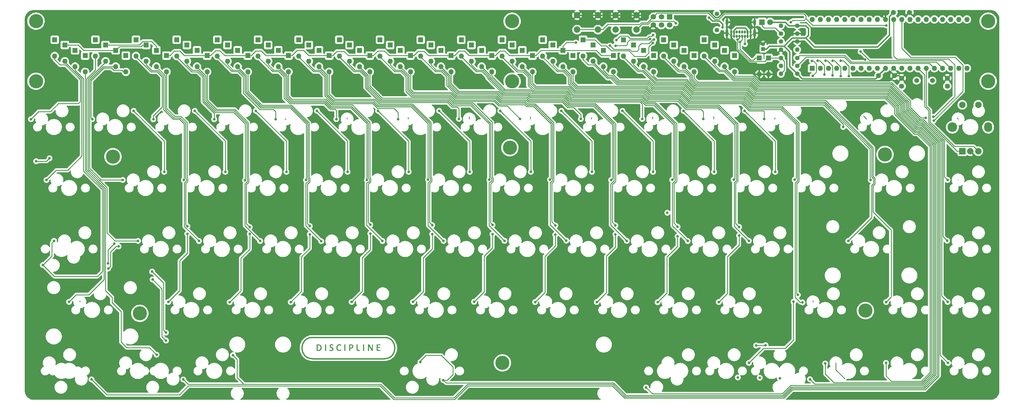
<source format=gtl>
G04 #@! TF.GenerationSoftware,KiCad,Pcbnew,(6.0.2)*
G04 #@! TF.CreationDate,2022-04-10T20:08:41+05:30*
G04 #@! TF.ProjectId,discipline-pcb,64697363-6970-46c6-996e-652d7063622e,rev?*
G04 #@! TF.SameCoordinates,Original*
G04 #@! TF.FileFunction,Copper,L1,Top*
G04 #@! TF.FilePolarity,Positive*
%FSLAX46Y46*%
G04 Gerber Fmt 4.6, Leading zero omitted, Abs format (unit mm)*
G04 Created by KiCad (PCBNEW (6.0.2)) date 2022-04-10 20:08:41*
%MOMM*%
%LPD*%
G01*
G04 APERTURE LIST*
G04 #@! TA.AperFunction,EtchedComponent*
%ADD10C,0.010000*%
G04 #@! TD*
G04 #@! TA.AperFunction,EtchedComponent*
%ADD11C,0.400000*%
G04 #@! TD*
G04 #@! TA.AperFunction,ComponentPad*
%ADD12R,1.600000X1.600000*%
G04 #@! TD*
G04 #@! TA.AperFunction,ComponentPad*
%ADD13O,1.600000X1.600000*%
G04 #@! TD*
G04 #@! TA.AperFunction,ComponentPad*
%ADD14C,4.400000*%
G04 #@! TD*
G04 #@! TA.AperFunction,ComponentPad*
%ADD15R,2.000000X2.000000*%
G04 #@! TD*
G04 #@! TA.AperFunction,ComponentPad*
%ADD16C,2.000000*%
G04 #@! TD*
G04 #@! TA.AperFunction,ComponentPad*
%ADD17O,3.000000X3.000000*%
G04 #@! TD*
G04 #@! TA.AperFunction,ComponentPad*
%ADD18O,2.500000X3.000000*%
G04 #@! TD*
G04 #@! TA.AperFunction,ComponentPad*
%ADD19C,1.600000*%
G04 #@! TD*
G04 #@! TA.AperFunction,ComponentPad*
%ADD20R,1.200000X1.200000*%
G04 #@! TD*
G04 #@! TA.AperFunction,ComponentPad*
%ADD21C,1.200000*%
G04 #@! TD*
G04 #@! TA.AperFunction,ComponentPad*
%ADD22O,1.400000X1.400000*%
G04 #@! TD*
G04 #@! TA.AperFunction,ComponentPad*
%ADD23C,1.400000*%
G04 #@! TD*
G04 #@! TA.AperFunction,ComponentPad*
%ADD24R,1.700000X1.700000*%
G04 #@! TD*
G04 #@! TA.AperFunction,ComponentPad*
%ADD25C,1.700000*%
G04 #@! TD*
G04 #@! TA.AperFunction,ComponentPad*
%ADD26C,1.500000*%
G04 #@! TD*
G04 #@! TA.AperFunction,ComponentPad*
%ADD27C,1.800000*%
G04 #@! TD*
G04 #@! TA.AperFunction,ComponentPad*
%ADD28R,1.800000X1.800000*%
G04 #@! TD*
G04 #@! TA.AperFunction,ComponentPad*
%ADD29O,0.650000X1.000000*%
G04 #@! TD*
G04 #@! TA.AperFunction,ComponentPad*
%ADD30O,0.900000X2.400000*%
G04 #@! TD*
G04 #@! TA.AperFunction,ComponentPad*
%ADD31O,0.900000X1.700000*%
G04 #@! TD*
G04 #@! TA.AperFunction,ViaPad*
%ADD32C,0.800000*%
G04 #@! TD*
G04 #@! TA.AperFunction,Conductor*
%ADD33C,0.250000*%
G04 #@! TD*
G04 #@! TA.AperFunction,Conductor*
%ADD34C,0.400000*%
G04 #@! TD*
G04 APERTURE END LIST*
D10*
X150058620Y-162650150D02*
X150181691Y-162684296D01*
X150181691Y-162684296D02*
X150274180Y-162728554D01*
X150274180Y-162728554D02*
X150316406Y-162773391D01*
X150316406Y-162773391D02*
X150334272Y-162857763D01*
X150334272Y-162857763D02*
X150327489Y-162931595D01*
X150327489Y-162931595D02*
X150307760Y-162961945D01*
X150307760Y-162961945D02*
X150264101Y-162958916D01*
X150264101Y-162958916D02*
X150187416Y-162930900D01*
X150187416Y-162930900D02*
X150153942Y-162914901D01*
X150153942Y-162914901D02*
X149996013Y-162858251D01*
X149996013Y-162858251D02*
X149846929Y-162847564D01*
X149846929Y-162847564D02*
X149717597Y-162878974D01*
X149717597Y-162878974D02*
X149618923Y-162948617D01*
X149618923Y-162948617D02*
X149561814Y-163052629D01*
X149561814Y-163052629D02*
X149552032Y-163128169D01*
X149552032Y-163128169D02*
X149575421Y-163240997D01*
X149575421Y-163240997D02*
X149649293Y-163340158D01*
X149649293Y-163340158D02*
X149779204Y-163431459D01*
X149779204Y-163431459D02*
X149898620Y-163490354D01*
X149898620Y-163490354D02*
X150125834Y-163606298D01*
X150125834Y-163606298D02*
X150289152Y-163724770D01*
X150289152Y-163724770D02*
X150372520Y-163819849D01*
X150372520Y-163819849D02*
X150414719Y-163927832D01*
X150414719Y-163927832D02*
X150432425Y-164068767D01*
X150432425Y-164068767D02*
X150424946Y-164214800D01*
X150424946Y-164214800D02*
X150391589Y-164338078D01*
X150391589Y-164338078D02*
X150385724Y-164350194D01*
X150385724Y-164350194D02*
X150276350Y-164493769D01*
X150276350Y-164493769D02*
X150122757Y-164598390D01*
X150122757Y-164598390D02*
X149935744Y-164660265D01*
X149935744Y-164660265D02*
X149726111Y-164675603D01*
X149726111Y-164675603D02*
X149535708Y-164648620D01*
X149535708Y-164648620D02*
X149419119Y-164610095D01*
X149419119Y-164610095D02*
X149316971Y-164558593D01*
X149316971Y-164558593D02*
X149253173Y-164506351D01*
X149253173Y-164506351D02*
X149250539Y-164502652D01*
X149250539Y-164502652D02*
X149229230Y-164437173D01*
X149229230Y-164437173D02*
X149229852Y-164361057D01*
X149229852Y-164361057D02*
X149251456Y-164308359D01*
X149251456Y-164308359D02*
X149256050Y-164304820D01*
X149256050Y-164304820D02*
X149300715Y-164307535D01*
X149300715Y-164307535D02*
X149379113Y-164335935D01*
X149379113Y-164335935D02*
X149422808Y-164356995D01*
X149422808Y-164356995D02*
X149596979Y-164424087D01*
X149596979Y-164424087D02*
X149764628Y-164446056D01*
X149764628Y-164446056D02*
X149915771Y-164426186D01*
X149915771Y-164426186D02*
X150040425Y-164367761D01*
X150040425Y-164367761D02*
X150128607Y-164274064D01*
X150128607Y-164274064D02*
X150170333Y-164148378D01*
X150170333Y-164148378D02*
X150172340Y-164110470D01*
X150172340Y-164110470D02*
X150150853Y-164021260D01*
X150150853Y-164021260D02*
X150082869Y-163932090D01*
X150082869Y-163932090D02*
X149963105Y-163838044D01*
X149963105Y-163838044D02*
X149786278Y-163734206D01*
X149786278Y-163734206D02*
X149744317Y-163712201D01*
X149744317Y-163712201D02*
X149560379Y-163608427D01*
X149560379Y-163608427D02*
X149431276Y-163511457D01*
X149431276Y-163511457D02*
X149348801Y-163411095D01*
X149348801Y-163411095D02*
X149304745Y-163297144D01*
X149304745Y-163297144D02*
X149290899Y-163159409D01*
X149290899Y-163159409D02*
X149290849Y-163148930D01*
X149290849Y-163148930D02*
X149316523Y-162961799D01*
X149316523Y-162961799D02*
X149393178Y-162815336D01*
X149393178Y-162815336D02*
X149520261Y-162710107D01*
X149520261Y-162710107D02*
X149697220Y-162646681D01*
X149697220Y-162646681D02*
X149793478Y-162631877D01*
X149793478Y-162631877D02*
X149923154Y-162631036D01*
X149923154Y-162631036D02*
X150058620Y-162650150D01*
X150058620Y-162650150D02*
X150058620Y-162650150D01*
G36*
X150058620Y-162650150D02*
G01*
X150181691Y-162684296D01*
X150274180Y-162728554D01*
X150316406Y-162773391D01*
X150334272Y-162857763D01*
X150327489Y-162931595D01*
X150307760Y-162961945D01*
X150264101Y-162958916D01*
X150187416Y-162930900D01*
X150153942Y-162914901D01*
X149996013Y-162858251D01*
X149846929Y-162847564D01*
X149717597Y-162878974D01*
X149618923Y-162948617D01*
X149561814Y-163052629D01*
X149552032Y-163128169D01*
X149575421Y-163240997D01*
X149649293Y-163340158D01*
X149779204Y-163431459D01*
X149898620Y-163490354D01*
X150125834Y-163606298D01*
X150289152Y-163724770D01*
X150372520Y-163819849D01*
X150414719Y-163927832D01*
X150432425Y-164068767D01*
X150424946Y-164214800D01*
X150391589Y-164338078D01*
X150385724Y-164350194D01*
X150276350Y-164493769D01*
X150122757Y-164598390D01*
X149935744Y-164660265D01*
X149726111Y-164675603D01*
X149535708Y-164648620D01*
X149419119Y-164610095D01*
X149316971Y-164558593D01*
X149253173Y-164506351D01*
X149250539Y-164502652D01*
X149229230Y-164437173D01*
X149229852Y-164361057D01*
X149251456Y-164308359D01*
X149256050Y-164304820D01*
X149300715Y-164307535D01*
X149379113Y-164335935D01*
X149422808Y-164356995D01*
X149596979Y-164424087D01*
X149764628Y-164446056D01*
X149915771Y-164426186D01*
X150040425Y-164367761D01*
X150128607Y-164274064D01*
X150170333Y-164148378D01*
X150172340Y-164110470D01*
X150150853Y-164021260D01*
X150082869Y-163932090D01*
X149963105Y-163838044D01*
X149786278Y-163734206D01*
X149744317Y-163712201D01*
X149560379Y-163608427D01*
X149431276Y-163511457D01*
X149348801Y-163411095D01*
X149304745Y-163297144D01*
X149290899Y-163159409D01*
X149290849Y-163148930D01*
X149316523Y-162961799D01*
X149393178Y-162815336D01*
X149520261Y-162710107D01*
X149697220Y-162646681D01*
X149793478Y-162631877D01*
X149923154Y-162631036D01*
X150058620Y-162650150D01*
G37*
X150058620Y-162650150D02*
X150181691Y-162684296D01*
X150274180Y-162728554D01*
X150316406Y-162773391D01*
X150334272Y-162857763D01*
X150327489Y-162931595D01*
X150307760Y-162961945D01*
X150264101Y-162958916D01*
X150187416Y-162930900D01*
X150153942Y-162914901D01*
X149996013Y-162858251D01*
X149846929Y-162847564D01*
X149717597Y-162878974D01*
X149618923Y-162948617D01*
X149561814Y-163052629D01*
X149552032Y-163128169D01*
X149575421Y-163240997D01*
X149649293Y-163340158D01*
X149779204Y-163431459D01*
X149898620Y-163490354D01*
X150125834Y-163606298D01*
X150289152Y-163724770D01*
X150372520Y-163819849D01*
X150414719Y-163927832D01*
X150432425Y-164068767D01*
X150424946Y-164214800D01*
X150391589Y-164338078D01*
X150385724Y-164350194D01*
X150276350Y-164493769D01*
X150122757Y-164598390D01*
X149935744Y-164660265D01*
X149726111Y-164675603D01*
X149535708Y-164648620D01*
X149419119Y-164610095D01*
X149316971Y-164558593D01*
X149253173Y-164506351D01*
X149250539Y-164502652D01*
X149229230Y-164437173D01*
X149229852Y-164361057D01*
X149251456Y-164308359D01*
X149256050Y-164304820D01*
X149300715Y-164307535D01*
X149379113Y-164335935D01*
X149422808Y-164356995D01*
X149596979Y-164424087D01*
X149764628Y-164446056D01*
X149915771Y-164426186D01*
X150040425Y-164367761D01*
X150128607Y-164274064D01*
X150170333Y-164148378D01*
X150172340Y-164110470D01*
X150150853Y-164021260D01*
X150082869Y-163932090D01*
X149963105Y-163838044D01*
X149786278Y-163734206D01*
X149744317Y-163712201D01*
X149560379Y-163608427D01*
X149431276Y-163511457D01*
X149348801Y-163411095D01*
X149304745Y-163297144D01*
X149290899Y-163159409D01*
X149290849Y-163148930D01*
X149316523Y-162961799D01*
X149393178Y-162815336D01*
X149520261Y-162710107D01*
X149697220Y-162646681D01*
X149793478Y-162631877D01*
X149923154Y-162631036D01*
X150058620Y-162650150D01*
X152408386Y-162635959D02*
X152621244Y-162690119D01*
X152621244Y-162690119D02*
X152679962Y-162716878D01*
X152679962Y-162716878D02*
X152784487Y-162784344D01*
X152784487Y-162784344D02*
X152836756Y-162860616D01*
X152836756Y-162860616D02*
X152849461Y-162949349D01*
X152849461Y-162949349D02*
X152834489Y-163012693D01*
X152834489Y-163012693D02*
X152786729Y-163026512D01*
X152786729Y-163026512D02*
X152701921Y-162991031D01*
X152701921Y-162991031D02*
X152651765Y-162959858D01*
X152651765Y-162959858D02*
X152513590Y-162891158D01*
X152513590Y-162891158D02*
X152352941Y-162860803D01*
X152352941Y-162860803D02*
X152332306Y-162859344D01*
X152332306Y-162859344D02*
X152143062Y-162872186D01*
X152143062Y-162872186D02*
X151989583Y-162938547D01*
X151989583Y-162938547D02*
X151866387Y-163061565D01*
X151866387Y-163061565D02*
X151806649Y-163160111D01*
X151806649Y-163160111D02*
X151768065Y-163242415D01*
X151768065Y-163242415D02*
X151743490Y-163320306D01*
X151743490Y-163320306D02*
X151729877Y-163412270D01*
X151729877Y-163412270D02*
X151724181Y-163536793D01*
X151724181Y-163536793D02*
X151723274Y-163666152D01*
X151723274Y-163666152D02*
X151725317Y-163830258D01*
X151725317Y-163830258D02*
X151733073Y-163946696D01*
X151733073Y-163946696D02*
X151749257Y-164033021D01*
X151749257Y-164033021D02*
X151776585Y-164106793D01*
X151776585Y-164106793D02*
X151798048Y-164149694D01*
X151798048Y-164149694D02*
X151908533Y-164293309D01*
X151908533Y-164293309D02*
X152054800Y-164390362D01*
X152054800Y-164390362D02*
X152224605Y-164438527D01*
X152224605Y-164438527D02*
X152405703Y-164435479D01*
X152405703Y-164435479D02*
X152585849Y-164378891D01*
X152585849Y-164378891D02*
X152687818Y-164318677D01*
X152687818Y-164318677D02*
X152759436Y-164274662D01*
X152759436Y-164274662D02*
X152811380Y-164254634D01*
X152811380Y-164254634D02*
X152813691Y-164254519D01*
X152813691Y-164254519D02*
X152844489Y-164280286D01*
X152844489Y-164280286D02*
X152849916Y-164343086D01*
X152849916Y-164343086D02*
X152833021Y-164421166D01*
X152833021Y-164421166D02*
X152796856Y-164492776D01*
X152796856Y-164492776D02*
X152777122Y-164515256D01*
X152777122Y-164515256D02*
X152656447Y-164591254D01*
X152656447Y-164591254D02*
X152493250Y-164643959D01*
X152493250Y-164643959D02*
X152307205Y-164669959D01*
X152307205Y-164669959D02*
X152117982Y-164665847D01*
X152117982Y-164665847D02*
X152012312Y-164647796D01*
X152012312Y-164647796D02*
X151824801Y-164571180D01*
X151824801Y-164571180D02*
X151668871Y-164441890D01*
X151668871Y-164441890D02*
X151547844Y-164266117D01*
X151547844Y-164266117D02*
X151465039Y-164050050D01*
X151465039Y-164050050D02*
X151423778Y-163799878D01*
X151423778Y-163799878D02*
X151424759Y-163552590D01*
X151424759Y-163552590D02*
X151466364Y-163300088D01*
X151466364Y-163300088D02*
X151547477Y-163078068D01*
X151547477Y-163078068D02*
X151663241Y-162897078D01*
X151663241Y-162897078D02*
X151776084Y-162789979D01*
X151776084Y-162789979D02*
X151967945Y-162687333D01*
X151967945Y-162687333D02*
X152184666Y-162635512D01*
X152184666Y-162635512D02*
X152408386Y-162635959D01*
X152408386Y-162635959D02*
X152408386Y-162635959D01*
G36*
X152408386Y-162635959D02*
G01*
X152621244Y-162690119D01*
X152679962Y-162716878D01*
X152784487Y-162784344D01*
X152836756Y-162860616D01*
X152849461Y-162949349D01*
X152834489Y-163012693D01*
X152786729Y-163026512D01*
X152701921Y-162991031D01*
X152651765Y-162959858D01*
X152513590Y-162891158D01*
X152352941Y-162860803D01*
X152332306Y-162859344D01*
X152143062Y-162872186D01*
X151989583Y-162938547D01*
X151866387Y-163061565D01*
X151806649Y-163160111D01*
X151768065Y-163242415D01*
X151743490Y-163320306D01*
X151729877Y-163412270D01*
X151724181Y-163536793D01*
X151723274Y-163666152D01*
X151725317Y-163830258D01*
X151733073Y-163946696D01*
X151749257Y-164033021D01*
X151776585Y-164106793D01*
X151798048Y-164149694D01*
X151908533Y-164293309D01*
X152054800Y-164390362D01*
X152224605Y-164438527D01*
X152405703Y-164435479D01*
X152585849Y-164378891D01*
X152687818Y-164318677D01*
X152759436Y-164274662D01*
X152811380Y-164254634D01*
X152813691Y-164254519D01*
X152844489Y-164280286D01*
X152849916Y-164343086D01*
X152833021Y-164421166D01*
X152796856Y-164492776D01*
X152777122Y-164515256D01*
X152656447Y-164591254D01*
X152493250Y-164643959D01*
X152307205Y-164669959D01*
X152117982Y-164665847D01*
X152012312Y-164647796D01*
X151824801Y-164571180D01*
X151668871Y-164441890D01*
X151547844Y-164266117D01*
X151465039Y-164050050D01*
X151423778Y-163799878D01*
X151424759Y-163552590D01*
X151466364Y-163300088D01*
X151547477Y-163078068D01*
X151663241Y-162897078D01*
X151776084Y-162789979D01*
X151967945Y-162687333D01*
X152184666Y-162635512D01*
X152408386Y-162635959D01*
G37*
X152408386Y-162635959D02*
X152621244Y-162690119D01*
X152679962Y-162716878D01*
X152784487Y-162784344D01*
X152836756Y-162860616D01*
X152849461Y-162949349D01*
X152834489Y-163012693D01*
X152786729Y-163026512D01*
X152701921Y-162991031D01*
X152651765Y-162959858D01*
X152513590Y-162891158D01*
X152352941Y-162860803D01*
X152332306Y-162859344D01*
X152143062Y-162872186D01*
X151989583Y-162938547D01*
X151866387Y-163061565D01*
X151806649Y-163160111D01*
X151768065Y-163242415D01*
X151743490Y-163320306D01*
X151729877Y-163412270D01*
X151724181Y-163536793D01*
X151723274Y-163666152D01*
X151725317Y-163830258D01*
X151733073Y-163946696D01*
X151749257Y-164033021D01*
X151776585Y-164106793D01*
X151798048Y-164149694D01*
X151908533Y-164293309D01*
X152054800Y-164390362D01*
X152224605Y-164438527D01*
X152405703Y-164435479D01*
X152585849Y-164378891D01*
X152687818Y-164318677D01*
X152759436Y-164274662D01*
X152811380Y-164254634D01*
X152813691Y-164254519D01*
X152844489Y-164280286D01*
X152849916Y-164343086D01*
X152833021Y-164421166D01*
X152796856Y-164492776D01*
X152777122Y-164515256D01*
X152656447Y-164591254D01*
X152493250Y-164643959D01*
X152307205Y-164669959D01*
X152117982Y-164665847D01*
X152012312Y-164647796D01*
X151824801Y-164571180D01*
X151668871Y-164441890D01*
X151547844Y-164266117D01*
X151465039Y-164050050D01*
X151423778Y-163799878D01*
X151424759Y-163552590D01*
X151466364Y-163300088D01*
X151547477Y-163078068D01*
X151663241Y-162897078D01*
X151776084Y-162789979D01*
X151967945Y-162687333D01*
X152184666Y-162635512D01*
X152408386Y-162635959D01*
X145844792Y-162663531D02*
X146057901Y-162687634D01*
X146057901Y-162687634D02*
X146234495Y-162736457D01*
X146234495Y-162736457D02*
X146387427Y-162812457D01*
X146387427Y-162812457D02*
X146394580Y-162816950D01*
X146394580Y-162816950D02*
X146546193Y-162950535D01*
X146546193Y-162950535D02*
X146660045Y-163130150D01*
X146660045Y-163130150D02*
X146732980Y-163346453D01*
X146732980Y-163346453D02*
X146761840Y-163590101D01*
X146761840Y-163590101D02*
X146743731Y-163850102D01*
X146743731Y-163850102D02*
X146681412Y-164098167D01*
X146681412Y-164098167D02*
X146579948Y-164296471D01*
X146579948Y-164296471D02*
X146436000Y-164449859D01*
X146436000Y-164449859D02*
X146254602Y-164559414D01*
X146254602Y-164559414D02*
X146163426Y-164588215D01*
X146163426Y-164588215D02*
X146035359Y-164612240D01*
X146035359Y-164612240D02*
X145884217Y-164630801D01*
X145884217Y-164630801D02*
X145723819Y-164643212D01*
X145723819Y-164643212D02*
X145567982Y-164648785D01*
X145567982Y-164648785D02*
X145430523Y-164646834D01*
X145430523Y-164646834D02*
X145325259Y-164636671D01*
X145325259Y-164636671D02*
X145266009Y-164617610D01*
X145266009Y-164617610D02*
X145258782Y-164608931D01*
X145258782Y-164608931D02*
X145254647Y-164565780D01*
X145254647Y-164565780D02*
X145251459Y-164465980D01*
X145251459Y-164465980D02*
X145249295Y-164318171D01*
X145249295Y-164318171D02*
X145248228Y-164130992D01*
X145248228Y-164130992D02*
X145248335Y-163913086D01*
X145248335Y-163913086D02*
X145249689Y-163673092D01*
X145249689Y-163673092D02*
X145250169Y-163617489D01*
X145250169Y-163617489D02*
X145256898Y-162883310D01*
X145256898Y-162883310D02*
X145503703Y-162883310D01*
X145503703Y-162883310D02*
X145503703Y-164417758D01*
X145503703Y-164417758D02*
X145757967Y-164417758D01*
X145757967Y-164417758D02*
X145915175Y-164412346D01*
X145915175Y-164412346D02*
X146032635Y-164393063D01*
X146032635Y-164393063D02*
X146135227Y-164355341D01*
X146135227Y-164355341D02*
X146157903Y-164344300D01*
X146157903Y-164344300D02*
X146295793Y-164246591D01*
X146295793Y-164246591D02*
X146392863Y-164109937D01*
X146392863Y-164109937D02*
X146452488Y-163927864D01*
X146452488Y-163927864D02*
X146476152Y-163734335D01*
X146476152Y-163734335D02*
X146474971Y-163502917D01*
X146474971Y-163502917D02*
X146439735Y-163316878D01*
X146439735Y-163316878D02*
X146367335Y-163164100D01*
X146367335Y-163164100D02*
X146310872Y-163090229D01*
X146310872Y-163090229D02*
X146204191Y-162989823D01*
X146204191Y-162989823D02*
X146084972Y-162926035D01*
X146084972Y-162926035D02*
X145936269Y-162892618D01*
X145936269Y-162892618D02*
X145749610Y-162883310D01*
X145749610Y-162883310D02*
X145503703Y-162883310D01*
X145503703Y-162883310D02*
X145256898Y-162883310D01*
X145256898Y-162883310D02*
X145258844Y-162671099D01*
X145258844Y-162671099D02*
X145582316Y-162661693D01*
X145582316Y-162661693D02*
X145844792Y-162663531D01*
X145844792Y-162663531D02*
X145844792Y-162663531D01*
G36*
X145844792Y-162663531D02*
G01*
X146057901Y-162687634D01*
X146234495Y-162736457D01*
X146387427Y-162812457D01*
X146394580Y-162816950D01*
X146546193Y-162950535D01*
X146660045Y-163130150D01*
X146732980Y-163346453D01*
X146761840Y-163590101D01*
X146743731Y-163850102D01*
X146681412Y-164098167D01*
X146579948Y-164296471D01*
X146436000Y-164449859D01*
X146254602Y-164559414D01*
X146163426Y-164588215D01*
X146035359Y-164612240D01*
X145884217Y-164630801D01*
X145723819Y-164643212D01*
X145567982Y-164648785D01*
X145430523Y-164646834D01*
X145325259Y-164636671D01*
X145266009Y-164617610D01*
X145258782Y-164608931D01*
X145254647Y-164565780D01*
X145251459Y-164465980D01*
X145250753Y-164417758D01*
X145503703Y-164417758D01*
X145757967Y-164417758D01*
X145915175Y-164412346D01*
X146032635Y-164393063D01*
X146135227Y-164355341D01*
X146157903Y-164344300D01*
X146295793Y-164246591D01*
X146392863Y-164109937D01*
X146452488Y-163927864D01*
X146476152Y-163734335D01*
X146474971Y-163502917D01*
X146439735Y-163316878D01*
X146367335Y-163164100D01*
X146310872Y-163090229D01*
X146204191Y-162989823D01*
X146084972Y-162926035D01*
X145936269Y-162892618D01*
X145749610Y-162883310D01*
X145503703Y-162883310D01*
X145503703Y-164417758D01*
X145250753Y-164417758D01*
X145249295Y-164318171D01*
X145248228Y-164130992D01*
X145248335Y-163913086D01*
X145249689Y-163673092D01*
X145250169Y-163617489D01*
X145256898Y-162883310D01*
X145258844Y-162671099D01*
X145582316Y-162661693D01*
X145844792Y-162663531D01*
G37*
X145844792Y-162663531D02*
X146057901Y-162687634D01*
X146234495Y-162736457D01*
X146387427Y-162812457D01*
X146394580Y-162816950D01*
X146546193Y-162950535D01*
X146660045Y-163130150D01*
X146732980Y-163346453D01*
X146761840Y-163590101D01*
X146743731Y-163850102D01*
X146681412Y-164098167D01*
X146579948Y-164296471D01*
X146436000Y-164449859D01*
X146254602Y-164559414D01*
X146163426Y-164588215D01*
X146035359Y-164612240D01*
X145884217Y-164630801D01*
X145723819Y-164643212D01*
X145567982Y-164648785D01*
X145430523Y-164646834D01*
X145325259Y-164636671D01*
X145266009Y-164617610D01*
X145258782Y-164608931D01*
X145254647Y-164565780D01*
X145251459Y-164465980D01*
X145250753Y-164417758D01*
X145503703Y-164417758D01*
X145757967Y-164417758D01*
X145915175Y-164412346D01*
X146032635Y-164393063D01*
X146135227Y-164355341D01*
X146157903Y-164344300D01*
X146295793Y-164246591D01*
X146392863Y-164109937D01*
X146452488Y-163927864D01*
X146476152Y-163734335D01*
X146474971Y-163502917D01*
X146439735Y-163316878D01*
X146367335Y-163164100D01*
X146310872Y-163090229D01*
X146204191Y-162989823D01*
X146084972Y-162926035D01*
X145936269Y-162892618D01*
X145749610Y-162883310D01*
X145503703Y-162883310D01*
X145503703Y-164417758D01*
X145250753Y-164417758D01*
X145249295Y-164318171D01*
X145248228Y-164130992D01*
X145248335Y-163913086D01*
X145249689Y-163673092D01*
X145250169Y-163617489D01*
X145256898Y-162883310D01*
X145258844Y-162671099D01*
X145582316Y-162661693D01*
X145844792Y-162663531D01*
X148131852Y-164629968D02*
X148025522Y-164640216D01*
X148025522Y-164640216D02*
X147939522Y-164635155D01*
X147939522Y-164635155D02*
X147902579Y-164607170D01*
X147902579Y-164607170D02*
X147898618Y-164564485D01*
X147898618Y-164564485D02*
X147895587Y-164465130D01*
X147895587Y-164465130D02*
X147893557Y-164317724D01*
X147893557Y-164317724D02*
X147892596Y-164130887D01*
X147892596Y-164130887D02*
X147892773Y-163913238D01*
X147892773Y-163913238D02*
X147894159Y-163673398D01*
X147894159Y-163673398D02*
X147894642Y-163617489D01*
X147894642Y-163617489D02*
X147903317Y-162671099D01*
X147903317Y-162671099D02*
X148131852Y-162671099D01*
X148131852Y-162671099D02*
X148131852Y-164629968D01*
X148131852Y-164629968D02*
X148131852Y-164629968D01*
G36*
X148131852Y-164629968D02*
G01*
X148025522Y-164640216D01*
X147939522Y-164635155D01*
X147902579Y-164607170D01*
X147898618Y-164564485D01*
X147895587Y-164465130D01*
X147893557Y-164317724D01*
X147892596Y-164130887D01*
X147892773Y-163913238D01*
X147894159Y-163673398D01*
X147894642Y-163617489D01*
X147903317Y-162671099D01*
X148131852Y-162671099D01*
X148131852Y-164629968D01*
G37*
X148131852Y-164629968D02*
X148025522Y-164640216D01*
X147939522Y-164635155D01*
X147902579Y-164607170D01*
X147898618Y-164564485D01*
X147895587Y-164465130D01*
X147893557Y-164317724D01*
X147892596Y-164130887D01*
X147892773Y-163913238D01*
X147894159Y-163673398D01*
X147894642Y-163617489D01*
X147903317Y-162671099D01*
X148131852Y-162671099D01*
X148131852Y-164629968D01*
X154155374Y-164646292D02*
X154040082Y-164646292D01*
X154040082Y-164646292D02*
X153959195Y-164635741D01*
X153959195Y-164635741D02*
X153911587Y-164609863D01*
X153911587Y-164609863D02*
X153908977Y-164605085D01*
X153908977Y-164605085D02*
X153905221Y-164562951D01*
X153905221Y-164562951D02*
X153902376Y-164464122D01*
X153902376Y-164464122D02*
X153900505Y-164317194D01*
X153900505Y-164317194D02*
X153899669Y-164130761D01*
X153899669Y-164130761D02*
X153899931Y-163913418D01*
X153899931Y-163913418D02*
X153901352Y-163673761D01*
X153901352Y-163673761D02*
X153901840Y-163617489D01*
X153901840Y-163617489D02*
X153910515Y-162671099D01*
X153910515Y-162671099D02*
X154032944Y-162660967D01*
X154032944Y-162660967D02*
X154155374Y-162650834D01*
X154155374Y-162650834D02*
X154155374Y-164646292D01*
X154155374Y-164646292D02*
X154155374Y-164646292D01*
G36*
X154155374Y-164646292D02*
G01*
X154040082Y-164646292D01*
X153959195Y-164635741D01*
X153911587Y-164609863D01*
X153908977Y-164605085D01*
X153905221Y-164562951D01*
X153902376Y-164464122D01*
X153900505Y-164317194D01*
X153899669Y-164130761D01*
X153899931Y-163913418D01*
X153901352Y-163673761D01*
X153901840Y-163617489D01*
X153910515Y-162671099D01*
X154032944Y-162660967D01*
X154155374Y-162650834D01*
X154155374Y-164646292D01*
G37*
X154155374Y-164646292D02*
X154040082Y-164646292D01*
X153959195Y-164635741D01*
X153911587Y-164609863D01*
X153908977Y-164605085D01*
X153905221Y-164562951D01*
X153902376Y-164464122D01*
X153900505Y-164317194D01*
X153899669Y-164130761D01*
X153899931Y-163913418D01*
X153901352Y-163673761D01*
X153901840Y-163617489D01*
X153910515Y-162671099D01*
X154032944Y-162660967D01*
X154155374Y-162650834D01*
X154155374Y-164646292D01*
X155863650Y-162660711D02*
X156033793Y-162669015D01*
X156033793Y-162669015D02*
X156154340Y-162680525D01*
X156154340Y-162680525D02*
X156240993Y-162698121D01*
X156240993Y-162698121D02*
X156309451Y-162724684D01*
X156309451Y-162724684D02*
X156356603Y-162751175D01*
X156356603Y-162751175D02*
X156483192Y-162851186D01*
X156483192Y-162851186D02*
X156561203Y-162971445D01*
X156561203Y-162971445D02*
X156597976Y-163126571D01*
X156597976Y-163126571D02*
X156603301Y-163242436D01*
X156603301Y-163242436D02*
X156579591Y-163453977D01*
X156579591Y-163453977D02*
X156508446Y-163622394D01*
X156508446Y-163622394D02*
X156388472Y-163748994D01*
X156388472Y-163748994D02*
X156218272Y-163835080D01*
X156218272Y-163835080D02*
X155996453Y-163881960D01*
X155996453Y-163881960D02*
X155912375Y-163889009D01*
X155912375Y-163889009D02*
X155657173Y-163903782D01*
X155657173Y-163903782D02*
X155657173Y-164646292D01*
X155657173Y-164646292D02*
X155548347Y-164646292D01*
X155548347Y-164646292D02*
X155467677Y-164640319D01*
X155467677Y-164640319D02*
X155419230Y-164625812D01*
X155419230Y-164625812D02*
X155417756Y-164624527D01*
X155417756Y-164624527D02*
X155412174Y-164587498D01*
X155412174Y-164587498D02*
X155407121Y-164493586D01*
X155407121Y-164493586D02*
X155402789Y-164351203D01*
X155402789Y-164351203D02*
X155399368Y-164168760D01*
X155399368Y-164168760D02*
X155397049Y-163954668D01*
X155397049Y-163954668D02*
X155396024Y-163717340D01*
X155396024Y-163717340D02*
X155395991Y-163665414D01*
X155395991Y-163665414D02*
X155396428Y-163387409D01*
X155396428Y-163387409D02*
X155397972Y-163167721D01*
X155397972Y-163167721D02*
X155400974Y-162999379D01*
X155400974Y-162999379D02*
X155405476Y-162883310D01*
X155405476Y-162883310D02*
X155657173Y-162883310D01*
X155657173Y-162883310D02*
X155657173Y-163269643D01*
X155657173Y-163269643D02*
X155658914Y-163422368D01*
X155658914Y-163422368D02*
X155663650Y-163550448D01*
X155663650Y-163550448D02*
X155670653Y-163640207D01*
X155670653Y-163640207D02*
X155678938Y-163677740D01*
X155678938Y-163677740D02*
X155730938Y-163694686D01*
X155730938Y-163694686D02*
X155824375Y-163698293D01*
X155824375Y-163698293D02*
X155936910Y-163689223D01*
X155936910Y-163689223D02*
X156046201Y-163668137D01*
X156046201Y-163668137D02*
X156051371Y-163666725D01*
X156051371Y-163666725D02*
X156190303Y-163602535D01*
X156190303Y-163602535D02*
X156281681Y-163497595D01*
X156281681Y-163497595D02*
X156329504Y-163346643D01*
X156329504Y-163346643D02*
X156335892Y-163292377D01*
X156335892Y-163292377D02*
X156341468Y-163185561D01*
X156341468Y-163185561D02*
X156329626Y-163116034D01*
X156329626Y-163116034D02*
X156290997Y-163056290D01*
X156290997Y-163056290D02*
X156235758Y-162998296D01*
X156235758Y-162998296D02*
X156171379Y-162937956D01*
X156171379Y-162937956D02*
X156115104Y-162903537D01*
X156115104Y-162903537D02*
X156045070Y-162887790D01*
X156045070Y-162887790D02*
X155939416Y-162883466D01*
X155939416Y-162883466D02*
X155888973Y-162883310D01*
X155888973Y-162883310D02*
X155657173Y-162883310D01*
X155657173Y-162883310D02*
X155405476Y-162883310D01*
X155405476Y-162883310D02*
X155405783Y-162875408D01*
X155405783Y-162875408D02*
X155412749Y-162788836D01*
X155412749Y-162788836D02*
X155422223Y-162732690D01*
X155422223Y-162732690D02*
X155434555Y-162699996D01*
X155434555Y-162699996D02*
X155445090Y-162687318D01*
X155445090Y-162687318D02*
X155493218Y-162668250D01*
X155493218Y-162668250D02*
X155585445Y-162658270D01*
X155585445Y-162658270D02*
X155729471Y-162656887D01*
X155729471Y-162656887D02*
X155863650Y-162660711D01*
X155863650Y-162660711D02*
X155863650Y-162660711D01*
G36*
X155863650Y-162660711D02*
G01*
X156033793Y-162669015D01*
X156154340Y-162680525D01*
X156240993Y-162698121D01*
X156309451Y-162724684D01*
X156356603Y-162751175D01*
X156483192Y-162851186D01*
X156561203Y-162971445D01*
X156597976Y-163126571D01*
X156603301Y-163242436D01*
X156579591Y-163453977D01*
X156508446Y-163622394D01*
X156388472Y-163748994D01*
X156218272Y-163835080D01*
X155996453Y-163881960D01*
X155912375Y-163889009D01*
X155657173Y-163903782D01*
X155657173Y-164646292D01*
X155548347Y-164646292D01*
X155467677Y-164640319D01*
X155419230Y-164625812D01*
X155417756Y-164624527D01*
X155412174Y-164587498D01*
X155407121Y-164493586D01*
X155402789Y-164351203D01*
X155399368Y-164168760D01*
X155397049Y-163954668D01*
X155396024Y-163717340D01*
X155395991Y-163665414D01*
X155396428Y-163387409D01*
X155397256Y-163269643D01*
X155657173Y-163269643D01*
X155658914Y-163422368D01*
X155663650Y-163550448D01*
X155670653Y-163640207D01*
X155678938Y-163677740D01*
X155730938Y-163694686D01*
X155824375Y-163698293D01*
X155936910Y-163689223D01*
X156046201Y-163668137D01*
X156051371Y-163666725D01*
X156190303Y-163602535D01*
X156281681Y-163497595D01*
X156329504Y-163346643D01*
X156335892Y-163292377D01*
X156341468Y-163185561D01*
X156329626Y-163116034D01*
X156290997Y-163056290D01*
X156235758Y-162998296D01*
X156171379Y-162937956D01*
X156115104Y-162903537D01*
X156045070Y-162887790D01*
X155939416Y-162883466D01*
X155888973Y-162883310D01*
X155657173Y-162883310D01*
X155657173Y-163269643D01*
X155397256Y-163269643D01*
X155397972Y-163167721D01*
X155400974Y-162999379D01*
X155405476Y-162883310D01*
X155405783Y-162875408D01*
X155412749Y-162788836D01*
X155422223Y-162732690D01*
X155434555Y-162699996D01*
X155445090Y-162687318D01*
X155493218Y-162668250D01*
X155585445Y-162658270D01*
X155729471Y-162656887D01*
X155863650Y-162660711D01*
G37*
X155863650Y-162660711D02*
X156033793Y-162669015D01*
X156154340Y-162680525D01*
X156240993Y-162698121D01*
X156309451Y-162724684D01*
X156356603Y-162751175D01*
X156483192Y-162851186D01*
X156561203Y-162971445D01*
X156597976Y-163126571D01*
X156603301Y-163242436D01*
X156579591Y-163453977D01*
X156508446Y-163622394D01*
X156388472Y-163748994D01*
X156218272Y-163835080D01*
X155996453Y-163881960D01*
X155912375Y-163889009D01*
X155657173Y-163903782D01*
X155657173Y-164646292D01*
X155548347Y-164646292D01*
X155467677Y-164640319D01*
X155419230Y-164625812D01*
X155417756Y-164624527D01*
X155412174Y-164587498D01*
X155407121Y-164493586D01*
X155402789Y-164351203D01*
X155399368Y-164168760D01*
X155397049Y-163954668D01*
X155396024Y-163717340D01*
X155395991Y-163665414D01*
X155396428Y-163387409D01*
X155397256Y-163269643D01*
X155657173Y-163269643D01*
X155658914Y-163422368D01*
X155663650Y-163550448D01*
X155670653Y-163640207D01*
X155678938Y-163677740D01*
X155730938Y-163694686D01*
X155824375Y-163698293D01*
X155936910Y-163689223D01*
X156046201Y-163668137D01*
X156051371Y-163666725D01*
X156190303Y-163602535D01*
X156281681Y-163497595D01*
X156329504Y-163346643D01*
X156335892Y-163292377D01*
X156341468Y-163185561D01*
X156329626Y-163116034D01*
X156290997Y-163056290D01*
X156235758Y-162998296D01*
X156171379Y-162937956D01*
X156115104Y-162903537D01*
X156045070Y-162887790D01*
X155939416Y-162883466D01*
X155888973Y-162883310D01*
X155657173Y-162883310D01*
X155657173Y-163269643D01*
X155397256Y-163269643D01*
X155397972Y-163167721D01*
X155400974Y-162999379D01*
X155405476Y-162883310D01*
X155405783Y-162875408D01*
X155412749Y-162788836D01*
X155422223Y-162732690D01*
X155434555Y-162699996D01*
X155445090Y-162687318D01*
X155493218Y-162668250D01*
X155585445Y-162658270D01*
X155729471Y-162656887D01*
X155863650Y-162660711D01*
X157869063Y-162660967D02*
X157991492Y-162671099D01*
X157991492Y-162671099D02*
X158008878Y-164415629D01*
X158008878Y-164415629D02*
X158742392Y-164434081D01*
X158742392Y-164434081D02*
X158742392Y-164629968D01*
X158742392Y-164629968D02*
X158267114Y-164638967D01*
X158267114Y-164638967D02*
X158097108Y-164640682D01*
X158097108Y-164640682D02*
X157950808Y-164639315D01*
X157950808Y-164639315D02*
X157840400Y-164635199D01*
X157840400Y-164635199D02*
X157778070Y-164628668D01*
X157778070Y-164628668D02*
X157769235Y-164625364D01*
X157769235Y-164625364D02*
X157763550Y-164588205D01*
X157763550Y-164588205D02*
X157758388Y-164493994D01*
X157758388Y-164493994D02*
X157753938Y-164350974D01*
X157753938Y-164350974D02*
X157750385Y-164167387D01*
X157750385Y-164167387D02*
X157747916Y-163951478D01*
X157747916Y-163951478D02*
X157746718Y-163711488D01*
X157746718Y-163711488D02*
X157746633Y-163626798D01*
X157746633Y-163626798D02*
X157746633Y-162650834D01*
X157746633Y-162650834D02*
X157869063Y-162660967D01*
X157869063Y-162660967D02*
X157869063Y-162660967D01*
G36*
X157869063Y-162660967D02*
G01*
X157991492Y-162671099D01*
X158008878Y-164415629D01*
X158742392Y-164434081D01*
X158742392Y-164629968D01*
X158267114Y-164638967D01*
X158097108Y-164640682D01*
X157950808Y-164639315D01*
X157840400Y-164635199D01*
X157778070Y-164628668D01*
X157769235Y-164625364D01*
X157763550Y-164588205D01*
X157758388Y-164493994D01*
X157753938Y-164350974D01*
X157750385Y-164167387D01*
X157747916Y-163951478D01*
X157746718Y-163711488D01*
X157746633Y-163626798D01*
X157746633Y-162650834D01*
X157869063Y-162660967D01*
G37*
X157869063Y-162660967D02*
X157991492Y-162671099D01*
X158008878Y-164415629D01*
X158742392Y-164434081D01*
X158742392Y-164629968D01*
X158267114Y-164638967D01*
X158097108Y-164640682D01*
X157950808Y-164639315D01*
X157840400Y-164635199D01*
X157778070Y-164628668D01*
X157769235Y-164625364D01*
X157763550Y-164588205D01*
X157758388Y-164493994D01*
X157753938Y-164350974D01*
X157750385Y-164167387D01*
X157747916Y-163951478D01*
X157746718Y-163711488D01*
X157746633Y-163626798D01*
X157746633Y-162650834D01*
X157869063Y-162660967D01*
X159893227Y-162660967D02*
X160015656Y-162671099D01*
X160015656Y-162671099D02*
X160015656Y-164629968D01*
X160015656Y-164629968D02*
X159770798Y-164650234D01*
X159770798Y-164650234D02*
X159770798Y-162650834D01*
X159770798Y-162650834D02*
X159893227Y-162660967D01*
X159893227Y-162660967D02*
X159893227Y-162660967D01*
G36*
X159893227Y-162660967D02*
G01*
X160015656Y-162671099D01*
X160015656Y-164629968D01*
X159770798Y-164650234D01*
X159770798Y-162650834D01*
X159893227Y-162660967D01*
G37*
X159893227Y-162660967D02*
X160015656Y-162671099D01*
X160015656Y-164629968D01*
X159770798Y-164650234D01*
X159770798Y-162650834D01*
X159893227Y-162660967D01*
X162734069Y-163640268D02*
X162725425Y-164629968D01*
X162725425Y-164629968D02*
X162611158Y-164639583D01*
X162611158Y-164639583D02*
X162517601Y-164634566D01*
X162517601Y-164634566D02*
X162445477Y-164609338D01*
X162445477Y-164609338D02*
X162442159Y-164606936D01*
X162442159Y-164606936D02*
X162412497Y-164568132D01*
X162412497Y-164568132D02*
X162356197Y-164479783D01*
X162356197Y-164479783D02*
X162277860Y-164349678D01*
X162277860Y-164349678D02*
X162182092Y-164185608D01*
X162182092Y-164185608D02*
X162073495Y-163995362D01*
X162073495Y-163995362D02*
X161956674Y-163786732D01*
X161956674Y-163786732D02*
X161944856Y-163765409D01*
X161944856Y-163765409D02*
X161502285Y-162966146D01*
X161502285Y-162966146D02*
X161493546Y-163798057D01*
X161493546Y-163798057D02*
X161484808Y-164629968D01*
X161484808Y-164629968D02*
X161378221Y-164640235D01*
X161378221Y-164640235D02*
X161271634Y-164650501D01*
X161271634Y-164650501D02*
X161280277Y-163660800D01*
X161280277Y-163660800D02*
X161288921Y-162671099D01*
X161288921Y-162671099D02*
X161440339Y-162661298D01*
X161440339Y-162661298D02*
X161541129Y-162660739D01*
X161541129Y-162660739D02*
X161603506Y-162681279D01*
X161603506Y-162681279D02*
X161652550Y-162730572D01*
X161652550Y-162730572D02*
X161684699Y-162780561D01*
X161684699Y-162780561D02*
X161742835Y-162879148D01*
X161742835Y-162879148D02*
X161821926Y-163017470D01*
X161821926Y-163017470D02*
X161916944Y-163186666D01*
X161916944Y-163186666D02*
X162022859Y-163377872D01*
X162022859Y-163377872D02*
X162105117Y-163527999D01*
X162105117Y-163527999D02*
X162496890Y-164246351D01*
X162496890Y-164246351D02*
X162529538Y-162671099D01*
X162529538Y-162671099D02*
X162636125Y-162660833D01*
X162636125Y-162660833D02*
X162742713Y-162650567D01*
X162742713Y-162650567D02*
X162734069Y-163640268D01*
X162734069Y-163640268D02*
X162734069Y-163640268D01*
G36*
X162734069Y-163640268D02*
G01*
X162725425Y-164629968D01*
X162611158Y-164639583D01*
X162517601Y-164634566D01*
X162445477Y-164609338D01*
X162442159Y-164606936D01*
X162412497Y-164568132D01*
X162356197Y-164479783D01*
X162277860Y-164349678D01*
X162182092Y-164185608D01*
X162073495Y-163995362D01*
X161956674Y-163786732D01*
X161944856Y-163765409D01*
X161502285Y-162966146D01*
X161493546Y-163798057D01*
X161484808Y-164629968D01*
X161378221Y-164640235D01*
X161271634Y-164650501D01*
X161280277Y-163660800D01*
X161288921Y-162671099D01*
X161440339Y-162661298D01*
X161541129Y-162660739D01*
X161603506Y-162681279D01*
X161652550Y-162730572D01*
X161684699Y-162780561D01*
X161742835Y-162879148D01*
X161821926Y-163017470D01*
X161916944Y-163186666D01*
X162022859Y-163377872D01*
X162105117Y-163527999D01*
X162496890Y-164246351D01*
X162529538Y-162671099D01*
X162636125Y-162660833D01*
X162742713Y-162650567D01*
X162734069Y-163640268D01*
G37*
X162734069Y-163640268D02*
X162725425Y-164629968D01*
X162611158Y-164639583D01*
X162517601Y-164634566D01*
X162445477Y-164609338D01*
X162442159Y-164606936D01*
X162412497Y-164568132D01*
X162356197Y-164479783D01*
X162277860Y-164349678D01*
X162182092Y-164185608D01*
X162073495Y-163995362D01*
X161956674Y-163786732D01*
X161944856Y-163765409D01*
X161502285Y-162966146D01*
X161493546Y-163798057D01*
X161484808Y-164629968D01*
X161378221Y-164640235D01*
X161271634Y-164650501D01*
X161280277Y-163660800D01*
X161288921Y-162671099D01*
X161440339Y-162661298D01*
X161541129Y-162660739D01*
X161603506Y-162681279D01*
X161652550Y-162730572D01*
X161684699Y-162780561D01*
X161742835Y-162879148D01*
X161821926Y-163017470D01*
X161916944Y-163186666D01*
X162022859Y-163377872D01*
X162105117Y-163527999D01*
X162496890Y-164246351D01*
X162529538Y-162671099D01*
X162636125Y-162660833D01*
X162742713Y-162650567D01*
X162734069Y-163640268D01*
X164749072Y-162655368D02*
X164884771Y-162657925D01*
X164884771Y-162657925D02*
X164975079Y-162663614D01*
X164975079Y-162663614D02*
X165029945Y-162673607D01*
X165029945Y-162673607D02*
X165059319Y-162689070D01*
X165059319Y-162689070D02*
X165073151Y-162711174D01*
X165073151Y-162711174D02*
X165074608Y-162715472D01*
X165074608Y-162715472D02*
X165081021Y-162794519D01*
X165081021Y-162794519D02*
X165073315Y-162829739D01*
X165073315Y-162829739D02*
X165056010Y-162852466D01*
X165056010Y-162852466D02*
X165017542Y-162867835D01*
X165017542Y-162867835D02*
X164947162Y-162877197D01*
X164947162Y-162877197D02*
X164834122Y-162881902D01*
X164834122Y-162881902D02*
X164667674Y-162883300D01*
X164667674Y-162883300D02*
X164646928Y-162883310D01*
X164646928Y-162883310D02*
X164241098Y-162883310D01*
X164241098Y-162883310D02*
X164250485Y-163185303D01*
X164250485Y-163185303D02*
X164259872Y-163487295D01*
X164259872Y-163487295D02*
X164610836Y-163496561D01*
X164610836Y-163496561D02*
X164961800Y-163505828D01*
X164961800Y-163505828D02*
X164961800Y-163699506D01*
X164961800Y-163699506D02*
X164243548Y-163699506D01*
X164243548Y-163699506D02*
X164243548Y-164415807D01*
X164243548Y-164415807D02*
X165076068Y-164434081D01*
X165076068Y-164434081D02*
X165076068Y-164629968D01*
X165076068Y-164629968D02*
X164569186Y-164638922D01*
X164569186Y-164638922D02*
X164353731Y-164640947D01*
X164353731Y-164640947D02*
X164197101Y-164638059D01*
X164197101Y-164638059D02*
X164092985Y-164629900D01*
X164092985Y-164629900D02*
X164035072Y-164616111D01*
X164035072Y-164616111D02*
X164022335Y-164607907D01*
X164022335Y-164607907D02*
X164009968Y-164563582D01*
X164009968Y-164563582D02*
X163999695Y-164464305D01*
X163999695Y-164464305D02*
X163991522Y-164320384D01*
X163991522Y-164320384D02*
X163985452Y-164142124D01*
X163985452Y-164142124D02*
X163981490Y-163939834D01*
X163981490Y-163939834D02*
X163979639Y-163723818D01*
X163979639Y-163723818D02*
X163979905Y-163504386D01*
X163979905Y-163504386D02*
X163982291Y-163291842D01*
X163982291Y-163291842D02*
X163986802Y-163096495D01*
X163986802Y-163096495D02*
X163993442Y-162928651D01*
X163993442Y-162928651D02*
X164002214Y-162798616D01*
X164002214Y-162798616D02*
X164013125Y-162716699D01*
X164013125Y-162716699D02*
X164021543Y-162693953D01*
X164021543Y-162693953D02*
X164067798Y-162676565D01*
X164067798Y-162676565D02*
X164168692Y-162664409D01*
X164168692Y-162664409D02*
X164327682Y-162657231D01*
X164327682Y-162657231D02*
X164548224Y-162654779D01*
X164548224Y-162654779D02*
X164558032Y-162654776D01*
X164558032Y-162654776D02*
X164749072Y-162655368D01*
X164749072Y-162655368D02*
X164749072Y-162655368D01*
G36*
X164749072Y-162655368D02*
G01*
X164884771Y-162657925D01*
X164975079Y-162663614D01*
X165029945Y-162673607D01*
X165059319Y-162689070D01*
X165073151Y-162711174D01*
X165074608Y-162715472D01*
X165081021Y-162794519D01*
X165073315Y-162829739D01*
X165056010Y-162852466D01*
X165017542Y-162867835D01*
X164947162Y-162877197D01*
X164834122Y-162881902D01*
X164667674Y-162883300D01*
X164646928Y-162883310D01*
X164241098Y-162883310D01*
X164250485Y-163185303D01*
X164259872Y-163487295D01*
X164610836Y-163496561D01*
X164961800Y-163505828D01*
X164961800Y-163699506D01*
X164243548Y-163699506D01*
X164243548Y-164415807D01*
X165076068Y-164434081D01*
X165076068Y-164629968D01*
X164569186Y-164638922D01*
X164353731Y-164640947D01*
X164197101Y-164638059D01*
X164092985Y-164629900D01*
X164035072Y-164616111D01*
X164022335Y-164607907D01*
X164009968Y-164563582D01*
X163999695Y-164464305D01*
X163991522Y-164320384D01*
X163985452Y-164142124D01*
X163981490Y-163939834D01*
X163979639Y-163723818D01*
X163979905Y-163504386D01*
X163982291Y-163291842D01*
X163986802Y-163096495D01*
X163993442Y-162928651D01*
X164002214Y-162798616D01*
X164013125Y-162716699D01*
X164021543Y-162693953D01*
X164067798Y-162676565D01*
X164168692Y-162664409D01*
X164327682Y-162657231D01*
X164548224Y-162654779D01*
X164558032Y-162654776D01*
X164749072Y-162655368D01*
G37*
X164749072Y-162655368D02*
X164884771Y-162657925D01*
X164975079Y-162663614D01*
X165029945Y-162673607D01*
X165059319Y-162689070D01*
X165073151Y-162711174D01*
X165074608Y-162715472D01*
X165081021Y-162794519D01*
X165073315Y-162829739D01*
X165056010Y-162852466D01*
X165017542Y-162867835D01*
X164947162Y-162877197D01*
X164834122Y-162881902D01*
X164667674Y-162883300D01*
X164646928Y-162883310D01*
X164241098Y-162883310D01*
X164250485Y-163185303D01*
X164259872Y-163487295D01*
X164610836Y-163496561D01*
X164961800Y-163505828D01*
X164961800Y-163699506D01*
X164243548Y-163699506D01*
X164243548Y-164415807D01*
X165076068Y-164434081D01*
X165076068Y-164629968D01*
X164569186Y-164638922D01*
X164353731Y-164640947D01*
X164197101Y-164638059D01*
X164092985Y-164629900D01*
X164035072Y-164616111D01*
X164022335Y-164607907D01*
X164009968Y-164563582D01*
X163999695Y-164464305D01*
X163991522Y-164320384D01*
X163985452Y-164142124D01*
X163981490Y-163939834D01*
X163979639Y-163723818D01*
X163979905Y-163504386D01*
X163982291Y-163291842D01*
X163986802Y-163096495D01*
X163993442Y-162928651D01*
X164002214Y-162798616D01*
X164013125Y-162716699D01*
X164021543Y-162693953D01*
X164067798Y-162676565D01*
X164168692Y-162664409D01*
X164327682Y-162657231D01*
X164548224Y-162654779D01*
X164558032Y-162654776D01*
X164749072Y-162655368D01*
D11*
X144057456Y-160474210D02*
X166337456Y-160474210D01*
X144037456Y-167154210D02*
X166337456Y-167154210D01*
X166327456Y-167154210D02*
G75*
G03*
X166327456Y-160474210I0J3340000D01*
G01*
X144027456Y-160474210D02*
G75*
G03*
X144027456Y-167154210I0J-3340000D01*
G01*
D12*
X299753430Y-76389182D03*
D13*
X348013430Y-61149182D03*
X302293430Y-76389182D03*
X345473430Y-61149182D03*
X304833430Y-76389182D03*
X342933430Y-61149182D03*
X307373430Y-76389182D03*
X340393430Y-61149182D03*
X309913430Y-76389182D03*
X337853430Y-61149182D03*
X312453430Y-76389182D03*
X335313430Y-61149182D03*
X314993430Y-76389182D03*
X332773430Y-61149182D03*
X317533430Y-76389182D03*
X330233430Y-61149182D03*
X320073430Y-76389182D03*
X327693430Y-61149182D03*
X322613430Y-76389182D03*
X325153430Y-61149182D03*
X325153430Y-76389182D03*
X322613430Y-61149182D03*
X327693430Y-76389182D03*
X320073430Y-61149182D03*
X330233430Y-76389182D03*
X317533430Y-61149182D03*
X332773430Y-76389182D03*
X314993430Y-61149182D03*
X335313430Y-76389182D03*
X312453430Y-61149182D03*
X337853430Y-76389182D03*
X309913430Y-61149182D03*
X340393430Y-76389182D03*
X307373430Y-61149182D03*
X342933430Y-76389182D03*
X304833430Y-61149182D03*
X345473430Y-76389182D03*
X302293430Y-61149182D03*
X348013430Y-76389182D03*
X299753430Y-61149182D03*
D14*
X205511400Y-101219000D03*
X81762600Y-104013000D03*
D15*
X346575280Y-102303120D03*
D16*
X349075280Y-102303120D03*
X351575280Y-102303120D03*
D17*
X343475280Y-94803120D03*
D18*
X354675280Y-94803120D03*
D16*
X346575280Y-87803120D03*
X351575280Y-87803120D03*
D19*
X325471062Y-78716416D03*
X320471062Y-78716416D03*
X330125530Y-58926178D03*
X325125530Y-58926178D03*
D20*
X284477676Y-70404866D03*
D21*
X284477676Y-68904866D03*
D19*
X327680238Y-79506040D03*
X327680238Y-82006040D03*
X341906112Y-79506040D03*
X341906112Y-82006040D03*
D22*
X290026316Y-78138982D03*
D23*
X295106316Y-78138982D03*
D22*
X290026316Y-75645517D03*
D23*
X295106316Y-75645517D03*
D22*
X290026316Y-73152052D03*
D23*
X295106316Y-73152052D03*
D22*
X295106316Y-70580211D03*
D23*
X290026316Y-70580211D03*
D22*
X295106316Y-68060499D03*
D23*
X290026316Y-68060499D03*
D22*
X295106316Y-65567034D03*
D23*
X290026316Y-65567034D03*
D22*
X290026316Y-63073204D03*
D23*
X295106316Y-63073204D03*
D14*
X206213345Y-61694750D03*
X206213345Y-80444750D03*
D24*
X255293830Y-60350870D03*
D25*
X255293830Y-62890870D03*
X252753830Y-60350870D03*
X252753830Y-62890870D03*
X250213830Y-60350870D03*
X250213830Y-62890870D03*
D26*
X337251644Y-80256240D03*
X332371644Y-80256240D03*
D27*
X286667716Y-61970830D03*
D28*
X284127716Y-61970830D03*
D29*
X278823468Y-66391022D03*
X280523468Y-66391022D03*
X279673468Y-66391022D03*
X277973468Y-66391022D03*
X277123468Y-66391022D03*
X276273468Y-66391022D03*
X275423468Y-66391022D03*
X274573468Y-66391022D03*
X280523468Y-65066022D03*
X279668468Y-65066022D03*
X278818468Y-65066022D03*
X277968468Y-65066022D03*
X277118468Y-65066022D03*
X276268468Y-65066022D03*
X275418468Y-65066022D03*
X274568468Y-65066022D03*
D30*
X281873468Y-65411022D03*
X273223468Y-65411022D03*
D31*
X281873468Y-62031022D03*
X273223468Y-62031022D03*
D23*
X270047614Y-59350838D03*
X270047614Y-64450838D03*
D16*
X244985732Y-59836074D03*
X244985732Y-64336074D03*
X238485732Y-59836074D03*
X238485732Y-64336074D03*
X232985732Y-59836074D03*
X232985732Y-64336074D03*
X226485732Y-59836074D03*
X226485732Y-64336074D03*
D13*
X63600284Y-72555612D03*
D12*
X63600284Y-67475612D03*
D13*
X73108673Y-77516199D03*
D12*
X73108673Y-72436199D03*
D13*
X85786525Y-77516199D03*
D12*
X85786525Y-72436199D03*
D13*
X88955988Y-72555612D03*
D12*
X88955988Y-67475612D03*
D13*
X101633840Y-72555612D03*
D12*
X101633840Y-67475612D03*
D13*
X114311692Y-72555612D03*
D12*
X114311692Y-67475612D03*
D13*
X126989544Y-72555612D03*
D12*
X126989544Y-67475612D03*
D13*
X139667396Y-72555612D03*
D12*
X139667396Y-67475612D03*
D13*
X152345248Y-72555612D03*
D12*
X152345248Y-67475612D03*
D13*
X165023100Y-72555612D03*
D12*
X165023100Y-67475612D03*
D13*
X177700952Y-72555612D03*
D12*
X177700952Y-67475612D03*
D13*
X190378804Y-72555612D03*
D12*
X190378804Y-67475612D03*
D13*
X203056656Y-72555612D03*
D12*
X203056656Y-67475612D03*
D13*
X215734508Y-72555612D03*
D12*
X215734508Y-67475612D03*
D13*
X228342376Y-72555612D03*
D12*
X228342376Y-67475612D03*
D13*
X275541929Y-77516199D03*
D12*
X275541929Y-72436199D03*
D13*
X66769747Y-74209141D03*
D12*
X66769747Y-69129141D03*
D13*
X82617062Y-75862670D03*
D12*
X82617062Y-70782670D03*
D13*
X92125451Y-74209141D03*
D12*
X92125451Y-69129141D03*
D13*
X104803303Y-74209141D03*
D12*
X104803303Y-69129141D03*
D13*
X117481155Y-74209141D03*
D12*
X117481155Y-69129141D03*
D13*
X130159007Y-74209141D03*
D12*
X130159007Y-69129141D03*
D13*
X142836859Y-74209141D03*
D12*
X142836859Y-69129141D03*
D13*
X155514711Y-74209141D03*
D12*
X155514711Y-69129141D03*
D13*
X168192563Y-74209141D03*
D12*
X168192563Y-69129141D03*
D13*
X180870415Y-74209141D03*
D12*
X180870415Y-69129141D03*
D13*
X193548267Y-74209141D03*
D12*
X193548267Y-69129141D03*
D13*
X206226119Y-74209141D03*
D12*
X206226119Y-69129141D03*
D13*
X218886475Y-74209141D03*
D12*
X218886475Y-69129141D03*
D13*
X231493149Y-74209141D03*
D12*
X231493149Y-69129141D03*
D13*
X272453205Y-75862670D03*
D12*
X272453205Y-70782670D03*
D13*
X69939210Y-75862670D03*
D12*
X69939210Y-70782670D03*
D13*
X79447599Y-74209141D03*
D12*
X79447599Y-69129141D03*
D13*
X95294914Y-75862670D03*
D12*
X95294914Y-70782670D03*
D13*
X107972766Y-75862670D03*
D12*
X107972766Y-70782670D03*
D13*
X120650618Y-75862670D03*
D12*
X120650618Y-70782670D03*
D13*
X133328470Y-75862670D03*
D12*
X133328470Y-70782670D03*
D13*
X146006322Y-75862670D03*
D12*
X146006322Y-70782670D03*
D13*
X158684174Y-75862670D03*
D12*
X158684174Y-70782670D03*
D13*
X171362026Y-75862670D03*
D12*
X171362026Y-70782670D03*
D13*
X184039878Y-75862670D03*
D12*
X184039878Y-70782670D03*
D13*
X196717730Y-75862670D03*
D12*
X196717730Y-70782670D03*
D13*
X209395582Y-75862670D03*
D12*
X209395582Y-70782670D03*
D13*
X234643922Y-75862670D03*
D12*
X234643922Y-70782670D03*
D13*
X269364481Y-74209141D03*
D12*
X269364481Y-69129141D03*
D13*
X98464377Y-77516199D03*
D12*
X98464377Y-72436199D03*
D13*
X111142229Y-77516199D03*
D12*
X111142229Y-72436199D03*
D13*
X123820081Y-77516199D03*
D12*
X123820081Y-72436199D03*
D13*
X136497933Y-77516199D03*
D12*
X136497933Y-72436199D03*
D13*
X149175785Y-77516199D03*
D12*
X149175785Y-72436199D03*
D13*
X161853637Y-77516199D03*
D12*
X161853637Y-72436199D03*
D13*
X174531489Y-77516199D03*
D12*
X174531489Y-72436199D03*
D13*
X187209341Y-77516199D03*
D12*
X187209341Y-72436199D03*
D13*
X199887193Y-77516199D03*
D12*
X199887193Y-72436199D03*
D13*
X212565045Y-77516199D03*
D12*
X212565045Y-72436199D03*
D13*
X222038442Y-75862670D03*
D12*
X222038442Y-70782670D03*
D13*
X237794695Y-77516199D03*
D12*
X237794695Y-72436199D03*
D13*
X266089606Y-72555612D03*
D12*
X266089606Y-67475612D03*
D13*
X259788058Y-75862670D03*
D12*
X259788058Y-70782670D03*
D13*
X76278136Y-72555612D03*
D12*
X76278136Y-67475612D03*
D13*
X256637284Y-74209141D03*
D12*
X256637284Y-69129141D03*
D13*
X253486511Y-72555612D03*
D12*
X253486511Y-67475612D03*
D13*
X250335738Y-77516199D03*
D12*
X250335738Y-72436199D03*
D13*
X225190409Y-77516199D03*
D12*
X225190409Y-72436199D03*
D13*
X244096241Y-74209141D03*
D12*
X244096241Y-69129141D03*
D13*
X240945468Y-72555612D03*
D12*
X240945468Y-67475612D03*
D13*
X262938832Y-77516199D03*
D12*
X262938832Y-72436199D03*
D13*
X247184965Y-75862670D03*
D12*
X247184965Y-70782670D03*
D13*
X286174982Y-78242196D03*
D12*
X286174982Y-73162196D03*
D13*
X283305310Y-78242196D03*
D12*
X283305310Y-73162196D03*
D14*
X90144600Y-152984200D03*
X316382400Y-152120600D03*
X322478400Y-103327200D03*
X203200000Y-168452800D03*
X354660309Y-80444750D03*
X354660309Y-61694750D03*
X57766382Y-61694750D03*
X57766382Y-80444750D03*
D32*
X254608590Y-121534022D03*
X283427796Y-173083130D03*
X289709578Y-173223114D03*
X276603576Y-172995640D03*
X344622120Y-156352240D03*
X317286426Y-147658536D03*
X127275644Y-177842586D03*
X271990820Y-121213880D03*
X102341680Y-124269500D03*
X333332092Y-169513538D03*
X302806100Y-90932000D03*
X276813552Y-62031022D03*
X235045826Y-65487928D03*
X316289040Y-78243970D03*
X212438410Y-178122554D03*
X263037486Y-64331925D03*
X262302584Y-60237471D03*
X286239392Y-65381785D03*
X317630206Y-71261001D03*
X316265388Y-73704406D03*
X317630206Y-66116687D03*
X319939898Y-71261001D03*
X322459562Y-71261001D03*
X315075545Y-66116687D03*
X312520886Y-66116687D03*
X309966227Y-66116687D03*
X307411568Y-66116687D03*
X304856909Y-66116687D03*
X302302250Y-66116687D03*
X326390000Y-117830600D03*
X75184000Y-75438000D03*
X241914680Y-78201520D03*
X231505760Y-80385920D03*
X218048840Y-80385920D03*
X209986880Y-80385920D03*
X202694540Y-80218280D03*
X193883280Y-80385920D03*
X178023520Y-80385920D03*
X166517320Y-80385920D03*
X154792680Y-80385920D03*
X141178280Y-80385920D03*
X128574800Y-80385920D03*
X297261280Y-76738480D03*
X251602240Y-100871020D03*
X255424940Y-137944860D03*
X255297940Y-158074360D03*
X253758700Y-174495460D03*
X158805880Y-177246280D03*
X297362880Y-69354700D03*
X337172300Y-88519000D03*
X336555080Y-82224880D03*
X333562960Y-82006440D03*
X271849908Y-63633140D03*
X267650388Y-60605986D03*
X250080466Y-68467729D03*
X56205120Y-92293440D03*
X75295760Y-92295980D03*
X94355920Y-92341700D03*
X113339880Y-92341700D03*
X132488940Y-92285820D03*
X151417020Y-92285820D03*
X170639740Y-92298520D03*
X189628780Y-92196920D03*
X208716880Y-92202000D03*
X227629720Y-92242640D03*
X246786400Y-92232480D03*
X265818620Y-92207080D03*
X284827980Y-92214700D03*
X309455820Y-94726760D03*
X335193366Y-91927406D03*
X250461158Y-67472794D03*
X236725634Y-69327582D03*
X303565560Y-78348840D03*
X301493431Y-74046080D03*
X61036200Y-111307880D03*
X84804250Y-111283750D03*
X103880920Y-111318040D03*
X122941080Y-111379000D03*
X141980920Y-111325660D03*
X160964880Y-111325660D03*
X180012340Y-111208820D03*
X199128380Y-111208820D03*
X218028520Y-111168180D03*
X237088680Y-111307880D03*
X256151380Y-111241840D03*
X275280120Y-111241840D03*
X294319960Y-111241840D03*
X318028320Y-111292640D03*
X341998300Y-111277400D03*
X59921140Y-137873740D03*
X63375540Y-130324860D03*
X249202787Y-67247085D03*
X238455200Y-69336920D03*
X89574370Y-130333750D03*
X108564680Y-130362960D03*
X127660400Y-130362960D03*
X146700240Y-130418840D03*
X165793420Y-130362960D03*
X184840880Y-130335020D03*
X203845160Y-130304540D03*
X223105980Y-130238500D03*
X241968020Y-130304540D03*
X260964680Y-130370580D03*
X280027380Y-130304540D03*
X311038240Y-130340100D03*
X341840820Y-130266440D03*
X250199094Y-66012868D03*
X238720406Y-67640182D03*
X299928280Y-78745080D03*
X299664120Y-74122280D03*
X226085400Y-68366640D03*
X68073270Y-149383750D03*
X99026980Y-149420580D03*
X104965500Y-125735080D03*
X104965500Y-128099820D03*
X118168420Y-149458680D03*
X124411740Y-126006860D03*
X124411740Y-128176020D03*
X137208260Y-149458680D03*
X143132810Y-125688090D03*
X143132810Y-128301750D03*
X156192220Y-149402800D03*
X161991040Y-125272800D03*
X161991040Y-128061720D03*
X175310800Y-149402800D03*
X181297580Y-125422660D03*
X181297580Y-128236980D03*
X194345560Y-149367240D03*
X200111360Y-125328680D03*
X200111360Y-128219200D03*
X213408260Y-149433280D03*
X219697300Y-125514100D03*
X219676980Y-128394460D03*
X232603040Y-149433280D03*
X238437420Y-125491240D03*
X238437420Y-128272540D03*
X251599700Y-149499320D03*
X257810000Y-125907800D03*
X257810000Y-128917700D03*
X270662400Y-149433280D03*
X276994620Y-125981460D03*
X276994620Y-128643380D03*
X296753280Y-149545040D03*
X322841620Y-149433280D03*
X342013540Y-149405340D03*
X75077320Y-173609000D03*
X95356680Y-165882320D03*
X119186960Y-166037260D03*
X103703120Y-173624240D03*
X184762140Y-173819820D03*
X177627280Y-168165780D03*
X248005600Y-176126140D03*
X280042620Y-168445180D03*
X295292780Y-147208240D03*
X293959280Y-149339300D03*
X303852580Y-168638220D03*
X322790820Y-168457880D03*
X342135460Y-168478200D03*
X306130960Y-78567280D03*
X303966880Y-74046080D03*
X88230710Y-89691210D03*
X97755710Y-108741210D03*
X306110640Y-74046080D03*
X308650640Y-78831440D03*
X107280710Y-89691210D03*
X116805710Y-108741210D03*
X126330710Y-89691210D03*
X135855710Y-108741210D03*
X308645560Y-74046080D03*
X311195720Y-78831440D03*
X145380710Y-89691210D03*
X154905710Y-108741210D03*
X164430710Y-89691210D03*
X173955710Y-108741210D03*
X183480710Y-89691210D03*
X193005710Y-108741210D03*
X202530710Y-89691210D03*
X212055710Y-108741210D03*
X221580710Y-89691210D03*
X231105710Y-108741210D03*
X240630710Y-89691210D03*
X250155710Y-108741210D03*
X285234380Y-162920680D03*
X282315920Y-163014660D03*
X259680710Y-89691210D03*
X269205710Y-108741210D03*
X278730710Y-89691210D03*
X288255710Y-108741210D03*
X278825616Y-68797705D03*
X299090080Y-173565820D03*
X322885786Y-63003212D03*
X293116000Y-62026800D03*
X94109540Y-142397480D03*
X98310700Y-161467800D03*
X80294480Y-138955780D03*
X57825640Y-105445560D03*
X61983620Y-104526080D03*
X337517740Y-91564460D03*
X83515200Y-132054600D03*
X276534836Y-67473316D03*
X277266951Y-68198326D03*
X314871702Y-71192276D03*
X257249287Y-62351160D03*
X93982540Y-139920980D03*
X98270060Y-158986220D03*
X80264000Y-137360660D03*
X82219800Y-131208780D03*
X337694270Y-92706190D03*
D33*
X135402318Y-92233750D02*
X135731250Y-92233750D01*
X154781250Y-91875314D02*
X154781250Y-92233750D01*
X173831250Y-91765369D02*
X173831250Y-92233750D01*
X71437450Y-149009150D02*
X71437450Y-149383750D01*
X192881250Y-91550438D02*
X192881250Y-92233750D01*
X211931250Y-91545479D02*
X211931250Y-92233750D01*
X230981250Y-91750492D02*
X230981250Y-92233750D01*
X250031250Y-91535561D02*
X250031250Y-92233750D01*
X269081250Y-91478109D02*
X269081250Y-92233750D01*
X288131250Y-92233750D02*
X288051962Y-92233750D01*
X288131250Y-91840601D02*
X288131250Y-92233750D01*
X315776656Y-91297266D02*
X316706250Y-92226860D01*
X316706250Y-92226860D02*
X316706250Y-92233750D01*
X300037250Y-149083565D02*
X300037250Y-149383750D01*
X344974906Y-91927406D02*
X345281250Y-92233750D01*
X345249810Y-111315190D02*
X345281250Y-111283750D01*
X309920323Y-173343825D02*
X307181250Y-170604752D01*
X307181250Y-170604752D02*
X307181250Y-168433750D01*
X274573468Y-65071022D02*
X274568468Y-65066022D01*
D34*
X274568468Y-66386022D02*
X274573468Y-66391022D01*
X274568468Y-65066022D02*
X274568468Y-66386022D01*
X280523468Y-65066022D02*
X280523468Y-66391022D01*
D33*
X273223468Y-63961022D02*
X273223468Y-62031022D01*
X273223468Y-65411022D02*
X273223468Y-63961022D01*
X273923468Y-62031022D02*
X276813552Y-62031022D01*
X273223468Y-62031022D02*
X273923468Y-62031022D01*
X281873468Y-63131022D02*
X281873468Y-65411022D01*
X281873468Y-62031022D02*
X281873468Y-63131022D01*
X281503468Y-65411022D02*
X280523468Y-66391022D01*
X281873468Y-65411022D02*
X281503468Y-65411022D01*
X273593468Y-65411022D02*
X274573468Y-66391022D01*
X273223468Y-65411022D02*
X273593468Y-65411022D01*
D34*
X281873468Y-67011022D02*
X281873468Y-65411022D01*
X281873468Y-67149186D02*
X281873468Y-67011022D01*
X283629148Y-68904866D02*
X281873468Y-67149186D01*
X284477676Y-68904866D02*
X283629148Y-68904866D01*
X283410298Y-78259694D02*
X283410298Y-77981500D01*
D33*
X276813552Y-62031022D02*
X281873468Y-62031022D01*
D34*
X286174982Y-78242196D02*
X283305310Y-78242196D01*
X280243160Y-76311416D02*
X280243160Y-75829246D01*
X280243160Y-74814362D02*
X280243160Y-75829246D01*
X323878744Y-80308734D02*
X325471062Y-78716416D01*
X326890614Y-78716416D02*
X327680238Y-79506040D01*
X325471062Y-78716416D02*
X326890614Y-78716416D01*
X279181221Y-73752423D02*
X279178155Y-73752423D01*
X274573468Y-66850641D02*
X274573468Y-66391022D01*
X279178155Y-73752423D02*
X275991146Y-70565414D01*
X275991146Y-68268319D02*
X274573468Y-66850641D01*
X275991146Y-70565414D02*
X275991146Y-68268319D01*
X248635857Y-59836074D02*
X244985732Y-59836074D01*
X249861743Y-58610188D02*
X248635857Y-59836074D01*
X267666860Y-58610188D02*
X249861743Y-58610188D01*
X269575168Y-60518496D02*
X267666860Y-58610188D01*
X321165415Y-59701167D02*
X298358667Y-59701167D01*
X322613430Y-61149182D02*
X321165415Y-59701167D01*
X297513686Y-58856186D02*
X272170268Y-58856186D01*
X272170268Y-58856186D02*
X270507958Y-60518496D01*
X270507958Y-60518496D02*
X269575168Y-60518496D01*
X243571519Y-59836074D02*
X238485732Y-59836074D01*
X244985732Y-59836074D02*
X243571519Y-59836074D01*
X237071519Y-59836074D02*
X232985732Y-59836074D01*
X238485732Y-59836074D02*
X237071519Y-59836074D01*
X231571519Y-59836074D02*
X226485732Y-59836074D01*
X232985732Y-59836074D02*
X231571519Y-59836074D01*
X283305310Y-77110826D02*
X283299784Y-77105300D01*
X283305310Y-78242196D02*
X283305310Y-77110826D01*
X283299784Y-77105300D02*
X283299784Y-75880385D01*
X283299784Y-75880385D02*
X282249104Y-74829705D01*
X280258503Y-74829705D02*
X280045218Y-74616420D01*
X282249104Y-74829705D02*
X280258503Y-74829705D01*
X280243160Y-74814362D02*
X280045218Y-74616420D01*
X280045218Y-74616420D02*
X279181221Y-73752423D01*
X283574534Y-80308734D02*
X280243160Y-76977360D01*
X280243160Y-75829246D02*
X280243160Y-76977360D01*
X283922754Y-80308734D02*
X323878744Y-80308734D01*
X283574534Y-80308734D02*
X283922754Y-80308734D01*
X298358667Y-59701167D02*
X297513686Y-58856186D01*
D33*
X323786500Y-77756112D02*
X325153430Y-76389182D01*
X325153430Y-76389182D02*
X326396808Y-77632560D01*
X326396808Y-77632560D02*
X326816720Y-77632560D01*
D34*
X275418468Y-66386022D02*
X275423468Y-66391022D01*
X275418468Y-65066022D02*
X275418468Y-66386022D01*
X279668468Y-66386022D02*
X279673468Y-66391022D01*
X279668468Y-65066022D02*
X279668468Y-66386022D01*
X279668468Y-64606403D02*
X279668468Y-65066022D01*
X278887683Y-63825618D02*
X279668468Y-64606403D01*
X276148628Y-63825618D02*
X278887683Y-63825618D01*
X275418468Y-65066022D02*
X275418468Y-64555778D01*
X275418468Y-64555778D02*
X276148628Y-63825618D01*
X268385304Y-61340902D02*
X267650388Y-60605986D01*
X268630276Y-61585874D02*
X268385304Y-61340902D01*
X270852522Y-61585874D02*
X268630276Y-61585874D01*
X271849908Y-62583260D02*
X270852522Y-61585874D01*
X271849908Y-63633140D02*
X271849908Y-62583260D01*
D33*
X244363240Y-72659240D02*
X247766840Y-72659240D01*
X248853960Y-69694235D02*
X250080466Y-68467729D01*
X242605560Y-70901560D02*
X244363240Y-72659240D01*
X232064078Y-67475612D02*
X233960950Y-69372484D01*
X228342376Y-67475612D02*
X232064078Y-67475612D01*
X247766840Y-72659240D02*
X248853960Y-71572120D01*
X233960950Y-69372484D02*
X235620564Y-69372484D01*
X248853960Y-71572120D02*
X248853960Y-69694235D01*
X235620564Y-69372484D02*
X237149640Y-70901560D01*
X237149640Y-70901560D02*
X242605560Y-70901560D01*
X63600284Y-72555612D02*
X63600284Y-72714464D01*
X66995034Y-75339302D02*
X65252604Y-75339302D01*
X71579220Y-82427560D02*
X71579220Y-79923488D01*
X71579220Y-79923488D02*
X66995034Y-75339302D01*
X63600284Y-73686982D02*
X63600284Y-72555612D01*
X58566050Y-89932510D02*
X62276990Y-89932510D01*
X65252604Y-75339302D02*
X63600284Y-73686982D01*
X56205120Y-92293440D02*
X58566050Y-89932510D01*
X62276990Y-89932510D02*
X64767460Y-87442040D01*
X70952360Y-87442040D02*
X71601647Y-86792753D01*
X64767460Y-87442040D02*
X70952360Y-87442040D01*
X71601647Y-82449987D02*
X71579220Y-82427560D01*
X71601647Y-86792753D02*
X71601647Y-82449987D01*
X74939126Y-88621634D02*
X74934188Y-88626572D01*
X74939126Y-80291236D02*
X74939126Y-88621634D01*
X78893674Y-76336688D02*
X74939126Y-80291236D01*
X81990820Y-77001612D02*
X81325896Y-76336688D01*
X74934188Y-91934408D02*
X75295760Y-92295980D01*
X81325896Y-76336688D02*
X78893674Y-76336688D01*
X84580524Y-77001612D02*
X81990820Y-77001612D01*
X74934188Y-88626572D02*
X74934188Y-91934408D01*
X85095111Y-77516199D02*
X84580524Y-77001612D01*
X85786525Y-77516199D02*
X85095111Y-77516199D01*
X97090818Y-86362924D02*
X97090818Y-87727742D01*
X97090818Y-86362924D02*
X97090818Y-85260571D01*
X97090818Y-87517770D02*
X97090818Y-87727742D01*
X97090818Y-85260571D02*
X97090818Y-85768110D01*
X97090818Y-85768110D02*
X97090818Y-87517770D01*
X97090818Y-81821812D02*
X97090818Y-85768110D01*
X97090818Y-79030604D02*
X97090818Y-81821812D01*
X95586766Y-77526552D02*
X97090818Y-79030604D01*
X93661986Y-77526552D02*
X95586766Y-77526552D01*
X88955988Y-72820554D02*
X93661986Y-77526552D01*
X88955988Y-72555612D02*
X88955988Y-72820554D01*
X94355920Y-91237976D02*
X97090818Y-88503078D01*
X94355920Y-92341700D02*
X94355920Y-91237976D01*
X97090818Y-87517770D02*
X97090818Y-88503078D01*
X101633840Y-72555612D02*
X101633840Y-72864850D01*
X101633840Y-72555612D02*
X101633840Y-72689870D01*
X101633840Y-72555612D02*
X101633840Y-72812356D01*
X101633840Y-72812356D02*
X106295542Y-77474058D01*
X106295542Y-77474058D02*
X108097836Y-77474058D01*
X108097836Y-77474058D02*
X109777644Y-79153866D01*
X109777644Y-79153866D02*
X109777644Y-86930361D01*
X113339880Y-90492598D02*
X112466111Y-89618829D01*
X113339880Y-92341700D02*
X113339880Y-90492598D01*
X109777644Y-86930361D02*
X112466111Y-89618829D01*
X122444937Y-84158218D02*
X122724981Y-84438262D01*
X122446196Y-84159477D02*
X122724981Y-84438262D01*
X122446196Y-79066376D02*
X122446196Y-84159477D01*
X120836380Y-77456560D02*
X122446196Y-79066376D01*
X118946596Y-77456560D02*
X120836380Y-77456560D01*
X114311692Y-72555612D02*
X114311692Y-72821656D01*
X114311692Y-72821656D02*
X118946596Y-77456560D01*
X132488940Y-89921080D02*
X132488940Y-92285820D01*
X131811443Y-89243583D02*
X132488940Y-89921080D01*
X127530303Y-89243583D02*
X131811443Y-89243583D01*
X122724981Y-84438262D02*
X127530303Y-89243583D01*
X126989544Y-72555612D02*
X126989544Y-72830956D01*
X126989544Y-72813458D02*
X131632646Y-77456560D01*
X126989544Y-72555612D02*
X126989544Y-72813458D01*
X131632646Y-77456560D02*
X133522430Y-77456560D01*
X133522430Y-77456560D02*
X135132246Y-79066376D01*
X135132246Y-79066376D02*
X135132246Y-85717011D01*
X135132246Y-85717011D02*
X136858777Y-87443543D01*
X146181043Y-87443543D02*
X147698853Y-87443543D01*
X136858777Y-87443543D02*
X146181043Y-87443543D01*
X146181043Y-87443543D02*
X146574743Y-87443543D01*
X147698853Y-87443543D02*
X149482442Y-89227132D01*
X149482442Y-89227132D02*
X151020252Y-89227132D01*
X151417020Y-89623900D02*
X151417020Y-92285820D01*
X151020252Y-89227132D02*
X151417020Y-89623900D01*
X139667396Y-72822758D02*
X144301198Y-77456560D01*
X139667396Y-72555612D02*
X139667396Y-72822758D01*
X144301198Y-77456560D02*
X146225978Y-77456560D01*
X146225978Y-77456560D02*
X147783300Y-79013882D01*
X147783300Y-79013882D02*
X147783300Y-84982350D01*
X150267546Y-87427092D02*
X162753332Y-87427092D01*
X150223079Y-87382625D02*
X150267546Y-87427092D01*
X150183575Y-87382625D02*
X150223079Y-87382625D01*
X147783300Y-84982350D02*
X150183575Y-87382625D01*
X163794160Y-88465660D02*
X164239922Y-88911422D01*
X162753332Y-87427092D02*
X163791900Y-88465660D01*
X163791900Y-88465660D02*
X163794160Y-88465660D01*
X164239922Y-88911422D02*
X169355762Y-88911422D01*
X170639740Y-90195400D02*
X170639740Y-92298520D01*
X169355762Y-88911422D02*
X170639740Y-90195400D01*
X189628780Y-89047320D02*
X189628780Y-92196920D01*
X189104333Y-88522873D02*
X189628780Y-89047320D01*
X187472557Y-88522873D02*
X189104333Y-88522873D01*
X183949730Y-87103830D02*
X186053514Y-87103830D01*
X152345248Y-72555612D02*
X152345248Y-72814560D01*
X156987248Y-77456560D02*
X158894530Y-77456560D01*
X158894530Y-77456560D02*
X160486848Y-79048878D01*
X160491787Y-82482943D02*
X165120226Y-87111382D01*
X160486848Y-79048878D02*
X160486848Y-82398112D01*
X160486848Y-82398112D02*
X160489388Y-82398112D01*
X186053514Y-87103830D02*
X187472557Y-88522873D01*
X160491786Y-82400510D02*
X160491787Y-82482943D01*
X183942970Y-87110590D02*
X183949730Y-87103830D01*
X175982610Y-87110590D02*
X183942970Y-87110590D01*
X152345248Y-72814560D02*
X156987248Y-77456560D01*
X165120226Y-87111382D02*
X175981818Y-87111382D01*
X160489388Y-82398112D02*
X160491786Y-82400510D01*
X175981818Y-87111382D02*
X175982610Y-87110590D01*
X208716880Y-92202000D02*
X208879440Y-92364560D01*
X204677844Y-88162964D02*
X205300580Y-88785700D01*
X165023100Y-72823860D02*
X169655800Y-77456560D01*
X169655800Y-77456560D02*
X171580580Y-77456560D01*
X205300580Y-88785700D02*
X208716880Y-92202000D01*
X173137902Y-79013882D02*
X173137902Y-83618015D01*
X200659343Y-86722833D02*
X202099474Y-88162964D01*
X173137902Y-83618015D02*
X174821136Y-85301250D01*
X174821136Y-85301250D02*
X182102330Y-85301250D01*
X182102330Y-85301250D02*
X182104870Y-85303790D01*
X182104870Y-85303790D02*
X186799114Y-85303790D01*
X165023100Y-72555612D02*
X165023100Y-72823860D01*
X186799114Y-85303790D02*
X188218157Y-86722833D01*
X171580580Y-77456560D02*
X173137902Y-79013882D01*
X188218157Y-86722833D02*
X200659343Y-86722833D01*
X202099474Y-88162964D02*
X204677844Y-88162964D01*
X185859308Y-81818345D02*
X186068924Y-82027961D01*
X185841450Y-81800487D02*
X186068924Y-82027961D01*
X185841450Y-79048878D02*
X185841450Y-81800487D01*
X184249132Y-77456560D02*
X185841450Y-79048878D01*
X182341850Y-77456560D02*
X184249132Y-77456560D01*
X177700952Y-72555612D02*
X177700952Y-72815662D01*
X177700952Y-72815662D02*
X182341850Y-77456560D01*
X186068924Y-82027961D02*
X188963757Y-84922793D01*
X227629720Y-90891360D02*
X227629720Y-92242640D01*
X188963757Y-84922793D02*
X201404943Y-84922793D01*
X201404943Y-84922793D02*
X202845074Y-86362924D01*
X202845074Y-86362924D02*
X210593764Y-86362924D01*
X225463092Y-88724732D02*
X227629720Y-90891360D01*
X211265310Y-87017468D02*
X221909258Y-87017468D01*
X210835538Y-86604698D02*
X210852542Y-86604698D01*
X210852542Y-86604698D02*
X211265310Y-87017468D01*
X221909258Y-87017468D02*
X223261920Y-88370130D01*
X210593764Y-86362924D02*
X210835538Y-86604698D01*
X223261920Y-88370130D02*
X223271028Y-88370130D01*
X223625630Y-88724732D02*
X225463092Y-88724732D01*
X223271028Y-88370130D02*
X223625630Y-88724732D01*
X190378804Y-72807464D02*
X190378804Y-72555612D01*
X196917684Y-77456560D02*
X195027900Y-77456560D01*
X198492504Y-79031380D02*
X196917684Y-77456560D01*
X198492504Y-79464714D02*
X198492504Y-79031380D01*
X203473524Y-84445734D02*
X198492504Y-79464714D01*
X195027900Y-77456560D02*
X190378804Y-72807464D01*
X203967977Y-84445737D02*
X203967975Y-84445735D01*
X211508418Y-84714940D02*
X211491420Y-84714940D01*
X211491420Y-84714940D02*
X211222217Y-84445737D01*
X211222217Y-84445737D02*
X203967977Y-84445737D01*
X203967975Y-84445735D02*
X203473524Y-84445734D01*
X211495090Y-84714940D02*
X211508418Y-84714940D01*
X211225887Y-84445737D02*
X211495090Y-84714940D01*
X211222217Y-84445737D02*
X211225887Y-84445737D01*
X246786400Y-92232480D02*
X246786400Y-92232480D01*
X246786400Y-87504640D02*
X246786400Y-92232480D01*
X246206452Y-86924692D02*
X246786400Y-87504640D01*
X224371230Y-86924692D02*
X246206452Y-86924692D01*
X223900759Y-86454221D02*
X223900762Y-86454221D01*
X223765897Y-86319360D02*
X223900759Y-86454221D01*
X222650736Y-85213306D02*
X223756790Y-86319360D01*
X217797404Y-85213306D02*
X222650736Y-85213306D01*
X217793281Y-85217429D02*
X217797404Y-85213306D01*
X212010908Y-85217430D02*
X217793281Y-85217429D01*
X223900762Y-86454221D02*
X224371230Y-86924692D01*
X223756790Y-86319360D02*
X223765897Y-86319360D01*
X211508418Y-84714940D02*
X212010908Y-85217430D01*
X265818620Y-89931240D02*
X265818620Y-92207080D01*
X261126840Y-89236570D02*
X265123950Y-89236570D01*
X260474670Y-89235688D02*
X261125958Y-89235688D01*
X265123950Y-89236570D02*
X265818620Y-89931240D01*
X248461332Y-86633928D02*
X257872910Y-86633928D01*
X248104120Y-86276720D02*
X248461332Y-86633928D01*
X246952052Y-85124652D02*
X248104120Y-86276720D01*
X203056656Y-72555612D02*
X203056656Y-72816764D01*
X257872910Y-86633928D02*
X260474670Y-89235688D01*
X211196052Y-79066376D02*
X211196052Y-81781485D01*
X203056656Y-72816764D02*
X207713950Y-77474058D01*
X207713950Y-77474058D02*
X209603734Y-77474058D01*
X209603734Y-77474058D02*
X211196052Y-79066376D01*
X224729078Y-84736902D02*
X224729081Y-84736902D01*
X211196052Y-81781485D02*
X212827834Y-83413266D01*
X223396336Y-83413266D02*
X224486311Y-84503241D01*
X212827834Y-83413266D02*
X223396336Y-83413266D01*
X224729081Y-84736902D02*
X225116830Y-85124652D01*
X261125958Y-89235688D02*
X261126840Y-89236570D01*
X224486311Y-84503241D02*
X224495419Y-84503242D01*
X224495419Y-84503242D02*
X224729078Y-84736902D01*
X225116830Y-85124652D02*
X246952052Y-85124652D01*
X284614620Y-89722960D02*
X284827980Y-89936320D01*
X284827980Y-89936320D02*
X284827980Y-92214700D01*
X282514524Y-89722476D02*
X282515008Y-89722960D01*
X280154010Y-89722476D02*
X282514524Y-89722476D01*
X277867183Y-87435649D02*
X280154010Y-89722476D01*
X215734508Y-72555612D02*
X215734508Y-72826064D01*
X250855480Y-84833460D02*
X258618082Y-84833460D01*
X220365004Y-77456560D02*
X222237290Y-77456560D01*
X215734508Y-72826064D02*
X220365004Y-77456560D01*
X222237290Y-77456560D02*
X223794612Y-79013882D01*
X223794612Y-79013882D02*
X223794612Y-81256795D01*
X223794612Y-81256795D02*
X225862430Y-83324612D01*
X225862430Y-83324612D02*
X247697652Y-83324612D01*
X247697652Y-83324612D02*
X249206930Y-84833890D01*
X282515008Y-89722960D02*
X284614620Y-89722960D01*
X261220271Y-87435649D02*
X277867183Y-87435649D01*
X249206930Y-84833890D02*
X250855050Y-84833890D01*
X250855050Y-84833890D02*
X250855480Y-84833460D01*
X258618082Y-84833460D02*
X261220271Y-87435649D01*
X278612784Y-85635610D02*
X280809902Y-87832728D01*
X261965872Y-85635610D02*
X278612784Y-85635610D01*
X259359552Y-83029290D02*
X261965872Y-85635610D01*
X238744641Y-81295359D02*
X238755657Y-81295359D01*
X228342376Y-73686982D02*
X229994696Y-75339302D01*
X237005602Y-79556320D02*
X238744641Y-81295359D01*
X229994696Y-75339302D02*
X231703708Y-75339302D01*
X231703708Y-75339302D02*
X235920726Y-79556320D01*
X238755657Y-81295359D02*
X238984870Y-81524572D01*
X235920726Y-79556320D02*
X237005602Y-79556320D01*
X228342376Y-72555612D02*
X228342376Y-73686982D01*
X238984870Y-81524572D02*
X248443252Y-81524572D01*
X248443252Y-81524572D02*
X249759214Y-82840534D01*
X249759214Y-82840534D02*
X249811314Y-82840534D01*
X249811314Y-82840534D02*
X250000070Y-83029290D01*
X250000070Y-83029290D02*
X259359552Y-83029290D01*
X280809902Y-87832728D02*
X299544268Y-87832728D01*
X299566226Y-87810770D02*
X303433146Y-87810770D01*
X299544268Y-87832728D02*
X299566226Y-87810770D01*
X303433146Y-87810770D02*
X309455820Y-93833444D01*
X309455820Y-93833444D02*
X309455820Y-94726760D01*
X309455820Y-94726760D02*
X309455820Y-94726760D01*
X283426990Y-80903666D02*
X324621746Y-80903666D01*
X324621746Y-80903666D02*
X330408280Y-86690200D01*
X281408784Y-78885460D02*
X283426990Y-80903666D01*
X275779820Y-78885460D02*
X281408784Y-78885460D01*
X275541929Y-78647569D02*
X275779820Y-78885460D01*
X330408280Y-88691720D02*
X333643966Y-91927406D01*
X330408280Y-86690200D02*
X330408280Y-88691720D01*
X275541929Y-77516199D02*
X275541929Y-78647569D01*
X333643966Y-91927406D02*
X334802206Y-91927406D01*
X334802206Y-91927406D02*
X335193366Y-91927406D01*
X335193366Y-91927406D02*
X335193366Y-91927406D01*
X82662896Y-70782670D02*
X82617062Y-70782670D01*
X83828110Y-69617456D02*
X82662896Y-70782670D01*
X90587136Y-69617456D02*
X83828110Y-69617456D01*
X92125451Y-69129141D02*
X91075451Y-69129141D01*
X91075451Y-69129141D02*
X90587136Y-69617456D01*
X70933713Y-69129141D02*
X66769747Y-69129141D01*
X72587242Y-70782670D02*
X70933713Y-69129141D01*
X72587242Y-70782670D02*
X82617062Y-70782670D01*
X303565560Y-75458320D02*
X302153320Y-74046080D01*
X303565560Y-78348840D02*
X303565560Y-75458320D01*
X302153320Y-74046080D02*
X301493431Y-74046080D01*
X250050082Y-67472794D02*
X250461158Y-67472794D01*
X242788440Y-70444360D02*
X243443760Y-71099680D01*
X246461280Y-68671440D02*
X248851436Y-68671440D01*
X237133901Y-69727581D02*
X237850680Y-70444360D01*
X237125633Y-69727581D02*
X237133901Y-69727581D01*
X245155720Y-71099680D02*
X245643400Y-70612000D01*
X236725634Y-69327582D02*
X237125633Y-69727581D01*
X243443760Y-71099680D02*
X245155720Y-71099680D01*
X245643400Y-69489320D02*
X246461280Y-68671440D01*
X245643400Y-70612000D02*
X245643400Y-69489320D01*
X237850680Y-70444360D02*
X242788440Y-70444360D01*
X248851436Y-68671440D02*
X250050082Y-67472794D01*
X72051657Y-79748499D02*
X66769747Y-74466589D01*
X72051657Y-103871283D02*
X72051657Y-79748499D01*
X67674490Y-108248450D02*
X72051657Y-103871283D01*
X66769747Y-74466589D02*
X66769747Y-74209141D01*
X64095630Y-108248450D02*
X67674490Y-108248450D01*
X61036200Y-111307880D02*
X64095630Y-108248450D01*
X78075003Y-111283750D02*
X74904309Y-108113056D01*
X74904309Y-108113056D02*
X74518828Y-107727575D01*
X80136032Y-75862670D02*
X82617062Y-75862670D01*
X78720266Y-75862670D02*
X80136032Y-75862670D01*
X74484178Y-80098758D02*
X78720266Y-75862670D01*
X74484178Y-107692925D02*
X74484178Y-80098758D01*
X74904309Y-108113056D02*
X74484178Y-107692925D01*
X78075003Y-111283750D02*
X84804250Y-111283750D01*
X103939340Y-111259620D02*
X103880920Y-111318040D01*
X103757611Y-93554431D02*
X103762691Y-93554431D01*
X102511860Y-92308680D02*
X103757611Y-93554431D01*
X103939340Y-93731080D02*
X103939340Y-111259620D01*
X97546542Y-89283922D02*
X100571300Y-92308680D01*
X100571300Y-92308680D02*
X102511860Y-92308680D01*
X97546542Y-78838902D02*
X97546542Y-89283922D01*
X95779244Y-77071604D02*
X97546542Y-78838902D01*
X103762691Y-93554431D02*
X103939340Y-93731080D01*
X93856544Y-77071604D02*
X95779244Y-77071604D01*
X92125451Y-75340511D02*
X93856544Y-77071604D01*
X92125451Y-74209141D02*
X92125451Y-75340511D01*
X123017280Y-111302800D02*
X122941080Y-111379000D01*
X123017280Y-93759020D02*
X123017280Y-111302800D01*
X119425024Y-90166764D02*
X123017280Y-93759020D01*
X110232592Y-78961388D02*
X110232592Y-86748899D01*
X110232592Y-86748899D02*
X113650456Y-90166764D01*
X108290314Y-77019110D02*
X110232592Y-78961388D01*
X113650456Y-90166764D02*
X119425024Y-90166764D01*
X104803303Y-75340511D02*
X106481902Y-77019110D01*
X106481902Y-77019110D02*
X108290314Y-77019110D01*
X104803303Y-74209141D02*
X104803303Y-75340511D01*
X117481155Y-75340511D02*
X119142256Y-77001612D01*
X117481155Y-74209141D02*
X117481155Y-75340511D01*
X119142256Y-77001612D02*
X121028858Y-77001612D01*
X121028858Y-77001612D02*
X122901144Y-78873898D01*
X122901144Y-83892513D02*
X123128618Y-84119987D01*
X122901144Y-78873898D02*
X122901144Y-83892513D01*
X123128618Y-84119987D02*
X122920059Y-83911428D01*
X142019020Y-111287560D02*
X141980920Y-111325660D01*
X142019020Y-93794580D02*
X142019020Y-111287560D01*
X137018013Y-88793573D02*
X142019020Y-93794580D01*
X127817853Y-88793573D02*
X137018013Y-88793573D01*
X127486475Y-88462195D02*
X127817853Y-88793573D01*
X127470825Y-88462195D02*
X127486475Y-88462195D01*
X123128618Y-84119987D02*
X127470825Y-88462195D01*
X160916251Y-111277031D02*
X160964880Y-111325660D01*
X160916251Y-93657749D02*
X160916251Y-111277031D01*
X130159007Y-74209141D02*
X130159007Y-75340511D01*
X130159007Y-75340511D02*
X131820108Y-77001612D01*
X149668842Y-88777122D02*
X156035624Y-88777122D01*
X131820108Y-77001612D02*
X133714908Y-77001612D01*
X147885253Y-86993533D02*
X149668842Y-88777122D01*
X133714908Y-77001612D02*
X135587194Y-78873898D01*
X135585200Y-85491320D02*
X135585200Y-85533555D01*
X137045178Y-86993533D02*
X147885253Y-86993533D01*
X135587194Y-78873898D02*
X135587194Y-85489550D01*
X135585200Y-85533555D02*
X137045178Y-86993533D01*
X135587194Y-85489550D02*
X135586970Y-85489550D01*
X156035624Y-88777122D02*
X160916251Y-93657749D01*
X135586970Y-85489550D02*
X135585200Y-85491320D01*
X180012340Y-111208820D02*
X179966251Y-111162731D01*
X162941992Y-86977082D02*
X150453946Y-86977082D01*
X179966251Y-111162731D02*
X179966251Y-93657749D01*
X179966251Y-93657749D02*
X176489011Y-90180509D01*
X176484629Y-90180509D02*
X174765532Y-88461412D01*
X176489011Y-90180509D02*
X176484629Y-90180509D01*
X174765532Y-88461412D02*
X164426322Y-88461412D01*
X142836859Y-75340511D02*
X142836859Y-74209141D01*
X164426322Y-88461412D02*
X162941992Y-86977082D01*
X148238248Y-84761384D02*
X148238248Y-78821404D01*
X150453946Y-86977082D02*
X148238248Y-84761384D01*
X148238248Y-78821404D02*
X146418456Y-77001612D01*
X146418456Y-77001612D02*
X144497960Y-77001612D01*
X144497960Y-77001612D02*
X142836859Y-75340511D01*
X199084717Y-111165157D02*
X199128380Y-111208820D01*
X199084717Y-93726215D02*
X199084717Y-111165157D01*
X193431365Y-88072863D02*
X199084717Y-93726215D01*
X183275660Y-86660580D02*
X183282420Y-86653820D01*
X155514711Y-75340511D02*
X157175812Y-77001612D01*
X165309167Y-86661373D02*
X165309960Y-86660580D01*
X183282420Y-86653820D02*
X186239914Y-86653820D01*
X157175812Y-77001612D02*
X159087008Y-77001612D01*
X186239914Y-86653820D02*
X187658957Y-88072863D01*
X155514711Y-74209141D02*
X155514711Y-75340511D01*
X159087008Y-77001612D02*
X160941796Y-78856400D01*
X160941796Y-78856400D02*
X160941796Y-82296542D01*
X187658957Y-88072863D02*
X193431365Y-88072863D01*
X160941796Y-82296542D02*
X165306627Y-86661373D01*
X165306627Y-86661373D02*
X165309167Y-86661373D01*
X165309960Y-86660580D02*
X183275660Y-86660580D01*
X218323160Y-110873540D02*
X218028520Y-111168180D01*
X212944338Y-88367498D02*
X218323160Y-93746320D01*
X210689108Y-88367498D02*
X212944338Y-88367498D01*
X210034564Y-87712954D02*
X210689108Y-88367498D01*
X202285874Y-87712954D02*
X210034564Y-87712954D01*
X200845743Y-86272823D02*
X202285874Y-87712954D01*
X168192563Y-74209141D02*
X168192563Y-75340511D01*
X168192563Y-75340511D02*
X169853664Y-77001612D01*
X169853664Y-77001612D02*
X171773058Y-77001612D01*
X175037669Y-84789372D02*
X175099537Y-84851240D01*
X218323160Y-93746320D02*
X218323160Y-110873540D01*
X174991668Y-84789372D02*
X175037669Y-84789372D01*
X173592850Y-83390554D02*
X174991668Y-84789372D01*
X185193940Y-84851240D02*
X185196480Y-84853780D01*
X173592850Y-78821404D02*
X173592850Y-83390554D01*
X188404557Y-86272823D02*
X200845743Y-86272823D01*
X171773058Y-77001612D02*
X173592850Y-78821404D01*
X175099537Y-84851240D02*
X185193940Y-84851240D01*
X185196480Y-84853780D02*
X186985514Y-84853780D01*
X186985514Y-84853780D02*
X188404557Y-86272823D01*
X180870415Y-75340511D02*
X182531516Y-77001612D01*
X180870415Y-74209141D02*
X180870415Y-75340511D01*
X182531516Y-77001612D02*
X184441610Y-77001612D01*
X184441610Y-77001612D02*
X186296398Y-78856400D01*
X186296398Y-81619024D02*
X186333454Y-81656080D01*
X186296398Y-78856400D02*
X186296398Y-81619024D01*
X186309319Y-81631945D02*
X186333454Y-81656080D01*
X237555180Y-110841380D02*
X237088680Y-111307880D01*
X186333454Y-81656080D02*
X189150157Y-84472783D01*
X189150157Y-84472783D02*
X201591343Y-84472783D01*
X201591343Y-84472783D02*
X203009047Y-85890487D01*
X203009047Y-85890487D02*
X210757737Y-85890487D01*
X211038942Y-86154689D02*
X211451710Y-86567458D01*
X210757737Y-85890487D02*
X211021939Y-86154689D01*
X211451710Y-86567458D02*
X222095658Y-86567458D01*
X211021939Y-86154689D02*
X211038942Y-86154689D01*
X237555180Y-94082150D02*
X237555180Y-110841380D01*
X237540652Y-94082150D02*
X237555180Y-94082150D01*
X223457428Y-87920120D02*
X223812030Y-88274722D01*
X223448320Y-87920120D02*
X223457428Y-87920120D01*
X222095658Y-86567458D02*
X223448320Y-87920120D01*
X231733224Y-88274722D02*
X233240231Y-89781729D01*
X223812030Y-88274722D02*
X231733224Y-88274722D01*
X233240231Y-89781729D02*
X237540652Y-94082150D01*
X233128485Y-89669983D02*
X233240231Y-89781729D01*
X193548267Y-75340511D02*
X193548267Y-74209141D01*
X222837136Y-84763296D02*
X217611004Y-84763296D01*
X224250163Y-86167217D02*
X223947647Y-85864700D01*
X211412287Y-83995727D02*
X204291733Y-83995727D01*
X247904630Y-87986460D02*
X246392852Y-86474682D01*
X250494963Y-87986460D02*
X247904630Y-87986460D01*
X211681491Y-84264931D02*
X211412287Y-83995727D01*
X256453071Y-93944566D02*
X256167034Y-93658532D01*
X224557630Y-86474682D02*
X224250167Y-86167217D01*
X246392852Y-86474682D02*
X224557630Y-86474682D01*
X217611004Y-84763296D02*
X217606880Y-84767420D01*
X256597560Y-94093440D02*
X256453071Y-93948951D01*
X256597560Y-110795660D02*
X256597560Y-94093440D01*
X195209368Y-77001612D02*
X193548267Y-75340511D01*
X223947647Y-85864700D02*
X223938540Y-85864700D01*
X256151380Y-111241840D02*
X256597560Y-110795660D01*
X212535455Y-84763295D02*
X212193183Y-84763295D01*
X223938540Y-85864700D02*
X222837136Y-84763296D01*
X256167034Y-93658532D02*
X250494963Y-87986460D01*
X212193183Y-84763295D02*
X211694819Y-84264931D01*
X217606880Y-84767420D02*
X212539580Y-84767420D01*
X212539580Y-84767420D02*
X212535455Y-84763295D01*
X211694819Y-84264931D02*
X211681491Y-84264931D01*
X224250167Y-86167217D02*
X224250163Y-86167217D01*
X256453071Y-93948951D02*
X256453071Y-93944566D01*
X204291733Y-83995727D02*
X203659925Y-83995725D01*
X198947452Y-78821404D02*
X197127660Y-77001612D01*
X203659925Y-83995725D02*
X198947452Y-79283252D01*
X198947452Y-79283252D02*
X198947452Y-78821404D01*
X197127660Y-77001612D02*
X195209368Y-77001612D01*
X206226119Y-74209141D02*
X206226119Y-75340511D01*
X209796212Y-77019110D02*
X211651000Y-78873898D01*
X206226119Y-75340511D02*
X207904718Y-77019110D01*
X207904718Y-77019110D02*
X209796212Y-77019110D01*
X224672712Y-84053232D02*
X224681819Y-84053232D01*
X211651000Y-78873898D02*
X211651000Y-81554024D01*
X211651000Y-81554024D02*
X213060232Y-82963256D01*
X213060232Y-82963256D02*
X223582736Y-82963256D01*
X223582736Y-82963256D02*
X224672712Y-84053232D01*
X224681819Y-84053232D02*
X225303230Y-84674642D01*
X225303230Y-84674642D02*
X247138452Y-84674642D01*
X248368985Y-85905175D02*
X248647730Y-86183918D01*
X247138452Y-84674642D02*
X248368985Y-85905175D01*
X251458282Y-86183918D02*
X251458710Y-86183490D01*
X248647730Y-86183918D02*
X251458282Y-86183918D01*
X275508030Y-93949525D02*
X275508031Y-93950241D01*
X275216251Y-93657749D02*
X275508030Y-93949525D01*
X270344181Y-88785679D02*
X275216251Y-93657749D01*
X265319671Y-88785679D02*
X270344181Y-88785679D01*
X275508031Y-93950241D02*
X275670420Y-94112630D01*
X261313240Y-88786560D02*
X265318790Y-88786560D01*
X275670420Y-110851540D02*
X275280120Y-111241840D01*
X261312358Y-88785678D02*
X261313240Y-88786560D01*
X265318790Y-88786560D02*
X265319671Y-88785679D01*
X260661070Y-88785678D02*
X261312358Y-88785678D01*
X275670420Y-94112630D02*
X275670420Y-110851540D01*
X258059310Y-86183918D02*
X260661070Y-88785678D01*
X251458282Y-86183918D02*
X258059310Y-86183918D01*
X289858541Y-89250039D02*
X289162705Y-89250039D01*
X281051481Y-89250039D02*
X289162705Y-89250039D01*
X280317983Y-89250039D02*
X281051481Y-89250039D01*
X278053583Y-86985639D02*
X280317983Y-89250039D01*
X218886475Y-74209141D02*
X218886475Y-75340511D01*
X218886475Y-75340511D02*
X220547576Y-77001612D01*
X258800352Y-84379320D02*
X261406671Y-86985639D01*
X250708160Y-84383880D02*
X250712720Y-84379320D01*
X261406671Y-86985639D02*
X278053583Y-86985639D01*
X222429768Y-77001612D02*
X224249560Y-78821404D01*
X224249560Y-81029334D02*
X226094828Y-82874602D01*
X224249560Y-78821404D02*
X224249560Y-81029334D01*
X226094828Y-82874602D02*
X247884052Y-82874602D01*
X220547576Y-77001612D02*
X222429768Y-77001612D01*
X247884052Y-82874602D02*
X249393330Y-84383880D01*
X249393330Y-84383880D02*
X250708160Y-84383880D01*
X250712720Y-84379320D02*
X258800352Y-84379320D01*
X294755980Y-110805820D02*
X294319960Y-111241840D01*
X294755980Y-93950933D02*
X294755980Y-110805820D01*
X290055086Y-89250039D02*
X294755980Y-93950933D01*
X289162705Y-89250039D02*
X290055086Y-89250039D01*
X317859822Y-111124142D02*
X318028320Y-111292640D01*
X317859822Y-101601036D02*
X317859822Y-111124142D01*
X301338918Y-87360760D02*
X303619546Y-87360760D01*
X301338449Y-87360291D02*
X301338918Y-87360760D01*
X231493149Y-74209141D02*
X231493149Y-74481317D01*
X249997715Y-82390525D02*
X250186470Y-82579280D01*
X231493149Y-74481317D02*
X236113204Y-79101372D01*
X236113204Y-79101372D02*
X237198080Y-79101372D01*
X278799184Y-85185600D02*
X280973875Y-87360291D01*
X237198080Y-79101372D02*
X239171270Y-81074562D01*
X303619546Y-87360760D02*
X317859822Y-101601036D01*
X239171270Y-81074562D02*
X248629652Y-81074562D01*
X248629652Y-81074562D02*
X249945615Y-82390525D01*
X249945615Y-82390525D02*
X249997715Y-82390525D01*
X250186470Y-82579280D02*
X259545952Y-82579280D01*
X259545952Y-82579280D02*
X262152272Y-85185600D01*
X262152272Y-85185600D02*
X278799184Y-85185600D01*
X280973875Y-87360291D02*
X301338449Y-87360291D01*
X272453205Y-75862670D02*
X272453205Y-76210857D01*
X272453205Y-76210857D02*
X275239184Y-78996836D01*
X281222384Y-79335470D02*
X283245528Y-81358614D01*
X275254786Y-78996836D02*
X275593420Y-79335470D01*
X275593420Y-79335470D02*
X281222384Y-79335470D01*
X283245528Y-81358614D02*
X324440284Y-81358614D01*
X275239184Y-78996836D02*
X275254786Y-78996836D01*
X324440284Y-81358614D02*
X329958270Y-86876600D01*
X329958270Y-86876600D02*
X329958271Y-88878121D01*
X333482259Y-92402109D02*
X334470589Y-92402109D01*
X332995835Y-91915685D02*
X333482259Y-92402109D01*
X329958271Y-88878121D02*
X332995835Y-91915685D01*
X332995835Y-91915685D02*
X333462504Y-92382354D01*
X334470589Y-92402109D02*
X341043938Y-98975458D01*
X341043938Y-98975458D02*
X341043938Y-110323038D01*
X341043938Y-110323038D02*
X341998300Y-111277400D01*
X341998300Y-111277400D02*
X341998300Y-111277400D01*
X63375540Y-130324860D02*
X62753240Y-130947160D01*
X62753240Y-135041640D02*
X59921140Y-137873740D01*
X62753240Y-130947160D02*
X62753240Y-135041640D01*
X76918820Y-141434820D02*
X63482220Y-141434820D01*
X78532970Y-139820670D02*
X76918820Y-141434820D01*
X78532970Y-114414420D02*
X78532970Y-139820670D01*
X77697895Y-113579345D02*
X78532970Y-114414420D01*
X63482220Y-141434820D02*
X59921140Y-137873740D01*
X77693455Y-113579345D02*
X77697895Y-113579345D01*
X72576587Y-108462477D02*
X77693455Y-113579345D01*
X72576587Y-79631417D02*
X72576587Y-108462477D01*
X69939210Y-76994040D02*
X72576587Y-79631417D01*
X69939210Y-75862670D02*
X69939210Y-76994040D01*
X91065450Y-68004140D02*
X93780972Y-68004140D01*
X79447599Y-69129141D02*
X89940449Y-69129141D01*
X89940449Y-69129141D02*
X91065450Y-68004140D01*
X95294914Y-69518082D02*
X95294914Y-70782670D01*
X93780972Y-68004140D02*
X95294914Y-69518082D01*
X242132516Y-68340102D02*
X242919926Y-67552692D01*
X242919926Y-67552692D02*
X248897180Y-67552692D01*
X241750015Y-69335033D02*
X242132516Y-68952532D01*
X242132516Y-68952532D02*
X242132516Y-68340102D01*
X238472979Y-69335033D02*
X241750015Y-69335033D01*
X248897180Y-67552692D02*
X249202787Y-67247085D01*
X238472979Y-69335033D02*
X238457087Y-69335033D01*
X238457087Y-69335033D02*
X238455200Y-69336920D01*
X74046391Y-107937547D02*
X74169214Y-108060370D01*
X74029230Y-107920386D02*
X74169214Y-108060370D01*
X74029230Y-79906280D02*
X74029230Y-107920386D01*
X79447599Y-74487911D02*
X74029230Y-79906280D01*
X79447599Y-74209141D02*
X79447599Y-74487911D01*
X77668408Y-111559564D02*
X74169214Y-108060370D01*
X77668408Y-111559628D02*
X77668408Y-111559564D01*
X78183882Y-112075102D02*
X77830680Y-111721900D01*
X77830680Y-111721900D02*
X77668408Y-111559628D01*
X79883000Y-127838200D02*
X82378550Y-130333750D01*
X79883000Y-113774220D02*
X79883000Y-127838200D01*
X77830680Y-111721900D02*
X79883000Y-113774220D01*
X89574370Y-130333750D02*
X82378550Y-130333750D01*
X104032890Y-112239072D02*
X104032890Y-125831170D01*
X104605921Y-111666041D02*
X104032890Y-112239072D01*
X104389350Y-110753468D02*
X104605921Y-110970039D01*
X104605921Y-110970039D02*
X104605921Y-111666041D01*
X104389350Y-93544680D02*
X104389350Y-110753468D01*
X104032890Y-125831170D02*
X108564680Y-130362960D01*
X102703340Y-91858670D02*
X104389350Y-93544680D01*
X100757700Y-91858670D02*
X102703340Y-91858670D01*
X98014366Y-89115336D02*
X100757700Y-91858670D01*
X95294914Y-75939848D02*
X98014366Y-78659300D01*
X98014366Y-78659300D02*
X98014366Y-89115336D01*
X95294914Y-75862670D02*
X95294914Y-75939848D01*
X110686505Y-86520403D02*
X110826610Y-86660508D01*
X110687540Y-86521438D02*
X110826610Y-86660508D01*
X110687540Y-78768910D02*
X110687540Y-86521438D01*
X107972766Y-76054136D02*
X110687540Y-78768910D01*
X107972766Y-75862670D02*
X107972766Y-76054136D01*
X113882856Y-89716754D02*
X119611425Y-89716755D01*
X119611425Y-89716755D02*
X121749255Y-91854585D01*
X110826610Y-86660508D02*
X113882856Y-89716754D01*
X121666981Y-91772311D02*
X121749255Y-91854585D01*
X122885200Y-125587760D02*
X127660400Y-130362960D01*
X123289081Y-112135899D02*
X122885200Y-112539780D01*
X123666081Y-111727001D02*
X123289081Y-112104001D01*
X123666081Y-111030999D02*
X123666081Y-111727001D01*
X123467290Y-110832208D02*
X123666081Y-111030999D01*
X123467290Y-93572620D02*
X123467290Y-110832208D01*
X121749255Y-91854585D02*
X123467290Y-93572620D01*
X123289081Y-112104001D02*
X123289081Y-112135899D01*
X122885200Y-112539780D02*
X122885200Y-125587760D01*
X120650618Y-75975946D02*
X123356092Y-78681420D01*
X123356092Y-78681420D02*
X123356092Y-83711050D01*
X120650618Y-75862670D02*
X120650618Y-75975946D01*
X127444861Y-87799819D02*
X127509357Y-87864313D01*
X123356092Y-83711050D02*
X127444861Y-87799819D01*
X141917420Y-112374680D02*
X141917420Y-125636020D01*
X142705921Y-110977659D02*
X142705921Y-111673661D01*
X142166340Y-112125760D02*
X141917420Y-112374680D01*
X142469030Y-110740768D02*
X142705921Y-110977659D01*
X142705921Y-111673661D02*
X142253822Y-112125760D01*
X142469030Y-93608180D02*
X142469030Y-110740768D01*
X137204413Y-88343563D02*
X142469030Y-93608180D01*
X141917420Y-125636020D02*
X146700240Y-130418840D01*
X128004253Y-88343563D02*
X137204413Y-88343563D01*
X142253822Y-112125760D02*
X142166340Y-112125760D01*
X127525002Y-87864312D02*
X128004253Y-88343563D01*
X127509356Y-87864312D02*
X127525002Y-87864312D01*
X127444861Y-87799819D02*
X127509356Y-87864312D01*
X160870900Y-125440440D02*
X165793420Y-130362960D01*
X161090779Y-112050661D02*
X160870900Y-112270540D01*
X133328470Y-75862670D02*
X133328470Y-75967748D01*
X133328470Y-75967748D02*
X136042142Y-78681420D01*
X136042142Y-78681420D02*
X136042142Y-85262089D01*
X136042142Y-85262089D02*
X137323577Y-86543524D01*
X137323577Y-86543524D02*
X148071654Y-86543524D01*
X148071654Y-86543524D02*
X149855242Y-88327112D01*
X149855242Y-88327112D02*
X156222024Y-88327112D01*
X156222024Y-88327112D02*
X161394743Y-93499830D01*
X161394743Y-93499830D02*
X161394743Y-110682521D01*
X161394743Y-110682521D02*
X161689881Y-110977659D01*
X161689881Y-110977659D02*
X161689881Y-111673661D01*
X161689881Y-111673661D02*
X161312881Y-112050661D01*
X160870900Y-112270540D02*
X160870900Y-125440440D01*
X161312881Y-112050661D02*
X161090779Y-112050661D01*
X146006322Y-75862670D02*
X146006322Y-75942052D01*
X146006322Y-75942052D02*
X148691437Y-78627167D01*
X148691437Y-78627167D02*
X148691437Y-84578162D01*
X148691437Y-84578162D02*
X150640347Y-86527073D01*
X184840880Y-130335020D02*
X184840880Y-130335020D01*
X163111468Y-86510148D02*
X150702992Y-86510148D01*
X180449702Y-108040958D02*
X180449702Y-93504789D01*
X179997100Y-112214660D02*
X180277939Y-111933821D01*
X180451760Y-108043016D02*
X180449702Y-108040958D01*
X164612722Y-88011402D02*
X163111468Y-86510148D01*
X180277939Y-111933821D02*
X180360341Y-111933821D01*
X180449702Y-93504789D02*
X174956316Y-88011402D01*
X180360341Y-111933821D02*
X180737341Y-111556821D01*
X184840880Y-130335020D02*
X179997100Y-125491240D01*
X180737341Y-111556821D02*
X180737341Y-110860819D01*
X150702992Y-86510148D02*
X150686067Y-86527073D01*
X180737341Y-110860819D02*
X180451760Y-110575238D01*
X180451760Y-110575238D02*
X180451760Y-108043016D01*
X179997100Y-125491240D02*
X179997100Y-112214660D01*
X174956316Y-88011402D02*
X164612722Y-88011402D01*
X199067420Y-112130840D02*
X199067420Y-125526800D01*
X199264439Y-111933821D02*
X199067420Y-112130840D01*
X199853381Y-111556821D02*
X199476381Y-111933821D01*
X158684174Y-75862670D02*
X158684174Y-75951352D01*
X199476381Y-111933821D02*
X199264439Y-111933821D01*
X183089260Y-86210570D02*
X183096020Y-86203810D01*
X161394743Y-78661921D02*
X161394743Y-82113079D01*
X183096020Y-86203810D02*
X186426314Y-86203810D01*
X161394743Y-82113079D02*
X165492234Y-86210570D01*
X199067420Y-125526800D02*
X203845160Y-130304540D01*
X165492234Y-86210570D02*
X183089260Y-86210570D01*
X186426314Y-86203810D02*
X187845357Y-87622853D01*
X158684174Y-75951352D02*
X161394743Y-78661921D01*
X193617766Y-87622853D02*
X199557154Y-93562241D01*
X187845357Y-87622853D02*
X193617766Y-87622853D01*
X199557154Y-93562241D02*
X199557154Y-110564592D01*
X199557154Y-110564592D02*
X199853381Y-110860819D01*
X199853381Y-110860819D02*
X199853381Y-111556821D01*
X218102180Y-112229900D02*
X218102180Y-125234700D01*
X218773170Y-93559920D02*
X218773170Y-111558910D01*
X218773170Y-111558910D02*
X218102180Y-112229900D01*
X174045556Y-83160851D02*
X175259213Y-84374507D01*
X171362026Y-75943154D02*
X174045556Y-78626684D01*
X218102180Y-125234700D02*
X223105980Y-130238500D01*
X174045556Y-78626684D02*
X174045556Y-83160851D01*
X175259213Y-84374507D02*
X175305211Y-84374507D01*
X210875508Y-87917488D02*
X213130739Y-87917489D01*
X175305211Y-84374507D02*
X175313687Y-84382983D01*
X201032143Y-85822813D02*
X202472274Y-87262944D01*
X213130739Y-87917489D02*
X218773170Y-93559920D01*
X171362026Y-75862670D02*
X171362026Y-75943154D01*
X202472274Y-87262944D02*
X210220964Y-87262944D01*
X210220964Y-87262944D02*
X210875508Y-87917488D01*
X175313687Y-84382983D02*
X182507517Y-84382983D01*
X182507517Y-84382983D02*
X183019933Y-84382983D01*
X187151127Y-84382983D02*
X188590957Y-85822813D01*
X185220983Y-84382983D02*
X187151127Y-84382983D01*
X188590957Y-85822813D02*
X188708007Y-85822813D01*
X188708007Y-85822813D02*
X201032143Y-85822813D01*
X182507517Y-84382983D02*
X185220983Y-84382983D01*
X185220983Y-84382983D02*
X186252223Y-84382983D01*
X236979460Y-125315980D02*
X241968020Y-130304540D01*
X238005188Y-111539452D02*
X236979460Y-112565180D01*
X238005190Y-93895750D02*
X238005190Y-104935020D01*
X223383989Y-87219379D02*
X223393096Y-87219379D01*
X222282058Y-86117448D02*
X223383989Y-87219379D01*
X211638110Y-86117448D02*
X222282058Y-86117448D01*
X211359222Y-85838561D02*
X211638110Y-86117448D01*
X236979460Y-112565180D02*
X236979460Y-125315980D01*
X211225338Y-85704680D02*
X211359219Y-85838561D01*
X237900615Y-93788008D02*
X237900615Y-93791175D01*
X184039878Y-75862670D02*
X184039878Y-75952454D01*
X189336559Y-84022773D02*
X201777743Y-84022773D01*
X210921710Y-85418050D02*
X211208340Y-85704680D01*
X238005190Y-104935020D02*
X238005188Y-111539452D01*
X186759330Y-78671906D02*
X186759330Y-81445545D01*
X186759330Y-81445545D02*
X189336559Y-84022773D01*
X233310153Y-89197546D02*
X237900615Y-93788008D01*
X184039878Y-75952454D02*
X186759330Y-78671906D01*
X211208340Y-85704680D02*
X211225338Y-85704680D01*
X201777743Y-84022773D02*
X203173020Y-85418050D01*
X203173020Y-85418050D02*
X210921710Y-85418050D01*
X237900615Y-93791175D02*
X238005190Y-93895750D01*
X211359219Y-85838561D02*
X211359222Y-85838561D01*
X233301906Y-89197546D02*
X231929072Y-87824712D01*
X233310153Y-89197546D02*
X233301906Y-89197546D01*
X223998430Y-87824712D02*
X223865059Y-87691341D01*
X231929072Y-87824712D02*
X223998430Y-87824712D01*
X223393096Y-87219379D02*
X223865059Y-87691341D01*
X256222500Y-125628400D02*
X260964680Y-130370580D01*
X256903081Y-93761421D02*
X257047570Y-93905910D01*
X257047570Y-111529290D02*
X256222500Y-112354360D01*
X256903081Y-93758167D02*
X256903081Y-93761421D01*
X248088534Y-87533947D02*
X249391497Y-87533947D01*
X247562963Y-87008380D02*
X248088534Y-87533947D01*
X257047570Y-93905910D02*
X257047570Y-111529290D01*
X250681363Y-87536450D02*
X256903081Y-93758167D01*
X247562960Y-87008380D02*
X247562963Y-87008380D01*
X246579252Y-86024672D02*
X247562960Y-87008380D01*
X224436567Y-85717207D02*
X224744030Y-86024672D01*
X196717730Y-75944256D02*
X199399675Y-78626201D01*
X224129827Y-85410470D02*
X224436563Y-85717207D01*
X249391497Y-87533947D02*
X249394000Y-87536450D01*
X199399675Y-78626201D02*
X199399675Y-79099065D01*
X199399675Y-79099065D02*
X203846326Y-83545716D01*
X256222500Y-112354360D02*
X256222500Y-125628400D01*
X203846326Y-83545716D02*
X211604897Y-83545717D01*
X211604897Y-83545717D02*
X211874100Y-83814920D01*
X224120719Y-85410469D02*
X224129827Y-85410470D01*
X196717730Y-75862670D02*
X196717730Y-75944256D01*
X211874100Y-83814920D02*
X211881218Y-83814920D01*
X249394000Y-87536450D02*
X250681363Y-87536450D01*
X223023536Y-84313286D02*
X224120719Y-85410469D01*
X211881218Y-83814920D02*
X212379584Y-84313286D01*
X212379584Y-84313286D02*
X223023536Y-84313286D01*
X224744030Y-86024672D02*
X246579252Y-86024672D01*
X224436563Y-85717207D02*
X224436567Y-85717207D01*
X276120430Y-111483570D02*
X275470620Y-112133380D01*
X276120430Y-93926230D02*
X276120430Y-111483570D01*
X275958040Y-93763126D02*
X275958040Y-93763840D01*
X270530582Y-88335669D02*
X275958040Y-93763126D01*
X275958040Y-93763840D02*
X276120430Y-93926230D01*
X265133271Y-88335669D02*
X270530582Y-88335669D01*
X261498758Y-88335668D02*
X261499640Y-88336550D01*
X275470620Y-112133380D02*
X275470620Y-125747780D01*
X209395582Y-75862670D02*
X209395582Y-75971054D01*
X275470620Y-125747780D02*
X280027380Y-130304540D01*
X225489630Y-84224632D02*
X247324852Y-84224632D01*
X209395582Y-75971054D02*
X212102981Y-78678453D01*
X212102981Y-78678453D02*
X212102981Y-81225103D01*
X223778243Y-82513246D02*
X225489630Y-84224632D01*
X213391124Y-82513246D02*
X223778243Y-82513246D01*
X261499640Y-88336550D02*
X265132390Y-88336550D01*
X212102981Y-81225103D02*
X213391124Y-82513246D01*
X247324852Y-84224632D02*
X248834129Y-85733909D01*
X248834129Y-85733909D02*
X251267080Y-85733910D01*
X260847470Y-88335668D02*
X261498758Y-88335668D01*
X265132390Y-88336550D02*
X265133271Y-88335669D01*
X251267080Y-85733910D02*
X251267510Y-85733480D01*
X258245282Y-85733480D02*
X260847470Y-88335668D01*
X251267510Y-85733480D02*
X258245282Y-85733480D01*
X250040024Y-81848524D02*
X248816052Y-80624552D01*
X248816052Y-80624552D02*
X239369178Y-80624552D01*
X234643922Y-76994040D02*
X234643922Y-75862670D01*
X281627547Y-86865427D02*
X281115420Y-86865426D01*
X259732352Y-82129270D02*
X250372870Y-82129270D01*
X281649974Y-86887854D02*
X281627547Y-86865427D01*
X281115420Y-86865426D02*
X278985584Y-84735590D01*
X250092124Y-81848524D02*
X250040024Y-81848524D01*
X236296306Y-78646424D02*
X234643922Y-76994040D01*
X278985584Y-84735590D02*
X262338672Y-84735590D01*
X262338672Y-84735590D02*
X259732352Y-82129270D01*
X250372870Y-82129270D02*
X250092124Y-81848524D01*
X239369178Y-80624552D02*
X239203330Y-80458703D01*
X239203330Y-80458703D02*
X239202837Y-80458703D01*
X239202837Y-80458703D02*
X237390558Y-78646424D01*
X237390558Y-78646424D02*
X236296306Y-78646424D01*
X299706834Y-86887854D02*
X299714454Y-86887854D01*
X299706834Y-86887854D02*
X281649974Y-86887854D01*
X318309830Y-112965520D02*
X318309830Y-123068510D01*
X318886410Y-112388940D02*
X318309830Y-112965520D01*
X318886410Y-110935480D02*
X318886410Y-112388940D01*
X318309831Y-110358901D02*
X318886410Y-110935480D01*
X318309830Y-101414634D02*
X318309831Y-110358901D01*
X303780976Y-86885780D02*
X318309830Y-101414634D01*
X301180500Y-86885780D02*
X303780976Y-86885780D01*
X301178426Y-86887854D02*
X301180500Y-86885780D01*
X318309830Y-123068510D02*
X311038240Y-130340100D01*
X299706834Y-86887854D02*
X301178426Y-86887854D01*
X340593928Y-129019548D02*
X341840820Y-130266440D01*
X340593928Y-99161858D02*
X340593928Y-129019548D01*
X269364481Y-75340511D02*
X271025582Y-77001612D01*
X271025582Y-77001612D02*
X272596534Y-77001612D01*
X272596534Y-77001612D02*
X275380402Y-79785480D01*
X269364481Y-74209141D02*
X269364481Y-75340511D01*
X275380402Y-79785480D02*
X281035984Y-79785480D01*
X324256562Y-81813562D02*
X329508262Y-87065262D01*
X329508262Y-89064522D02*
X333281042Y-92837302D01*
X281035984Y-79785480D02*
X283064066Y-81813562D01*
X283064066Y-81813562D02*
X324256562Y-81813562D01*
X333281042Y-92837302D02*
X333301642Y-92837302D01*
X329508262Y-87065262D02*
X329508262Y-89064522D01*
X333301642Y-92837302D02*
X333316457Y-92852117D01*
X334284188Y-92852118D02*
X340593928Y-99161858D01*
X333316457Y-92852117D02*
X334284188Y-92852118D01*
X223088442Y-70782670D02*
X222038442Y-70782670D01*
X232458920Y-70782670D02*
X223088442Y-70782670D01*
X234112449Y-72436199D02*
X232458920Y-70782670D01*
X237794695Y-72436199D02*
X234112449Y-72436199D01*
X249761644Y-66450318D02*
X250199094Y-66012868D01*
X248974234Y-66450318D02*
X249761644Y-66450318D01*
X238720406Y-67515672D02*
X239943242Y-66292836D01*
X238720406Y-67640182D02*
X238720406Y-67515672D01*
X239943242Y-66292836D02*
X242185010Y-66292836D01*
X242185010Y-66292836D02*
X242989918Y-67097744D01*
X242989918Y-67097744D02*
X248326808Y-67097744D01*
X248326808Y-67097744D02*
X248974234Y-66450318D01*
X299928280Y-78745080D02*
X301066200Y-77607160D01*
X301066200Y-77607160D02*
X301066200Y-75016360D01*
X301066200Y-75016360D02*
X300172120Y-74122280D01*
X300172120Y-74122280D02*
X299664120Y-74122280D01*
X162903637Y-72436199D02*
X164392556Y-70947280D01*
X161853637Y-72436199D02*
X162903637Y-72436199D01*
X164392556Y-70947280D02*
X166364920Y-70947280D01*
X167853839Y-72436199D02*
X174531489Y-72436199D01*
X166364920Y-70947280D02*
X167853839Y-72436199D01*
X150225785Y-72436199D02*
X151547064Y-71114920D01*
X149175785Y-72436199D02*
X150225785Y-72436199D01*
X151547064Y-71114920D02*
X153842720Y-71114920D01*
X155163999Y-72436199D02*
X161853637Y-72436199D01*
X153842720Y-71114920D02*
X155163999Y-72436199D01*
X137547933Y-72436199D02*
X139133372Y-70850760D01*
X136497933Y-72436199D02*
X137547933Y-72436199D01*
X139133372Y-70850760D02*
X141234160Y-70850760D01*
X142819599Y-72436199D02*
X149175785Y-72436199D01*
X141234160Y-70850760D02*
X142819599Y-72436199D01*
X124870081Y-72436199D02*
X126343760Y-70962520D01*
X123820081Y-72436199D02*
X124870081Y-72436199D01*
X126343760Y-70962520D02*
X127995680Y-70962520D01*
X129469359Y-72436199D02*
X136497933Y-72436199D01*
X127995680Y-70962520D02*
X129469359Y-72436199D01*
X112192229Y-72436199D02*
X113757348Y-70871080D01*
X111142229Y-72436199D02*
X112192229Y-72436199D01*
X113757348Y-70871080D02*
X115077240Y-70871080D01*
X116642359Y-72436199D02*
X123820081Y-72436199D01*
X115077240Y-70871080D02*
X116642359Y-72436199D01*
X99514377Y-72436199D02*
X100922016Y-71028560D01*
X98464377Y-72436199D02*
X99514377Y-72436199D01*
X100922016Y-71028560D02*
X102585520Y-71028560D01*
X103993159Y-72436199D02*
X111142229Y-72436199D01*
X102585520Y-71028560D02*
X103993159Y-72436199D01*
X175581489Y-72436199D02*
X176973888Y-71043800D01*
X174531489Y-72436199D02*
X175581489Y-72436199D01*
X176973888Y-71043800D02*
X178729640Y-71043800D01*
X180122039Y-72436199D02*
X187209341Y-72436199D01*
X178729640Y-71043800D02*
X180122039Y-72436199D01*
X188259341Y-72436199D02*
X189707620Y-70987920D01*
X187209341Y-72436199D02*
X188259341Y-72436199D01*
X189707620Y-70987920D02*
X191343280Y-70987920D01*
X192791559Y-72436199D02*
X199887193Y-72436199D01*
X191343280Y-70987920D02*
X192791559Y-72436199D01*
X200937193Y-72436199D02*
X202415952Y-70957440D01*
X199887193Y-72436199D02*
X200937193Y-72436199D01*
X202415952Y-70957440D02*
X203885800Y-70957440D01*
X205364559Y-72436199D02*
X212565045Y-72436199D01*
X203885800Y-70957440D02*
X205364559Y-72436199D01*
X220988442Y-70782670D02*
X222038442Y-70782670D01*
X215268574Y-70782670D02*
X220988442Y-70782670D01*
X213615045Y-72436199D02*
X215268574Y-70782670D01*
X212565045Y-72436199D02*
X213615045Y-72436199D01*
X222038442Y-69732670D02*
X222038442Y-70782670D01*
X222038442Y-69513089D02*
X222038442Y-69732670D01*
X226085400Y-68366640D02*
X223184891Y-68366640D01*
X223184891Y-68366640D02*
X222038442Y-69513089D01*
X73108673Y-108357491D02*
X73108673Y-77516199D01*
X77283862Y-112532680D02*
X73108673Y-108357491D01*
X68073270Y-149383750D02*
X70281800Y-147175220D01*
X77283862Y-112532680D02*
X77287640Y-112532680D01*
X78186280Y-113416080D02*
X78982980Y-114212780D01*
X78171040Y-113416080D02*
X78186280Y-113416080D01*
X77287640Y-112532680D02*
X78171040Y-113416080D01*
X78982980Y-114212780D02*
X78982980Y-142446600D01*
X74254360Y-147175220D02*
X73032620Y-147175220D01*
X78982980Y-142446600D02*
X74254360Y-147175220D01*
X73032620Y-147175220D02*
X73271380Y-147175220D01*
X70281800Y-147175220D02*
X73032620Y-147175220D01*
X102588060Y-145859500D02*
X99026980Y-149420580D01*
X102588060Y-136552940D02*
X102588060Y-145859500D01*
X104839360Y-93358280D02*
X104839360Y-107128170D01*
X102889741Y-91408661D02*
X104839360Y-93358280D01*
X100944100Y-91408660D02*
X102889741Y-91408661D01*
X98464377Y-88928937D02*
X100944100Y-91408660D01*
X98464377Y-77516199D02*
X98464377Y-88928937D01*
X104839360Y-110567068D02*
X105055930Y-110783638D01*
X104839360Y-107128170D02*
X104839360Y-110567068D01*
X105055931Y-110783639D02*
X105055930Y-111852442D01*
X105055930Y-110783638D02*
X105055931Y-110783639D01*
X105055930Y-111852442D02*
X104482900Y-112425472D01*
X104482900Y-112425472D02*
X104482900Y-114157760D01*
X104482900Y-114157760D02*
X104482900Y-125252480D01*
X104482900Y-125252480D02*
X104965500Y-125735080D01*
X104965500Y-125735080D02*
X104965500Y-125735080D01*
X104965500Y-134175500D02*
X103173530Y-135967470D01*
X104965500Y-128099820D02*
X104965500Y-134175500D01*
X103173530Y-135967470D02*
X102588060Y-136552940D01*
X104937560Y-134203440D02*
X103173530Y-135967470D01*
X111142229Y-86293718D02*
X111142229Y-77516199D01*
X111142229Y-86339129D02*
X111142229Y-86293718D01*
X114069845Y-89266745D02*
X111142229Y-86339129D01*
X119797824Y-89266746D02*
X114069845Y-89266745D01*
X122886610Y-92355530D02*
X119797824Y-89266746D01*
X122886610Y-92355530D02*
X123917300Y-93386220D01*
X123917300Y-93386220D02*
X123917300Y-106408220D01*
X123917300Y-110645808D02*
X124116091Y-110844599D01*
X123917300Y-106408220D02*
X123917300Y-110645808D01*
X124116091Y-110844599D02*
X124116091Y-111945299D01*
X124116091Y-111945299D02*
X123335210Y-112726180D01*
X123335210Y-112726180D02*
X123335210Y-124930330D01*
X123335210Y-124930330D02*
X124411740Y-126006860D01*
X124411740Y-126006860D02*
X124411740Y-126006860D01*
X124411740Y-128176020D02*
X124411740Y-132945652D01*
X121041274Y-146585826D02*
X118168420Y-149458680D01*
X121680996Y-145946104D02*
X121041274Y-146585826D01*
X121680996Y-135676396D02*
X121680996Y-145946104D01*
X124411740Y-132945652D02*
X121680996Y-135676396D01*
X143132810Y-125688090D02*
X143136620Y-125691900D01*
X143132810Y-128301750D02*
X143132810Y-132698490D01*
X143132810Y-132698490D02*
X140548360Y-135282940D01*
X140548360Y-146118580D02*
X137208260Y-149458680D01*
X140548360Y-135282940D02*
X140548360Y-146118580D01*
X123820081Y-83538628D02*
X123820081Y-77516199D01*
X127695757Y-87414303D02*
X123820081Y-83538628D01*
X127711403Y-87414303D02*
X127695757Y-87414303D01*
X128190653Y-87893553D02*
X127711403Y-87414303D01*
X137390813Y-87893553D02*
X128190653Y-87893553D01*
X142919040Y-93421780D02*
X137390813Y-87893553D01*
X142919040Y-110554368D02*
X142919040Y-93421780D01*
X143155931Y-110791259D02*
X142919040Y-110554368D01*
X142367430Y-124922710D02*
X142367430Y-112648562D01*
X143155930Y-111860062D02*
X143155931Y-110791259D01*
X142367430Y-112648562D02*
X143155930Y-111860062D01*
X143132810Y-125688090D02*
X142367430Y-124922710D01*
X161867180Y-93335856D02*
X161867180Y-107517603D01*
X161867180Y-110518548D02*
X162139891Y-110791259D01*
X161867180Y-107517603D02*
X161867180Y-110518548D01*
X162139890Y-111860062D02*
X161320910Y-112679042D01*
X162139891Y-110791259D02*
X162139890Y-111860062D01*
X161320910Y-112679042D02*
X161320910Y-118905450D01*
X161320910Y-118905450D02*
X161320910Y-121897140D01*
X161320910Y-121897140D02*
X161320910Y-124596730D01*
X161320910Y-124596730D02*
X161320910Y-124602670D01*
X161320910Y-124602670D02*
X161991040Y-125272800D01*
X161991040Y-125272800D02*
X161991040Y-125272800D01*
X161991040Y-133080760D02*
X161991040Y-128061720D01*
X159478980Y-135592820D02*
X161991040Y-133080760D01*
X159478980Y-146116040D02*
X159478980Y-135592820D01*
X156192220Y-149402800D02*
X159478980Y-146116040D01*
X136497933Y-85081470D02*
X137509978Y-86093515D01*
X136497933Y-77516199D02*
X136497933Y-85081470D01*
X146458725Y-86093515D02*
X148258055Y-86093515D01*
X137509978Y-86093515D02*
X146458725Y-86093515D01*
X146458725Y-86093515D02*
X147133946Y-86093516D01*
X148258055Y-86093515D02*
X150041642Y-87877102D01*
X156408426Y-87877102D02*
X157362952Y-88831628D01*
X150041642Y-87877102D02*
X156408426Y-87877102D01*
X157362952Y-88831628D02*
X161867180Y-93335856D01*
X157203940Y-88672616D02*
X157362952Y-88831628D01*
X181297580Y-125422660D02*
X181297580Y-125422660D01*
X181297580Y-128236980D02*
X181297580Y-132770880D01*
X181297580Y-132770880D02*
X178511200Y-135557260D01*
X178511200Y-146202400D02*
X175310800Y-149402800D01*
X178511200Y-135557260D02*
X178511200Y-146202400D01*
X149175785Y-84380101D02*
X149175785Y-77516199D01*
X164919632Y-87561392D02*
X163418378Y-86060138D01*
X180922139Y-93340815D02*
X175142716Y-87561392D01*
X180922139Y-110409207D02*
X180922139Y-93340815D01*
X181187351Y-110674419D02*
X180922139Y-110409207D01*
X175142716Y-87561392D02*
X164919632Y-87561392D01*
X181187350Y-111743222D02*
X181187351Y-110674419D01*
X150855822Y-86060138D02*
X149175785Y-84380101D01*
X180447110Y-112483462D02*
X181187350Y-111743222D01*
X163418378Y-86060138D02*
X150855822Y-86060138D01*
X180447110Y-124572190D02*
X180447110Y-112483462D01*
X181297580Y-125422660D02*
X180447110Y-124572190D01*
X200111360Y-125328680D02*
X200111360Y-125328680D01*
X200111360Y-128219200D02*
X200111360Y-132478780D01*
X200111360Y-132478780D02*
X197469760Y-135120380D01*
X197469760Y-146243040D02*
X194345560Y-149367240D01*
X197469760Y-135120380D02*
X197469760Y-146243040D01*
X199517430Y-124734750D02*
X200111360Y-125328680D01*
X161853637Y-77516199D02*
X161853637Y-81935563D01*
X161853637Y-81935563D02*
X165678634Y-85760560D01*
X165678634Y-85760560D02*
X182902860Y-85760560D01*
X200029591Y-93292000D02*
X200029591Y-110400619D01*
X186612714Y-85753800D02*
X188031757Y-87172843D01*
X182902860Y-85760560D02*
X182909620Y-85753800D01*
X182909620Y-85753800D02*
X186612714Y-85753800D01*
X188031757Y-87172843D02*
X193910434Y-87172843D01*
X193910434Y-87172843D02*
X200029591Y-93292000D01*
X199517430Y-112529182D02*
X199517430Y-124734750D01*
X200029591Y-110400619D02*
X200303391Y-110674419D01*
X200303391Y-110674419D02*
X200303390Y-111743222D01*
X200303390Y-111743222D02*
X199517430Y-112529182D01*
X219697300Y-125514100D02*
X219697300Y-125514100D01*
X216433400Y-146408140D02*
X213408260Y-149433280D01*
X216433400Y-135138160D02*
X216433400Y-146408140D01*
X219676980Y-131894580D02*
X216433400Y-135138160D01*
X219676980Y-128394460D02*
X219676980Y-131894580D01*
X187337527Y-83932973D02*
X175500087Y-83932973D01*
X188777356Y-85372802D02*
X187337527Y-83932973D01*
X201218543Y-85372803D02*
X188777356Y-85372802D01*
X174531489Y-82937383D02*
X174531489Y-77516199D01*
X219697300Y-125514100D02*
X218552190Y-124368990D01*
X211021107Y-87426677D02*
X210407364Y-86812934D01*
X218552190Y-124368990D02*
X218552190Y-112416300D01*
X219223180Y-93373520D02*
X213317140Y-87467480D01*
X202658674Y-86812934D02*
X201218543Y-85372803D01*
X174517993Y-82950879D02*
X174531489Y-82937383D01*
X218552190Y-112416300D02*
X219223179Y-111745311D01*
X213243198Y-87467478D02*
X211078910Y-87467478D01*
X219223179Y-111745311D02*
X219223180Y-93373520D01*
X211078910Y-87467478D02*
X211038109Y-87426677D01*
X175500087Y-83932973D02*
X174517993Y-82950879D01*
X213317140Y-87467480D02*
X213243200Y-87467480D01*
X213243200Y-87467480D02*
X213243198Y-87467478D01*
X210407364Y-86812934D02*
X202658674Y-86812934D01*
X211038109Y-87426677D02*
X211021107Y-87426677D01*
X187209341Y-77516199D02*
X187209341Y-81259146D01*
X211305020Y-85164950D02*
X211322018Y-85164950D01*
X201964143Y-83572763D02*
X203287123Y-84895743D01*
X211322018Y-85164950D02*
X211824509Y-85667439D01*
X203287123Y-84895743D02*
X203777904Y-84895744D01*
X187209341Y-81259146D02*
X189522957Y-83572763D01*
X203777904Y-84895744D02*
X203777907Y-84895747D01*
X203777907Y-84895747D02*
X211035817Y-84895747D01*
X211035817Y-84895747D02*
X211305020Y-85164950D01*
X211824509Y-85667439D02*
X222468458Y-85667438D01*
X222468458Y-85667438D02*
X223570390Y-86769370D01*
X189522957Y-83572763D02*
X201964143Y-83572763D01*
X223570390Y-86769370D02*
X223579497Y-86769370D01*
X238437420Y-125491240D02*
X238437420Y-125491240D01*
X238437420Y-128272540D02*
X238437420Y-132250180D01*
X238437420Y-132250180D02*
X235567220Y-135120380D01*
X235567220Y-146469100D02*
X232603040Y-149433280D01*
X235567220Y-135120380D02*
X235567220Y-146469100D01*
X223579497Y-86769370D02*
X223864494Y-87054366D01*
X237429470Y-124483290D02*
X238437420Y-125491240D01*
X237429470Y-112751580D02*
X237429470Y-124483290D01*
X238455197Y-111725853D02*
X237429470Y-112751580D01*
X238455200Y-106786680D02*
X238455197Y-111725853D01*
X232123719Y-87374702D02*
X238087016Y-93337999D01*
X238087519Y-93337999D02*
X238455200Y-93705680D01*
X224184830Y-87374702D02*
X232123719Y-87374702D01*
X238455200Y-93705680D02*
X238455200Y-106786680D01*
X238087016Y-93337999D02*
X238087519Y-93337999D01*
X223864494Y-87054366D02*
X224184830Y-87374702D01*
X257810000Y-125907800D02*
X257810000Y-125907800D01*
X257810000Y-128917700D02*
X257810000Y-132041900D01*
X257810000Y-132041900D02*
X257797300Y-132041900D01*
X257797300Y-132041900D02*
X254464820Y-135374380D01*
X254464820Y-146634200D02*
X251599700Y-149499320D01*
X254464820Y-135374380D02*
X254464820Y-146634200D01*
X256672510Y-124770310D02*
X257810000Y-125907800D01*
X257497580Y-93715840D02*
X257497579Y-111715691D01*
X257089898Y-93308158D02*
X257497580Y-93715840D01*
X257089482Y-93308158D02*
X257089898Y-93308158D01*
X256672510Y-112540760D02*
X256672510Y-124770310D01*
X250867764Y-87086440D02*
X257089482Y-93308158D01*
X249577897Y-87083937D02*
X249580400Y-87086440D01*
X248274934Y-87083937D02*
X249577897Y-87083937D01*
X257497579Y-111715691D02*
X256672510Y-112540760D01*
X199887193Y-78950173D02*
X204032727Y-83095707D01*
X249580400Y-87086440D02*
X250867764Y-87086440D01*
X199887193Y-77516199D02*
X199887193Y-78950173D01*
X204032727Y-83095707D02*
X211873865Y-83095707D01*
X212641434Y-83863276D02*
X223209936Y-83863276D01*
X211873865Y-83095707D02*
X212641434Y-83863276D01*
X223209936Y-83863276D02*
X224307120Y-84960460D01*
X224307120Y-84960460D02*
X224316227Y-84960460D01*
X224930430Y-85574662D02*
X246765652Y-85574662D01*
X224316227Y-84960460D02*
X224622963Y-85267197D01*
X246765652Y-85574662D02*
X247690665Y-86499675D01*
X224622963Y-85267197D02*
X224622967Y-85267197D01*
X224622967Y-85267197D02*
X224930430Y-85574662D01*
X247690665Y-86499675D02*
X248274934Y-87083937D01*
X276994620Y-125981460D02*
X276994620Y-125981460D01*
X276994620Y-128643380D02*
X276994620Y-131602480D01*
X276994620Y-131602480D02*
X273342100Y-135255000D01*
X273342100Y-146753580D02*
X270662400Y-149433280D01*
X273342100Y-135255000D02*
X273342100Y-146753580D01*
X275920630Y-112319780D02*
X275920630Y-124907470D01*
X276570440Y-93738700D02*
X276570439Y-111669971D01*
X276144857Y-93313117D02*
X276570440Y-93738700D01*
X276144441Y-93313117D02*
X276144857Y-93313117D01*
X264508861Y-87885659D02*
X270716983Y-87885659D01*
X275920630Y-124907470D02*
X276994620Y-125981460D01*
X264507980Y-87886540D02*
X264508861Y-87885659D01*
X212565045Y-81050758D02*
X213577524Y-82063236D01*
X249020530Y-85283900D02*
X251080680Y-85283900D01*
X223964644Y-82063236D02*
X225676030Y-83774622D01*
X276570439Y-111669971D02*
X275920630Y-112319780D01*
X225676030Y-83774622D02*
X247511252Y-83774622D01*
X212565045Y-77516199D02*
X212565045Y-81050758D01*
X247511252Y-83774622D02*
X249020530Y-85283900D01*
X261685158Y-87885658D02*
X261686040Y-87886540D01*
X251081110Y-85283470D02*
X258431682Y-85283470D01*
X251080680Y-85283900D02*
X251081110Y-85283470D01*
X258431682Y-85283470D02*
X261033870Y-87885658D01*
X213577524Y-82063236D02*
X223964644Y-82063236D01*
X261033870Y-87885658D02*
X261685158Y-87885658D01*
X270716983Y-87885659D02*
X276144441Y-93313117D01*
X261686040Y-87886540D02*
X264507980Y-87886540D01*
X290219060Y-88777602D02*
X294726963Y-93285505D01*
X226327228Y-82424592D02*
X248070452Y-82424592D01*
X222038442Y-75962860D02*
X224701301Y-78625719D01*
X224701301Y-78625719D02*
X224701301Y-80798666D01*
X224701301Y-80798666D02*
X226327228Y-82424592D01*
X248070452Y-82424592D02*
X249386414Y-83740554D01*
X278239983Y-86535629D02*
X280481956Y-88777602D01*
X249386414Y-83740554D02*
X249438514Y-83740554D01*
X258986752Y-83929310D02*
X261593071Y-86535629D01*
X280481956Y-88777602D02*
X290219060Y-88777602D01*
X249438514Y-83740554D02*
X249627270Y-83929310D01*
X249627270Y-83929310D02*
X258986752Y-83929310D01*
X222038442Y-75862670D02*
X222038442Y-75962860D01*
X261593071Y-86535629D02*
X278239983Y-86535629D01*
X294726963Y-93285505D02*
X294727825Y-93285505D01*
X296753280Y-149545040D02*
X296753280Y-149545040D01*
X294467280Y-147962620D02*
X296049700Y-149545040D01*
X296049700Y-149545040D02*
X296753280Y-149545040D01*
X295205990Y-111582630D02*
X294467280Y-112321340D01*
X295205990Y-93761130D02*
X295205990Y-111582630D01*
X294730365Y-93285505D02*
X295205990Y-93761130D01*
X294467280Y-112321340D02*
X294467280Y-147962620D01*
X294726963Y-93285505D02*
X294730365Y-93285505D01*
X324412711Y-126950571D02*
X324412711Y-147862189D01*
X318759840Y-121297700D02*
X324412711Y-126950571D01*
X318759840Y-113151920D02*
X318759840Y-121297700D01*
X319336420Y-110749080D02*
X319336420Y-112575340D01*
X318759840Y-101228234D02*
X318759840Y-110172500D01*
X237794695Y-77516199D02*
X237798277Y-77519781D01*
X324412711Y-147862189D02*
X322841620Y-149433280D01*
X237798277Y-77519781D02*
X237798277Y-78417240D01*
X250278525Y-81398515D02*
X250559270Y-81679260D01*
X237798277Y-78417240D02*
X239555578Y-80174542D01*
X319336420Y-112575340D02*
X318759840Y-113151920D01*
X239555578Y-80174542D02*
X249002452Y-80174542D01*
X259918752Y-81679260D02*
X262525072Y-84285580D01*
X318759840Y-110172500D02*
X319336420Y-110749080D01*
X249002452Y-80174542D02*
X250226425Y-81398515D01*
X303947023Y-86415417D02*
X318759840Y-101228234D01*
X250559270Y-81679260D02*
X259918752Y-81679260D01*
X250226425Y-81398515D02*
X250278525Y-81398515D01*
X262525072Y-84285580D02*
X279171984Y-84285580D01*
X279171984Y-84285580D02*
X281301821Y-86415417D01*
X281301821Y-86415417D02*
X303947023Y-86415417D01*
X266089606Y-72716930D02*
X270829236Y-77456560D01*
X280849584Y-80235490D02*
X282882604Y-82268510D01*
X274879634Y-79921122D02*
X275194002Y-80235490D01*
X274868618Y-79921122D02*
X274879634Y-79921122D01*
X275194002Y-80235490D02*
X280849584Y-80235490D01*
X329058252Y-87251662D02*
X329058253Y-89250923D01*
X266089606Y-72555612D02*
X266089606Y-72716930D01*
X282882604Y-82268510D02*
X324075100Y-82268510D01*
X324075100Y-82268510D02*
X329058252Y-87251662D01*
X270829236Y-77456560D02*
X272404056Y-77456560D01*
X272404056Y-77456560D02*
X274868618Y-79921122D01*
X329058253Y-89250923D02*
X333099580Y-93292250D01*
X333116226Y-93302126D02*
X334097787Y-93302127D01*
X333106350Y-93292250D02*
X333116226Y-93302126D01*
X333099580Y-93292250D02*
X333106350Y-93292250D01*
X334097787Y-93302127D02*
X340143918Y-99348258D01*
X340143918Y-147535718D02*
X342013540Y-149405340D01*
X340143918Y-99348258D02*
X340143918Y-147535718D01*
X75077320Y-173609000D02*
X75077320Y-173609000D01*
X259788058Y-75986788D02*
X259788058Y-75862670D01*
X262482690Y-79766296D02*
X262482690Y-78681420D01*
X323712176Y-83178406D02*
X282519680Y-83178406D01*
X328158234Y-87624464D02*
X323712176Y-83178406D01*
X333724986Y-94202146D02*
X332736658Y-94202146D01*
X328158235Y-89623723D02*
X328158234Y-87624464D01*
X339238959Y-99716119D02*
X333724986Y-94202146D01*
X339238960Y-100155924D02*
X339238959Y-99716119D01*
X339243898Y-172579636D02*
X339243898Y-100160862D01*
X102473760Y-178396900D02*
X105260196Y-175610464D01*
X263851904Y-81135510D02*
X262482690Y-79766296D01*
X79865220Y-178396900D02*
X102473760Y-178396900D01*
X192488876Y-175610464D02*
X237438864Y-175610464D01*
X339243898Y-100160862D02*
X339238960Y-100155924D01*
X169293540Y-179844700D02*
X188254640Y-179844700D01*
X75077320Y-173609000D02*
X79865220Y-178396900D01*
X105260196Y-175610464D02*
X165059304Y-175610464D01*
X334965835Y-176857699D02*
X339243898Y-172579636D01*
X262482690Y-78681420D02*
X259788058Y-75986788D01*
X332736658Y-94202146D02*
X328158235Y-89623723D01*
X188254640Y-179844700D02*
X192488876Y-175610464D01*
X237438864Y-175610464D02*
X241300578Y-179472178D01*
X280476784Y-81135510D02*
X263851904Y-81135510D01*
X165059304Y-175610464D02*
X169293540Y-179844700D01*
X241300578Y-179472178D02*
X291016249Y-179472179D01*
X282519680Y-83178406D02*
X280476784Y-81135510D01*
X291016249Y-179472179D02*
X293630730Y-176857700D01*
X293630730Y-176857700D02*
X334965835Y-176857699D01*
X247184965Y-71162670D02*
X247334965Y-71162670D01*
X73573954Y-108147519D02*
X73784258Y-108357823D01*
X73574282Y-108147847D02*
X73784258Y-108357823D01*
X73574282Y-79678806D02*
X73574282Y-108147847D01*
X76278136Y-76974952D02*
X73574282Y-79678806D01*
X76278136Y-72555612D02*
X76278136Y-76974952D01*
X95356680Y-165882320D02*
X95356680Y-165882320D01*
X93151960Y-163677600D02*
X95356680Y-165882320D01*
X86060280Y-163677600D02*
X93151960Y-163677600D01*
X81502451Y-147939267D02*
X81502451Y-149651453D01*
X84328000Y-152477002D02*
X84328000Y-161945320D01*
X81502451Y-149651453D02*
X84328000Y-152477002D01*
X77195971Y-111772991D02*
X77733872Y-112310892D01*
X84328000Y-161945320D02*
X86060280Y-163677600D01*
X77195971Y-111769536D02*
X77195971Y-111772991D01*
X73784258Y-108357823D02*
X77195971Y-111769536D01*
X77733872Y-112310892D02*
X77733872Y-112315972D01*
X77733872Y-112315972D02*
X79432990Y-114015090D01*
X79432990Y-145869806D02*
X80121472Y-146558288D01*
X79432990Y-114015090D02*
X79432990Y-145869806D01*
X80121472Y-146558288D02*
X81502451Y-147939267D01*
X256637284Y-74209141D02*
X256637284Y-75340511D01*
X260172954Y-77019110D02*
X262027742Y-78873898D01*
X258315883Y-77019110D02*
X260172954Y-77019110D01*
X262027742Y-78873898D02*
X262027742Y-79958774D01*
X282993015Y-83628415D02*
X282997954Y-83633354D01*
X327708226Y-89810124D02*
X332555196Y-94657094D01*
X262027742Y-79958774D02*
X263654488Y-81585520D01*
X256637284Y-75340511D02*
X258315883Y-77019110D01*
X263654488Y-81585520D02*
X280290384Y-81585520D01*
X280290384Y-81585520D02*
X282333279Y-83628415D01*
X282333279Y-83628415D02*
X282993015Y-83628415D01*
X282997954Y-83633354D02*
X323530714Y-83633354D01*
X323530714Y-83633354D02*
X327708226Y-87810866D01*
X327708226Y-87810866D02*
X327708226Y-89810124D01*
X338788950Y-100719830D02*
X338788950Y-99902520D01*
X338788950Y-100719830D02*
X338788950Y-172387158D01*
X333543524Y-94657094D02*
X333396406Y-94657094D01*
X338788950Y-99902520D02*
X333543524Y-94657094D01*
X332555196Y-94657094D02*
X333396406Y-94657094D01*
X335761796Y-175425328D02*
X334779434Y-176407690D01*
X335761796Y-175414312D02*
X335761796Y-175425328D01*
X338788950Y-172387158D02*
X336273694Y-174902414D01*
X336273694Y-174902414D02*
X335761796Y-175414312D01*
X119186960Y-166037260D02*
X119186960Y-166037260D01*
X128310154Y-175160454D02*
X105239334Y-175160454D01*
X105239334Y-175160454D02*
X103703120Y-173624240D01*
X103703120Y-173624240D02*
X103703120Y-173624240D01*
X165245704Y-175160454D02*
X164838866Y-175160454D01*
X169479940Y-179394690D02*
X165245704Y-175160454D01*
X192302475Y-175160455D02*
X188068240Y-179394690D01*
X188068240Y-179394690D02*
X169479940Y-179394690D01*
X237625264Y-175160454D02*
X192302475Y-175160455D01*
X293444330Y-176407690D02*
X290829850Y-179022170D01*
X290829850Y-179022170D02*
X241486979Y-179022169D01*
X334757402Y-176407690D02*
X293444330Y-176407690D01*
X241486979Y-179022169D02*
X237625264Y-175160454D01*
X336262678Y-174902414D02*
X334757402Y-176407690D01*
X336273694Y-174902414D02*
X336262678Y-174902414D01*
X165155394Y-175160454D02*
X164838866Y-175160454D01*
X132630694Y-175160454D02*
X122587534Y-175160454D01*
X164838866Y-175160454D02*
X132630694Y-175160454D01*
X132630694Y-175160454D02*
X128310154Y-175160454D01*
X122587534Y-175160454D02*
X120477280Y-173050200D01*
X120477280Y-167327580D02*
X119186960Y-166037260D01*
X120477280Y-173050200D02*
X120477280Y-167327580D01*
X241673380Y-178572160D02*
X237811664Y-174710444D01*
X290643450Y-178572160D02*
X241673380Y-178572160D01*
X293257930Y-175957680D02*
X290643450Y-178572160D01*
X334571002Y-175957680D02*
X293257930Y-175957680D01*
X338329063Y-100079043D02*
X338329064Y-100701904D01*
X327258217Y-89996525D02*
X332373734Y-95112042D01*
X327258216Y-87997266D02*
X327258217Y-89996525D01*
X323349252Y-84088302D02*
X327258216Y-87997266D01*
X253486511Y-72555612D02*
X253486511Y-72834881D01*
X338334002Y-172194680D02*
X334571002Y-175957680D01*
X258125688Y-77474058D02*
X259980476Y-77474058D01*
X280103984Y-82035530D02*
X282156756Y-84088302D01*
X253486511Y-72834881D02*
X258125688Y-77474058D01*
X282156756Y-84088302D02*
X323349252Y-84088302D01*
X259980476Y-77474058D02*
X261572794Y-79066376D01*
X338334002Y-100706842D02*
X338334002Y-172194680D01*
X332373734Y-95112042D02*
X333362062Y-95112042D01*
X263468088Y-82035530D02*
X280103984Y-82035530D01*
X338329064Y-100701904D02*
X338334002Y-100706842D01*
X261572794Y-79066376D02*
X261572794Y-80151252D01*
X261572794Y-80151252D02*
X263078981Y-81657439D01*
X263078981Y-81657439D02*
X263089997Y-81657439D01*
X333362062Y-95112042D02*
X338329063Y-100079043D01*
X263089997Y-81657439D02*
X263468088Y-82035530D01*
X193089884Y-174710444D02*
X185652764Y-174710444D01*
X237811664Y-174710444D02*
X193089884Y-174710444D01*
X193089884Y-174710444D02*
X192675156Y-174710444D01*
X185652764Y-174710444D02*
X184762140Y-173819820D01*
X184762140Y-173819820D02*
X184762140Y-173819820D01*
X184762140Y-173819820D02*
X185973720Y-173819820D01*
X185973720Y-173819820D02*
X187751720Y-172041820D01*
X187751720Y-172041820D02*
X187751720Y-169692320D01*
X187751720Y-169692320D02*
X184155080Y-166095680D01*
X184155080Y-166095680D02*
X179415440Y-166095680D01*
X179415440Y-166095680D02*
X177627280Y-167883840D01*
X177627280Y-167883840D02*
X177627280Y-168165780D01*
X177627280Y-168165780D02*
X177627280Y-168165780D01*
X337879054Y-172002202D02*
X335376840Y-174504416D01*
X251344400Y-79879220D02*
X260664352Y-79879220D01*
X250335738Y-78870558D02*
X251344400Y-79879220D01*
X323185288Y-84560748D02*
X326808208Y-88183668D01*
X260664352Y-79879220D02*
X262892580Y-82107448D01*
X262903596Y-82107448D02*
X263281688Y-82485540D01*
X279917584Y-82485540D02*
X281992792Y-84560748D01*
X262892580Y-82107448D02*
X262903596Y-82107448D01*
X263281688Y-82485540D02*
X279917584Y-82485540D01*
X326808208Y-88183668D02*
X326808208Y-90182926D01*
X281992792Y-84560748D02*
X323185288Y-84560748D01*
X326808208Y-90182926D02*
X332192272Y-95566990D01*
X250335738Y-77516199D02*
X250335738Y-78870558D01*
X337879054Y-100921186D02*
X337879054Y-100265444D01*
X337879054Y-100921186D02*
X337879054Y-172002202D01*
X337879054Y-100265444D02*
X333180600Y-95566990D01*
X333180600Y-95566990D02*
X333014830Y-95566990D01*
X332192272Y-95566990D02*
X333014830Y-95566990D01*
X335376840Y-174515432D02*
X334384602Y-175507670D01*
X335376840Y-174504416D02*
X335376840Y-174515432D01*
X334384602Y-175507670D02*
X293071530Y-175507670D01*
X293071530Y-175507670D02*
X290464240Y-178114960D01*
X290464240Y-178114960D02*
X249994420Y-178114960D01*
X249994420Y-178114960D02*
X248005600Y-176126140D01*
X248005600Y-176126140D02*
X248005600Y-176126140D01*
X225190409Y-77516199D02*
X225190409Y-80605365D01*
X225811392Y-81226348D02*
X226559626Y-81974582D01*
X225190409Y-80605365D02*
X225811392Y-81226348D01*
X225811392Y-81226348D02*
X226281292Y-81696248D01*
X226281292Y-81696248D02*
X226559626Y-81974582D01*
X248256852Y-81974582D02*
X226559626Y-81974582D01*
X278426383Y-86085619D02*
X261779471Y-86085619D01*
X290422537Y-88305165D02*
X280645929Y-88305165D01*
X295199400Y-93082028D02*
X290422537Y-88305165D01*
X280645929Y-88305165D02*
X278426383Y-86085619D01*
X259173152Y-83479300D02*
X249813670Y-83479300D01*
X249624914Y-83290544D02*
X249572814Y-83290544D01*
X249572814Y-83290544D02*
X248256852Y-81974582D01*
X249813670Y-83479300D02*
X249624914Y-83290544D01*
X261779471Y-86085619D02*
X259173152Y-83479300D01*
X295199400Y-93082028D02*
X295199988Y-93082028D01*
X295199988Y-93082028D02*
X295656000Y-93538040D01*
X295656000Y-93538040D02*
X295656000Y-107622340D01*
X295656000Y-107622340D02*
X295655999Y-111769031D01*
X295655999Y-111769031D02*
X294917290Y-112507740D01*
X294917290Y-112507740D02*
X294917290Y-117551200D01*
X294917290Y-117551200D02*
X294917290Y-144147540D01*
X294917290Y-144147540D02*
X294917290Y-146636048D01*
X284647640Y-163840160D02*
X280042620Y-168445180D01*
X280042620Y-168445180D02*
X280029920Y-168457880D01*
X294917290Y-146636048D02*
X294917290Y-146832750D01*
X294917290Y-146832750D02*
X295292780Y-147208240D01*
X295292780Y-147208240D02*
X295292780Y-147208240D01*
X293959280Y-161317940D02*
X291437060Y-163840160D01*
X293959280Y-149339300D02*
X293959280Y-161317940D01*
X291437060Y-163840160D02*
X284647640Y-163840160D01*
X336969158Y-171615471D02*
X334991884Y-173592745D01*
X325908190Y-88556470D02*
X325908190Y-90555728D01*
X262897872Y-83385560D02*
X279544784Y-83385560D01*
X322825459Y-85473739D02*
X325908190Y-88556470D01*
X244096241Y-75340511D02*
X245743401Y-76987671D01*
X244096241Y-74209141D02*
X244096241Y-75340511D01*
X245743401Y-76987671D02*
X247140501Y-76987671D01*
X247140501Y-76987671D02*
X250932070Y-80779240D01*
X250932070Y-80779240D02*
X260291552Y-80779240D01*
X325908190Y-90555728D02*
X331846535Y-96494073D01*
X260291552Y-80779240D02*
X262897872Y-83385560D01*
X321300039Y-85473739D02*
X322825459Y-85473739D01*
X279544784Y-83385560D02*
X281624929Y-85465705D01*
X282638286Y-85465706D02*
X282643123Y-85470543D01*
X282643123Y-85470543D02*
X321296843Y-85470543D01*
X281624929Y-85465705D02*
X282638286Y-85465706D01*
X321296843Y-85470543D02*
X321300039Y-85473739D01*
X336969158Y-101300338D02*
X336969158Y-100628368D01*
X336969158Y-101300338D02*
X336969158Y-171615471D01*
X336969158Y-100628368D02*
X332834863Y-96494073D01*
X332834863Y-96494073D02*
X332715127Y-96494073D01*
X331846535Y-96494073D02*
X332715127Y-96494073D01*
X334991884Y-173592745D02*
X333976979Y-174607650D01*
X333976979Y-174607650D02*
X306563190Y-174607650D01*
X306563190Y-174607650D02*
X303852580Y-171897040D01*
X303852580Y-171897040D02*
X303852580Y-168638220D01*
X303852580Y-168638220D02*
X303852580Y-168638220D01*
X240945468Y-72839904D02*
X240945468Y-72555612D01*
X245544626Y-77439062D02*
X240945468Y-72839904D01*
X246944466Y-77439062D02*
X245544626Y-77439062D01*
X250407692Y-80902288D02*
X246944466Y-77439062D01*
X281638369Y-85923749D02*
X281630335Y-85915715D01*
X281630335Y-85915715D02*
X281438528Y-85915714D01*
X281438528Y-85915714D02*
X279358384Y-83835570D01*
X279358384Y-83835570D02*
X262711472Y-83835570D01*
X260105152Y-81229250D02*
X250745670Y-81229250D01*
X262711472Y-83835570D02*
X260105152Y-81229250D01*
X250745670Y-81229250D02*
X250418708Y-80902288D01*
X250418708Y-80902288D02*
X250407692Y-80902288D01*
X321395251Y-85923749D02*
X321061709Y-85923749D01*
X321061709Y-85923749D02*
X281638369Y-85923749D01*
X333790579Y-174157640D02*
X324449440Y-174157640D01*
X322790820Y-172499020D02*
X322790820Y-168457880D01*
X324449440Y-174157640D02*
X322790820Y-172499020D01*
X336519148Y-171429070D02*
X336343769Y-171604449D01*
X336491580Y-171456639D02*
X336343769Y-171604449D01*
X325458180Y-88742870D02*
X325458181Y-90742129D01*
X336343769Y-171604449D02*
X333790579Y-174157640D01*
X321061709Y-85923749D02*
X321073151Y-85923749D01*
X321073151Y-85923749D02*
X321077602Y-85928200D01*
X322643510Y-85928200D02*
X325458180Y-88742870D01*
X325458181Y-90742129D02*
X331682562Y-96966510D01*
X332670890Y-96966510D02*
X336514210Y-100809830D01*
X331682562Y-96966510D02*
X332670890Y-96966510D01*
X321077602Y-85928200D02*
X322643510Y-85928200D01*
X336514210Y-100809830D02*
X336514210Y-167040330D01*
X336514210Y-167040330D02*
X336519148Y-167045268D01*
X336519148Y-167045268D02*
X336519148Y-171429070D01*
X262938832Y-79575012D02*
X262938832Y-77516199D01*
X264049320Y-80685500D02*
X262938832Y-79575012D01*
X280663184Y-80685500D02*
X264049320Y-80685500D01*
X282696203Y-82718519D02*
X280663184Y-80685500D01*
X322710806Y-82723458D02*
X283954958Y-82723458D01*
X283954958Y-82723458D02*
X283950020Y-82718520D01*
X283950020Y-82718520D02*
X282696203Y-82718519D01*
X280663184Y-80685500D02*
X272554492Y-80685500D01*
X328608244Y-87438064D02*
X328608244Y-89437322D01*
X323888700Y-82718520D02*
X328608244Y-87438064D01*
X282696203Y-82718519D02*
X323888700Y-82718520D01*
X328608244Y-89437322D02*
X332592401Y-93421479D01*
X332592401Y-93421479D02*
X332913179Y-93742259D01*
X339693908Y-166036648D02*
X342135460Y-168478200D01*
X339693908Y-99534658D02*
X339693908Y-166036648D01*
X333911386Y-93752136D02*
X339693908Y-99534658D01*
X332923058Y-93752136D02*
X333911386Y-93752136D01*
X332592401Y-93421479D02*
X332923058Y-93752136D01*
X304532565Y-74046080D02*
X303966880Y-74046080D01*
X306130960Y-75644475D02*
X304532565Y-74046080D01*
X306130960Y-78567280D02*
X306130960Y-75644475D01*
X97755710Y-99216210D02*
X97755710Y-108741210D01*
X88230710Y-89691210D02*
X97755710Y-99216210D01*
X306676325Y-74046080D02*
X306110640Y-74046080D01*
X306695330Y-74046080D02*
X306676325Y-74046080D01*
X308650640Y-76001390D02*
X306695330Y-74046080D01*
X308650640Y-78831440D02*
X308650640Y-76001390D01*
X116805710Y-99216210D02*
X116805710Y-108741210D01*
X107280710Y-89691210D02*
X116805710Y-99216210D01*
X135855710Y-99216210D02*
X135855710Y-108741210D01*
X126330710Y-89691210D02*
X135855710Y-99216210D01*
X308635400Y-74056240D02*
X308645560Y-74046080D01*
X309514240Y-74046080D02*
X308645560Y-74046080D01*
X311195720Y-78831440D02*
X311195720Y-75727560D01*
X311195720Y-75727560D02*
X309514240Y-74046080D01*
X154905710Y-99216210D02*
X154905710Y-108741210D01*
X145380710Y-89691210D02*
X154905710Y-99216210D01*
X173955710Y-99216210D02*
X173955710Y-108741210D01*
X164430710Y-89691210D02*
X173955710Y-99216210D01*
X193005710Y-99216210D02*
X193005710Y-108741210D01*
X183480710Y-89691210D02*
X193005710Y-99216210D01*
X212055710Y-99216210D02*
X212055710Y-108741210D01*
X202530710Y-89691210D02*
X212055710Y-99216210D01*
X231105710Y-99216210D02*
X231105710Y-108741210D01*
X221580710Y-89691210D02*
X231105710Y-99216210D01*
X250155710Y-99216210D02*
X250155710Y-108741210D01*
X240630710Y-89691210D02*
X250155710Y-99216210D01*
X285140400Y-163014660D02*
X285234380Y-162920680D01*
X282315920Y-163014660D02*
X285140400Y-163014660D01*
X269205710Y-99216210D02*
X269205710Y-108741210D01*
X259680710Y-89691210D02*
X269205710Y-99216210D01*
X288255710Y-99216210D02*
X288255710Y-108741210D01*
X278730710Y-89691210D02*
X288255710Y-99216210D01*
X278823468Y-68795557D02*
X278825616Y-68797705D01*
X278825616Y-68580332D02*
X278825616Y-68797705D01*
X278823468Y-66391022D02*
X278823468Y-68795557D01*
X278758098Y-68512814D02*
X278825616Y-68580332D01*
X249884130Y-79066376D02*
X250059110Y-79241356D01*
X249885727Y-79067973D02*
X250059110Y-79241356D01*
X247184965Y-75862670D02*
X247184965Y-76367211D01*
X247184965Y-76367211D02*
X249885727Y-79067973D01*
X337424106Y-171809724D02*
X335184362Y-174049468D01*
X250059110Y-79241356D02*
X250724777Y-79907023D01*
X250735793Y-79907023D02*
X251158000Y-80329230D01*
X323003826Y-85015696D02*
X326358198Y-88370068D01*
X250724777Y-79907023D02*
X250735793Y-79907023D01*
X251158000Y-80329230D02*
X260477952Y-80329230D01*
X262742291Y-82593569D02*
X262753307Y-82593569D01*
X260477952Y-80329230D02*
X262742291Y-82593569D01*
X262753307Y-82593569D02*
X263095288Y-82935550D01*
X326358199Y-90369327D02*
X332010810Y-96021938D01*
X263095288Y-82935550D02*
X279731184Y-82935550D01*
X326358198Y-88370068D02*
X326358199Y-90369327D01*
X279731184Y-82935550D02*
X281811330Y-85015696D01*
X281811330Y-85015696D02*
X323003826Y-85015696D01*
X337419168Y-100987656D02*
X337419167Y-100441967D01*
X337424106Y-100992594D02*
X337419168Y-100987656D01*
X337424106Y-101002754D02*
X337424106Y-100992594D01*
X337424106Y-101002754D02*
X337424106Y-171809724D01*
X332999138Y-96021938D02*
X332462918Y-96021938D01*
X337419167Y-100441967D02*
X332999138Y-96021938D01*
X332010810Y-96021938D02*
X332462918Y-96021938D01*
X335171571Y-174049468D02*
X334163379Y-175057660D01*
X335184362Y-174049468D02*
X335171571Y-174049468D01*
X334163379Y-175057660D02*
X300581920Y-175057660D01*
X300581920Y-175057660D02*
X299090080Y-173565820D01*
X299090080Y-173565820D02*
X299090080Y-173565820D01*
X322320101Y-63003212D02*
X322302603Y-62985714D01*
X322885786Y-63003212D02*
X322320101Y-63003212D01*
X271023279Y-60745651D02*
X270905016Y-60863914D01*
X297263963Y-59398624D02*
X287394238Y-59398624D01*
X297862567Y-59997228D02*
X297263963Y-59398624D01*
X287697308Y-59398624D02*
X287394238Y-59398624D01*
X297862567Y-60845165D02*
X297315415Y-61392317D01*
X297862567Y-60552429D02*
X297862567Y-60845165D01*
X297862567Y-60552429D02*
X297862567Y-59997228D01*
X297862567Y-60552429D02*
X297862567Y-60889609D01*
X299958672Y-62985714D02*
X300517488Y-62985714D01*
X297862567Y-60889609D02*
X299958672Y-62985714D01*
X322302603Y-62985714D02*
X300517488Y-62985714D01*
X272370306Y-59398624D02*
X272266361Y-59502569D01*
X287394238Y-59398624D02*
X272370306Y-59398624D01*
X272266361Y-59502569D02*
X270905016Y-60863914D01*
X251063829Y-59500871D02*
X250213830Y-60350870D01*
X251388831Y-59175869D02*
X251063829Y-59500871D01*
X267480127Y-59175869D02*
X251388831Y-59175869D01*
X269347764Y-61043506D02*
X267480127Y-59175869D01*
X270725424Y-61043506D02*
X269347764Y-61043506D01*
X270905016Y-60863914D02*
X270725424Y-61043506D01*
X226485732Y-64336074D02*
X232985732Y-64336074D01*
X248384988Y-62179712D02*
X246502191Y-62179712D01*
X234399945Y-64336074D02*
X232985732Y-64336074D01*
X236031377Y-62704642D02*
X234399945Y-64336074D01*
X245977261Y-62704642D02*
X236031377Y-62704642D01*
X246502191Y-62179712D02*
X245977261Y-62704642D01*
X250213830Y-60350870D02*
X248384988Y-62179712D01*
X297315415Y-61392317D02*
X293750483Y-61392317D01*
X293750483Y-61392317D02*
X293116000Y-62026800D01*
D34*
X325153430Y-58954078D02*
X325125530Y-58926178D01*
X320471062Y-78531550D02*
X322613430Y-76389182D01*
X320471062Y-78716416D02*
X320471062Y-78531550D01*
X285477676Y-70404866D02*
X284477676Y-70404866D01*
X286402332Y-69480210D02*
X285477676Y-70404866D01*
X290438832Y-69480210D02*
X290967733Y-69480210D01*
X286402332Y-69480210D02*
X290438832Y-69480210D01*
X291012284Y-69480210D02*
X293531996Y-66960498D01*
X290438832Y-69480210D02*
X291012284Y-69480210D01*
X297731436Y-66960498D02*
X298575247Y-66116687D01*
X297052950Y-66960498D02*
X297731436Y-66960498D01*
X293531996Y-66960498D02*
X297052950Y-66960498D01*
X297052950Y-66960498D02*
X297739282Y-66960498D01*
X297739282Y-66960498D02*
X300464995Y-69686211D01*
X325125530Y-61121282D02*
X325153430Y-61149182D01*
X323824380Y-60227328D02*
X325125530Y-58926178D01*
X323824380Y-65959208D02*
X323824380Y-60227328D01*
X320097377Y-69686211D02*
X323824380Y-65959208D01*
X300464995Y-69686211D02*
X320097377Y-69686211D01*
X298575247Y-66116687D02*
X298575247Y-63930047D01*
X297718404Y-63073204D02*
X295106316Y-63073204D01*
X298575247Y-63930047D02*
X297718404Y-63073204D01*
X287940508Y-61970830D02*
X286667716Y-61970830D01*
X292536804Y-63073204D02*
X291434430Y-61970830D01*
X295106316Y-63073204D02*
X292536804Y-63073204D01*
X291434430Y-61970830D02*
X287940508Y-61970830D01*
X296663638Y-79696304D02*
X295106316Y-78138982D01*
X320471062Y-78716416D02*
X319491174Y-79696304D01*
X319491174Y-79696304D02*
X296663638Y-79696304D01*
X291012284Y-69480210D02*
X291019010Y-69480210D01*
X291019010Y-69480210D02*
X292785800Y-71247000D01*
X292785800Y-75818466D02*
X295106316Y-78138982D01*
X292785800Y-71247000D02*
X292785800Y-75818466D01*
D33*
X325153430Y-61149182D02*
X325153430Y-72555510D01*
X325153430Y-72555510D02*
X326104870Y-73506950D01*
X326104870Y-73506950D02*
X332402180Y-73506950D01*
X332402180Y-73506950D02*
X342381190Y-73506950D01*
X342381190Y-73506950D02*
X344205560Y-75331320D01*
X344205560Y-75331320D02*
X344205560Y-85171280D01*
X344205560Y-85171280D02*
X343666099Y-85710741D01*
X343666099Y-85710741D02*
X339989160Y-89387680D01*
X97048320Y-145336260D02*
X94109540Y-142397480D01*
X97048320Y-160205420D02*
X97048320Y-145336260D01*
X98310700Y-161467800D02*
X97048320Y-160205420D01*
X80989001Y-138261259D02*
X80989001Y-133788319D01*
X80294480Y-138955780D02*
X80989001Y-138261259D01*
X80989001Y-133788319D02*
X82783680Y-131993640D01*
X82783680Y-131993640D02*
X82783680Y-131993640D01*
X57825640Y-105445560D02*
X61064140Y-105445560D01*
X61064140Y-105445560D02*
X61983620Y-104526080D01*
X61983620Y-104526080D02*
X61983620Y-104526080D01*
X339989160Y-89387680D02*
X339989160Y-89392760D01*
X339989160Y-89392760D02*
X337817460Y-91564460D01*
X337817460Y-91564460D02*
X337517740Y-91564460D01*
X337517740Y-91564460D02*
X337517740Y-91564460D01*
X83454240Y-131993640D02*
X83515200Y-132054600D01*
X82783680Y-131993640D02*
X83454240Y-131993640D01*
X295806315Y-74945518D02*
X295808122Y-74945518D01*
X295106316Y-75645517D02*
X295806315Y-74945518D01*
X295808122Y-74945518D02*
X297850560Y-72903080D01*
X297850560Y-72903080D02*
X309819040Y-72903080D01*
X309819040Y-72903080D02*
X311820560Y-74904600D01*
X336368848Y-74904600D02*
X337853430Y-76389182D01*
X311820560Y-74904600D02*
X336368848Y-74904600D01*
X295806315Y-72452053D02*
X310013173Y-72452053D01*
X295106316Y-73152052D02*
X295806315Y-72452053D01*
X310013173Y-72452053D02*
X312013600Y-74452480D01*
X338456728Y-74452480D02*
X340393430Y-76389182D01*
X312013600Y-74452480D02*
X338456728Y-74452480D01*
X276934835Y-67073317D02*
X276534836Y-67473316D01*
X277123468Y-66391022D02*
X277123468Y-66884684D01*
X277123468Y-66884684D02*
X276934835Y-67073317D01*
X276534836Y-67473316D02*
X276534836Y-68039001D01*
X276534836Y-68039001D02*
X276533584Y-68040253D01*
X276534836Y-68039001D02*
X276534836Y-70353624D01*
X286077348Y-73162196D02*
X284934849Y-74304695D01*
X284934849Y-74304695D02*
X280485907Y-74304695D01*
X276534836Y-70353624D02*
X280485907Y-74304695D01*
X286174982Y-73162196D02*
X286077348Y-73162196D01*
X290016172Y-73162196D02*
X290026316Y-73152052D01*
X286174982Y-73162196D02*
X290016172Y-73162196D01*
X290726315Y-73852051D02*
X290026316Y-73152052D01*
X291051317Y-74177053D02*
X290726315Y-73852051D01*
X291051317Y-77113981D02*
X291051317Y-74177053D01*
X290026316Y-78138982D02*
X291051317Y-77113981D01*
X283410298Y-73179694D02*
X283015198Y-73179694D01*
X277666950Y-67798327D02*
X277266951Y-68198326D01*
X277294654Y-68198326D02*
X277266951Y-68198326D01*
X277973468Y-66391022D02*
X277973468Y-67491809D01*
X277378712Y-68282384D02*
X277294654Y-68198326D01*
X277973468Y-67491809D02*
X277666950Y-67798327D01*
X277266951Y-68198326D02*
X277266951Y-70438313D01*
X277266951Y-70438313D02*
X280680610Y-73851972D01*
X282099812Y-73162196D02*
X283305310Y-73162196D01*
X281410036Y-73851972D02*
X282099812Y-73162196D01*
X280680610Y-73851972D02*
X281410036Y-73851972D01*
X284127716Y-63120830D02*
X284127716Y-61970830D01*
X284832504Y-63825618D02*
X284127716Y-63120830D01*
X288284900Y-63825618D02*
X290026316Y-65567034D01*
X284832504Y-63825618D02*
X288284900Y-63825618D01*
X340501208Y-73956960D02*
X342933430Y-76389182D01*
X317636386Y-73956960D02*
X340501208Y-73956960D01*
X314871702Y-71192276D02*
X317636386Y-73956960D01*
X256605402Y-61707275D02*
X249494292Y-61707275D01*
X257249287Y-62351160D02*
X256605402Y-61707275D01*
X248706440Y-62494670D02*
X248571388Y-62629722D01*
X249494292Y-61707275D02*
X248706897Y-62494670D01*
X248706897Y-62494670D02*
X248706440Y-62494670D01*
X246692084Y-62629722D02*
X244985732Y-64336074D01*
X248571388Y-62629722D02*
X246692084Y-62629722D01*
X327693430Y-61149182D02*
X327693430Y-70198390D01*
X327693430Y-70198390D02*
X330551980Y-73056940D01*
X330551980Y-73056940D02*
X332215780Y-73056940D01*
X332215780Y-73056940D02*
X344392440Y-73056940D01*
X344392440Y-73056940D02*
X346760800Y-75425300D01*
X97510600Y-158226760D02*
X97510600Y-143449040D01*
X97510600Y-158226760D02*
X98270060Y-158986220D01*
X97510600Y-143449040D02*
X93982540Y-139920980D01*
X80264000Y-137360660D02*
X80264000Y-133164580D01*
X80264000Y-133164580D02*
X82219800Y-131208780D01*
X82219800Y-131208780D02*
X82374740Y-131053840D01*
X346760800Y-83639660D02*
X346760800Y-83035140D01*
X346760800Y-83035140D02*
X346760800Y-83252450D01*
X337694270Y-92706190D02*
X346760800Y-83639660D01*
X346760800Y-75425300D02*
X346760800Y-83035140D01*
X332773430Y-76389182D02*
X333738220Y-77353972D01*
X334645000Y-86801960D02*
X334822800Y-86979760D01*
X334645000Y-86817200D02*
X334863420Y-87035620D01*
X334645000Y-86801960D02*
X334645000Y-86817200D01*
X332773430Y-76389182D02*
X334863420Y-78479172D01*
X334863420Y-87259140D02*
X334863421Y-87259141D01*
X334863420Y-78479172D02*
X334863420Y-87259140D01*
X334863420Y-87035620D02*
X334863421Y-87259141D01*
X334863421Y-88426411D02*
X334863421Y-87259141D01*
X345008010Y-102303120D02*
X336105500Y-93400610D01*
X346575280Y-102303120D02*
X345008010Y-102303120D01*
X336105500Y-89668490D02*
X336105500Y-93400610D01*
X335225955Y-88788945D02*
X336105500Y-89668490D01*
X335225955Y-88788945D02*
X334863421Y-88426411D01*
X350331590Y-101059430D02*
X351575280Y-102303120D01*
X350066980Y-100794820D02*
X350331590Y-101059430D01*
X344136120Y-100794820D02*
X350066980Y-100794820D01*
X335313430Y-76389182D02*
X335313430Y-88240010D01*
X336557620Y-93216320D02*
X337338240Y-93996940D01*
X336557620Y-89484200D02*
X336557620Y-93216320D01*
X335313430Y-88240010D02*
X336557620Y-89484200D01*
X337338240Y-93996940D02*
X344136120Y-100794820D01*
X337169760Y-93828460D02*
X337338240Y-93996940D01*
G04 #@! TA.AperFunction,Conductor*
G36*
X282036681Y-65657362D02*
G01*
X282001468Y-65665022D01*
X281745468Y-65665022D01*
X281677347Y-65645020D01*
X281630854Y-65591364D01*
X281619468Y-65539022D01*
X281619468Y-63751793D01*
X281615495Y-63738262D01*
X281609393Y-63737385D01*
X281457332Y-63793332D01*
X281445919Y-63798899D01*
X281291360Y-63894730D01*
X281281294Y-63902482D01*
X281149165Y-64027430D01*
X281140863Y-64037048D01*
X281085361Y-64116314D01*
X281029904Y-64160643D01*
X280959285Y-64167952D01*
X280922995Y-64155295D01*
X280910510Y-64148657D01*
X280794289Y-64102172D01*
X280780249Y-64100836D01*
X280777468Y-64105657D01*
X280777468Y-66519022D01*
X280757466Y-66587143D01*
X280703810Y-66633636D01*
X280651468Y-66645022D01*
X280632968Y-66645022D01*
X280564847Y-66625020D01*
X280518354Y-66571364D01*
X280506968Y-66519022D01*
X280506968Y-66170778D01*
X280492325Y-66035985D01*
X280461984Y-65945830D01*
X280436740Y-65870817D01*
X280436738Y-65870812D01*
X280434562Y-65864347D01*
X280395411Y-65799188D01*
X280394965Y-65798445D01*
X280376968Y-65733551D01*
X280376968Y-65721828D01*
X280388773Y-65668578D01*
X280459273Y-65517391D01*
X280459274Y-65517388D01*
X280462153Y-65511214D01*
X280501658Y-65334479D01*
X280501968Y-65328934D01*
X280501968Y-64845778D01*
X280487325Y-64710985D01*
X280456984Y-64620830D01*
X280431740Y-64545817D01*
X280431738Y-64545812D01*
X280429562Y-64539347D01*
X280383619Y-64462884D01*
X280363741Y-64429800D01*
X280352441Y-64404300D01*
X280351711Y-64400120D01*
X280348660Y-64393169D01*
X280348658Y-64393163D01*
X280326027Y-64341607D01*
X280323536Y-64335502D01*
X280303643Y-64282859D01*
X280303641Y-64282855D01*
X280300955Y-64275747D01*
X280296652Y-64269486D01*
X280295415Y-64267120D01*
X280287188Y-64252340D01*
X280287014Y-64252045D01*
X280287004Y-64252009D01*
X280285541Y-64249380D01*
X280282785Y-64243102D01*
X280284376Y-64242403D01*
X280269468Y-64187907D01*
X280269468Y-64115066D01*
X280265495Y-64101535D01*
X280257171Y-64100338D01*
X280255118Y-64100904D01*
X280184132Y-64099712D01*
X280132559Y-64068524D01*
X279409133Y-63345098D01*
X279403279Y-63338833D01*
X279396231Y-63330754D01*
X279365244Y-63295233D01*
X279312963Y-63258489D01*
X279307669Y-63254557D01*
X279263376Y-63219827D01*
X279257401Y-63215142D01*
X279250485Y-63212019D01*
X279248199Y-63210635D01*
X279233518Y-63202261D01*
X279231158Y-63200996D01*
X279224944Y-63196628D01*
X279217865Y-63193868D01*
X279217863Y-63193867D01*
X279165408Y-63173416D01*
X279159339Y-63170865D01*
X279101110Y-63144573D01*
X279093643Y-63143189D01*
X279091088Y-63142388D01*
X279074835Y-63137759D01*
X279072255Y-63137096D01*
X279065174Y-63134336D01*
X279057643Y-63133345D01*
X279057641Y-63133344D01*
X279028022Y-63129445D01*
X279001822Y-63125996D01*
X278995324Y-63124966D01*
X278932497Y-63113322D01*
X278924917Y-63113759D01*
X278924916Y-63113759D01*
X278870291Y-63116909D01*
X278863037Y-63117118D01*
X276177540Y-63117118D01*
X276168970Y-63116826D01*
X276118852Y-63113409D01*
X276118848Y-63113409D01*
X276111276Y-63112893D01*
X276103799Y-63114198D01*
X276103798Y-63114198D01*
X276077320Y-63118819D01*
X276048325Y-63123880D01*
X276041807Y-63124841D01*
X275978386Y-63132516D01*
X275971285Y-63135199D01*
X275968676Y-63135840D01*
X275952366Y-63140303D01*
X275949830Y-63141068D01*
X275942344Y-63142375D01*
X275930214Y-63147700D01*
X275883833Y-63168060D01*
X275877729Y-63170551D01*
X275817972Y-63193131D01*
X275811709Y-63197435D01*
X275809343Y-63198672D01*
X275794531Y-63206917D01*
X275792277Y-63208250D01*
X275785323Y-63211303D01*
X275734626Y-63250205D01*
X275729296Y-63254077D01*
X275682908Y-63285957D01*
X275682903Y-63285962D01*
X275676647Y-63290261D01*
X275671596Y-63295931D01*
X275671594Y-63295932D01*
X275635193Y-63336788D01*
X275630212Y-63342064D01*
X274937948Y-64034328D01*
X274931682Y-64040182D01*
X274899352Y-64068385D01*
X274834870Y-64098093D01*
X274828131Y-64098266D01*
X274826140Y-64099293D01*
X274822468Y-64105658D01*
X274822468Y-64128739D01*
X274806635Y-64185446D01*
X274807992Y-64186059D01*
X274805172Y-64192305D01*
X274804287Y-64193856D01*
X274804244Y-64194011D01*
X274803469Y-64195290D01*
X274795111Y-64209943D01*
X274793846Y-64212303D01*
X274789478Y-64218517D01*
X274786718Y-64225596D01*
X274786717Y-64225598D01*
X274766266Y-64278053D01*
X274763715Y-64284122D01*
X274737423Y-64342351D01*
X274736039Y-64349818D01*
X274735238Y-64352373D01*
X274730611Y-64368619D01*
X274729947Y-64371205D01*
X274727186Y-64378287D01*
X274726194Y-64385820D01*
X274726194Y-64385821D01*
X274724392Y-64399509D01*
X274707247Y-64448332D01*
X274705462Y-64451280D01*
X274701318Y-64456700D01*
X274624783Y-64620830D01*
X274585278Y-64797565D01*
X274584968Y-64803110D01*
X274584968Y-65286266D01*
X274599611Y-65421059D01*
X274657374Y-65592697D01*
X274691973Y-65650279D01*
X274709968Y-65715171D01*
X274709968Y-65745938D01*
X274698163Y-65799188D01*
X274629783Y-65945830D01*
X274590278Y-66122565D01*
X274589968Y-66128110D01*
X274589968Y-66519022D01*
X274569966Y-66587143D01*
X274516310Y-66633636D01*
X274463968Y-66645022D01*
X274445468Y-66645022D01*
X274377347Y-66625020D01*
X274330854Y-66571364D01*
X274319468Y-66519022D01*
X274319468Y-66131767D01*
X274314468Y-66096993D01*
X274314468Y-64115066D01*
X274310495Y-64101535D01*
X274302170Y-64100338D01*
X274266587Y-64110140D01*
X274253974Y-64115134D01*
X274178393Y-64154983D01*
X274108806Y-64169060D01*
X274042655Y-64143281D01*
X274016165Y-64115437D01*
X274010030Y-64106610D01*
X273891683Y-63968531D01*
X273882492Y-63959778D01*
X273738788Y-63848311D01*
X273728028Y-63841587D01*
X273564843Y-63761290D01*
X273552949Y-63756867D01*
X273494998Y-63741771D01*
X273480904Y-63742205D01*
X273477468Y-63750386D01*
X273477468Y-65539022D01*
X273457466Y-65607143D01*
X273403810Y-65653636D01*
X273351468Y-65665022D01*
X273095468Y-65665022D01*
X273027347Y-65645020D01*
X272998988Y-65612292D01*
X272998988Y-63340251D01*
X273477468Y-63340251D01*
X273481441Y-63353782D01*
X273487543Y-63354659D01*
X273639604Y-63298712D01*
X273651017Y-63293145D01*
X273805576Y-63197314D01*
X273815642Y-63189562D01*
X273947771Y-63064614D01*
X273956073Y-63054996D01*
X274060376Y-62906035D01*
X274066576Y-62894941D01*
X274138800Y-62728042D01*
X274142639Y-62715939D01*
X274180143Y-62536422D01*
X274181383Y-62526870D01*
X274181468Y-62523638D01*
X274181468Y-62476469D01*
X280915468Y-62476469D01*
X280915791Y-62482844D01*
X280929550Y-62618299D01*
X280932104Y-62630739D01*
X280986484Y-62804266D01*
X280991493Y-62815954D01*
X281079655Y-62975001D01*
X281086906Y-62985434D01*
X281205253Y-63123513D01*
X281214444Y-63132266D01*
X281358148Y-63243733D01*
X281368908Y-63250457D01*
X281532093Y-63330754D01*
X281543987Y-63335177D01*
X281601938Y-63350273D01*
X281616032Y-63349839D01*
X281619468Y-63341658D01*
X281619468Y-62303137D01*
X281614993Y-62287898D01*
X281613603Y-62286693D01*
X281605920Y-62285022D01*
X280933583Y-62285022D01*
X280918344Y-62289497D01*
X280917139Y-62290887D01*
X280915468Y-62298570D01*
X280915468Y-62476469D01*
X274181468Y-62476469D01*
X274181468Y-62303137D01*
X274176993Y-62287898D01*
X274175603Y-62286693D01*
X274167920Y-62285022D01*
X273495583Y-62285022D01*
X273480344Y-62289497D01*
X273479139Y-62290887D01*
X273477468Y-62298570D01*
X273477468Y-63340251D01*
X272998988Y-63340251D01*
X272998988Y-61758907D01*
X273477468Y-61758907D01*
X273481943Y-61774146D01*
X273483333Y-61775351D01*
X273491016Y-61777022D01*
X274163353Y-61777022D01*
X274178592Y-61772547D01*
X274179797Y-61771157D01*
X274181468Y-61763474D01*
X274181468Y-61758907D01*
X280915468Y-61758907D01*
X280919943Y-61774146D01*
X280921333Y-61775351D01*
X280929016Y-61777022D01*
X281601353Y-61777022D01*
X281616592Y-61772547D01*
X281617797Y-61771157D01*
X281619468Y-61763474D01*
X281619468Y-60721793D01*
X281615495Y-60708262D01*
X281609393Y-60707385D01*
X281457332Y-60763332D01*
X281445919Y-60768899D01*
X281291360Y-60864730D01*
X281281294Y-60872482D01*
X281149165Y-60997430D01*
X281140863Y-61007048D01*
X281036560Y-61156009D01*
X281030360Y-61167103D01*
X280958136Y-61334002D01*
X280954297Y-61346105D01*
X280916793Y-61525622D01*
X280915553Y-61535174D01*
X280915468Y-61538406D01*
X280915468Y-61758907D01*
X274181468Y-61758907D01*
X274181468Y-61585575D01*
X274181145Y-61579200D01*
X274167386Y-61443745D01*
X274164832Y-61431305D01*
X274110452Y-61257778D01*
X274105443Y-61246090D01*
X274017281Y-61087043D01*
X274010030Y-61076610D01*
X273891683Y-60938531D01*
X273882492Y-60929778D01*
X273738788Y-60818311D01*
X273728028Y-60811587D01*
X273564843Y-60731290D01*
X273552949Y-60726867D01*
X273494998Y-60711771D01*
X273480904Y-60712205D01*
X273477468Y-60720386D01*
X273477468Y-61758907D01*
X272998988Y-61758907D01*
X272998988Y-60032124D01*
X282079621Y-60032124D01*
X282036681Y-65657362D01*
G37*
G04 #@! TD.AperFunction*
G04 #@! TA.AperFunction,Conductor*
G36*
X282089293Y-58765124D02*
G01*
X272998988Y-58765124D01*
X272998988Y-58202750D01*
X282093586Y-58202750D01*
X282089293Y-58765124D01*
G37*
G04 #@! TD.AperFunction*
G04 #@! TA.AperFunction,Conductor*
G36*
X133425668Y-176263966D02*
G01*
X133472161Y-176317622D01*
X133482265Y-176387896D01*
X133452771Y-176452476D01*
X133445077Y-176460598D01*
X133403227Y-176501012D01*
X133300455Y-176600257D01*
X133300452Y-176600261D01*
X133297293Y-176603311D01*
X133122290Y-176827305D01*
X133068992Y-176919619D01*
X132982489Y-177069447D01*
X132980163Y-177073475D01*
X132978513Y-177077559D01*
X132978510Y-177077565D01*
X132875330Y-177332947D01*
X132873681Y-177337029D01*
X132872617Y-177341298D01*
X132872616Y-177341300D01*
X132861759Y-177384844D01*
X132804914Y-177612838D01*
X132804455Y-177617208D01*
X132804454Y-177617212D01*
X132777007Y-177878347D01*
X132775201Y-177895534D01*
X132775354Y-177899922D01*
X132775354Y-177899928D01*
X132783255Y-178126170D01*
X132785121Y-178179613D01*
X132834481Y-178459547D01*
X132835836Y-178463718D01*
X132835838Y-178463725D01*
X132877511Y-178591980D01*
X132922320Y-178729887D01*
X132924248Y-178733840D01*
X132924250Y-178733845D01*
X132951226Y-178789153D01*
X133046928Y-178985371D01*
X133049383Y-178989010D01*
X133049386Y-178989016D01*
X133203420Y-179217381D01*
X133203425Y-179217388D01*
X133205880Y-179221027D01*
X133208824Y-179224296D01*
X133208825Y-179224298D01*
X133347975Y-179378840D01*
X133396082Y-179432268D01*
X133613832Y-179614982D01*
X133783220Y-179720827D01*
X133848094Y-179761365D01*
X133895264Y-179814426D01*
X133906259Y-179884566D01*
X133877588Y-179949516D01*
X133818354Y-179988655D01*
X133781324Y-179994219D01*
X121538945Y-179994219D01*
X121470824Y-179974217D01*
X121424331Y-179920561D01*
X121414227Y-179850287D01*
X121443721Y-179785707D01*
X121479792Y-179756968D01*
X121593372Y-179696577D01*
X121593378Y-179696573D01*
X121597264Y-179694507D01*
X121600824Y-179691921D01*
X121600828Y-179691918D01*
X121823666Y-179530016D01*
X121823669Y-179530014D01*
X121827229Y-179527427D01*
X121922840Y-179435097D01*
X122028541Y-179333023D01*
X122028544Y-179333019D01*
X122031703Y-179329969D01*
X122206706Y-179105975D01*
X122302333Y-178940345D01*
X122346628Y-178863625D01*
X122346631Y-178863620D01*
X122348833Y-178859805D01*
X122350483Y-178855721D01*
X122350486Y-178855715D01*
X122453666Y-178600333D01*
X122453667Y-178600330D01*
X122455315Y-178596251D01*
X122524082Y-178320442D01*
X122545189Y-178119631D01*
X122553336Y-178042115D01*
X122553336Y-178042112D01*
X122553795Y-178037746D01*
X122553494Y-178029119D01*
X122544029Y-177758064D01*
X122544028Y-177758057D01*
X122543875Y-177753667D01*
X122542065Y-177743398D01*
X122511821Y-177571878D01*
X122494515Y-177473733D01*
X122493160Y-177469562D01*
X122493158Y-177469555D01*
X122410003Y-177213632D01*
X122406676Y-177203393D01*
X122403946Y-177197794D01*
X122348958Y-177085053D01*
X122282068Y-176947909D01*
X122279613Y-176944270D01*
X122279610Y-176944264D01*
X122125576Y-176715899D01*
X122125571Y-176715892D01*
X122123116Y-176712253D01*
X122080732Y-176665180D01*
X121935862Y-176504286D01*
X121935861Y-176504285D01*
X121932914Y-176501012D01*
X121921472Y-176491411D01*
X121891767Y-176466485D01*
X121852441Y-176407375D01*
X121851315Y-176336388D01*
X121888747Y-176276060D01*
X121952852Y-176245547D01*
X121972759Y-176243964D01*
X133357547Y-176243964D01*
X133425668Y-176263966D01*
G37*
G04 #@! TD.AperFunction*
G04 #@! TA.AperFunction,Conductor*
G36*
X233425468Y-176263966D02*
G01*
X233471961Y-176317622D01*
X233482065Y-176387896D01*
X233452571Y-176452476D01*
X233444877Y-176460598D01*
X233403027Y-176501012D01*
X233300255Y-176600257D01*
X233300252Y-176600261D01*
X233297093Y-176603311D01*
X233122090Y-176827305D01*
X233068792Y-176919619D01*
X232982289Y-177069447D01*
X232979963Y-177073475D01*
X232978313Y-177077559D01*
X232978310Y-177077565D01*
X232875130Y-177332947D01*
X232873481Y-177337029D01*
X232872417Y-177341298D01*
X232872416Y-177341300D01*
X232861559Y-177384844D01*
X232804714Y-177612838D01*
X232804255Y-177617208D01*
X232804254Y-177617212D01*
X232776807Y-177878347D01*
X232775001Y-177895534D01*
X232775154Y-177899922D01*
X232775154Y-177899928D01*
X232783055Y-178126170D01*
X232784921Y-178179613D01*
X232834281Y-178459547D01*
X232835636Y-178463718D01*
X232835638Y-178463725D01*
X232877311Y-178591980D01*
X232922120Y-178729887D01*
X232924048Y-178733840D01*
X232924050Y-178733845D01*
X232951026Y-178789153D01*
X233046728Y-178985371D01*
X233049183Y-178989010D01*
X233049186Y-178989016D01*
X233203220Y-179217381D01*
X233203225Y-179217388D01*
X233205680Y-179221027D01*
X233208624Y-179224296D01*
X233208625Y-179224298D01*
X233347775Y-179378840D01*
X233395882Y-179432268D01*
X233613632Y-179614982D01*
X233783020Y-179720827D01*
X233847894Y-179761365D01*
X233895064Y-179814426D01*
X233906059Y-179884566D01*
X233877388Y-179949516D01*
X233818154Y-179988655D01*
X233781124Y-179994219D01*
X189305215Y-179994219D01*
X189237094Y-179974217D01*
X189190601Y-179920561D01*
X189180497Y-179850287D01*
X189209991Y-179785707D01*
X189216120Y-179779124D01*
X190880017Y-178115228D01*
X192714376Y-176280869D01*
X192776688Y-176246843D01*
X192803471Y-176243964D01*
X233357347Y-176243964D01*
X233425468Y-176263966D01*
G37*
G04 #@! TD.AperFunction*
G04 #@! TA.AperFunction,Conductor*
G36*
X164812831Y-176263966D02*
G01*
X164833805Y-176280869D01*
X168332059Y-179779124D01*
X168366085Y-179841436D01*
X168361020Y-179912252D01*
X168318473Y-179969087D01*
X168251953Y-179993898D01*
X168242964Y-179994219D01*
X135832795Y-179994219D01*
X135764674Y-179974217D01*
X135718181Y-179920561D01*
X135708077Y-179850287D01*
X135737571Y-179785707D01*
X135773642Y-179756968D01*
X135887222Y-179696577D01*
X135887228Y-179696573D01*
X135891114Y-179694507D01*
X135894674Y-179691921D01*
X135894678Y-179691918D01*
X136117516Y-179530016D01*
X136117519Y-179530014D01*
X136121079Y-179527427D01*
X136216690Y-179435097D01*
X136322391Y-179333023D01*
X136322394Y-179333019D01*
X136325553Y-179329969D01*
X136500556Y-179105975D01*
X136596183Y-178940345D01*
X136640478Y-178863625D01*
X136640481Y-178863620D01*
X136642683Y-178859805D01*
X136644333Y-178855721D01*
X136644336Y-178855715D01*
X136747516Y-178600333D01*
X136747517Y-178600330D01*
X136749165Y-178596251D01*
X136817932Y-178320442D01*
X136839039Y-178119631D01*
X136847186Y-178042115D01*
X136847186Y-178042112D01*
X136847645Y-178037746D01*
X136847344Y-178029119D01*
X136837879Y-177758064D01*
X136837878Y-177758057D01*
X136837725Y-177753667D01*
X136835915Y-177743398D01*
X136805671Y-177571878D01*
X136788365Y-177473733D01*
X136787010Y-177469562D01*
X136787008Y-177469555D01*
X136703853Y-177213632D01*
X136700526Y-177203393D01*
X136697796Y-177197794D01*
X136642808Y-177085053D01*
X136575918Y-176947909D01*
X136573463Y-176944270D01*
X136573460Y-176944264D01*
X136419426Y-176715899D01*
X136419421Y-176715892D01*
X136416966Y-176712253D01*
X136374582Y-176665180D01*
X136229712Y-176504286D01*
X136229711Y-176504285D01*
X136226764Y-176501012D01*
X136215322Y-176491411D01*
X136185617Y-176466485D01*
X136146291Y-176407375D01*
X136145165Y-176336388D01*
X136182597Y-176276060D01*
X136246702Y-176245547D01*
X136266609Y-176243964D01*
X164744710Y-176243964D01*
X164812831Y-176263966D01*
G37*
G04 #@! TD.AperFunction*
G04 #@! TA.AperFunction,Conductor*
G36*
X328889992Y-58222752D02*
G01*
X328936485Y-58276408D01*
X328946589Y-58346682D01*
X328936066Y-58382000D01*
X328894040Y-58472125D01*
X328890294Y-58482417D01*
X328833905Y-58692866D01*
X328832002Y-58703659D01*
X328813013Y-58920703D01*
X328813013Y-58931653D01*
X328832002Y-59148697D01*
X328833905Y-59159490D01*
X328890294Y-59369939D01*
X328894040Y-59380231D01*
X328986116Y-59577689D01*
X328991599Y-59587184D01*
X329028039Y-59639226D01*
X329038518Y-59647602D01*
X329051964Y-59640534D01*
X330036435Y-58656063D01*
X330098747Y-58622037D01*
X330169562Y-58627102D01*
X330214625Y-58656063D01*
X331199817Y-59641255D01*
X331211592Y-59647685D01*
X331223607Y-59638389D01*
X331259461Y-59587184D01*
X331264944Y-59577689D01*
X331357020Y-59380231D01*
X331360766Y-59369939D01*
X331417155Y-59159490D01*
X331419058Y-59148697D01*
X331438047Y-58931653D01*
X331438047Y-58920703D01*
X331419058Y-58703659D01*
X331417155Y-58692866D01*
X331360766Y-58482417D01*
X331357020Y-58472125D01*
X331314994Y-58382000D01*
X331304333Y-58311808D01*
X331333313Y-58246995D01*
X331392733Y-58208139D01*
X331429189Y-58202750D01*
X355303922Y-58202750D01*
X355323307Y-58204250D01*
X355338108Y-58206555D01*
X355338111Y-58206555D01*
X355346980Y-58207936D01*
X355355882Y-58206772D01*
X355355884Y-58206772D01*
X355360212Y-58206206D01*
X355364945Y-58205587D01*
X355388343Y-58204721D01*
X355659584Y-58219953D01*
X355673616Y-58221534D01*
X355821372Y-58246639D01*
X355969123Y-58271743D01*
X355982898Y-58274887D01*
X355988178Y-58276408D01*
X356270931Y-58357868D01*
X356284252Y-58362529D01*
X356561183Y-58477238D01*
X356573906Y-58483365D01*
X356836253Y-58628359D01*
X356848206Y-58635870D01*
X357075898Y-58797425D01*
X357092661Y-58809319D01*
X357103708Y-58818128D01*
X357301258Y-58994670D01*
X357327208Y-59017860D01*
X357337198Y-59027850D01*
X357512237Y-59223718D01*
X357536930Y-59251350D01*
X357545739Y-59262396D01*
X357712398Y-59497281D01*
X357719186Y-59506848D01*
X357726700Y-59518806D01*
X357855167Y-59751250D01*
X357871692Y-59781149D01*
X357877821Y-59793876D01*
X357992530Y-60070807D01*
X357997191Y-60084128D01*
X358015270Y-60146881D01*
X358080172Y-60372161D01*
X358083316Y-60385936D01*
X358130914Y-60666074D01*
X358133524Y-60681438D01*
X358135106Y-60695475D01*
X358149512Y-60951986D01*
X358149930Y-60959431D01*
X358148628Y-60985877D01*
X358147123Y-60995539D01*
X358148288Y-61004446D01*
X358151245Y-61027060D01*
X358152309Y-61043398D01*
X358152309Y-177145832D01*
X358150809Y-177165217D01*
X358149033Y-177176626D01*
X358147123Y-177188890D01*
X358148287Y-177197792D01*
X358148287Y-177197794D01*
X358149472Y-177206852D01*
X358150338Y-177230253D01*
X358135437Y-177495601D01*
X358135106Y-177501490D01*
X358133525Y-177515526D01*
X358129217Y-177540878D01*
X358083316Y-177811033D01*
X358080172Y-177824808D01*
X358063717Y-177881926D01*
X357997191Y-178112841D01*
X357992530Y-178126162D01*
X357877823Y-178403089D01*
X357871694Y-178415816D01*
X357736694Y-178660081D01*
X357726703Y-178678158D01*
X357719189Y-178690116D01*
X357557989Y-178917307D01*
X357545740Y-178934571D01*
X357536931Y-178945618D01*
X357471213Y-179019156D01*
X357337199Y-179169118D01*
X357327209Y-179179108D01*
X357169407Y-179320129D01*
X357103709Y-179378840D01*
X357092663Y-179387649D01*
X356848206Y-179561099D01*
X356836253Y-179568610D01*
X356573906Y-179713604D01*
X356561183Y-179719731D01*
X356284252Y-179834440D01*
X356270931Y-179839101D01*
X356073195Y-179896068D01*
X355982898Y-179922082D01*
X355969123Y-179925226D01*
X355833249Y-179948312D01*
X355673616Y-179975435D01*
X355659584Y-179977016D01*
X355395623Y-179991840D01*
X355369182Y-179990538D01*
X355359520Y-179989033D01*
X355327999Y-179993155D01*
X355311661Y-179994219D01*
X291694303Y-179994219D01*
X291626182Y-179974217D01*
X291579689Y-179920561D01*
X291569585Y-179850287D01*
X291599079Y-179785707D01*
X291605208Y-179779124D01*
X292160035Y-179224298D01*
X293856229Y-177528105D01*
X293918541Y-177494079D01*
X293945324Y-177491200D01*
X328965395Y-177491199D01*
X334887068Y-177491199D01*
X334898251Y-177491726D01*
X334905744Y-177493401D01*
X334913670Y-177493152D01*
X334913671Y-177493152D01*
X334973821Y-177491261D01*
X334977780Y-177491199D01*
X335005691Y-177491199D01*
X335009626Y-177490702D01*
X335009691Y-177490694D01*
X335021528Y-177489761D01*
X335053786Y-177488747D01*
X335057805Y-177488621D01*
X335065724Y-177488372D01*
X335085178Y-177482720D01*
X335104535Y-177478712D01*
X335116765Y-177477167D01*
X335116766Y-177477167D01*
X335124632Y-177476173D01*
X335132003Y-177473254D01*
X335132005Y-177473254D01*
X335165747Y-177459895D01*
X335176977Y-177456050D01*
X335211818Y-177445928D01*
X335211819Y-177445928D01*
X335219428Y-177443717D01*
X335226247Y-177439684D01*
X335226252Y-177439682D01*
X335236863Y-177433406D01*
X335254611Y-177424711D01*
X335273452Y-177417251D01*
X335309222Y-177391263D01*
X335319142Y-177384747D01*
X335350370Y-177366279D01*
X335350373Y-177366277D01*
X335357197Y-177362241D01*
X335371518Y-177347920D01*
X335386552Y-177335079D01*
X335402942Y-177323171D01*
X335431133Y-177289094D01*
X335439123Y-177280315D01*
X339636145Y-173083293D01*
X339644435Y-173075749D01*
X339650916Y-173071636D01*
X339661695Y-173060158D01*
X339697556Y-173021969D01*
X339700311Y-173019127D01*
X339720033Y-172999405D01*
X339722517Y-172996203D01*
X339730215Y-172987191D01*
X339755059Y-172960734D01*
X339760484Y-172954957D01*
X339770245Y-172937202D01*
X339781096Y-172920683D01*
X339793512Y-172904677D01*
X339799698Y-172890382D01*
X339811072Y-172864099D01*
X339816289Y-172853449D01*
X339837593Y-172814696D01*
X339842631Y-172795073D01*
X339849035Y-172776370D01*
X339853931Y-172765056D01*
X339853931Y-172765055D01*
X339857079Y-172757781D01*
X339858318Y-172749958D01*
X339858321Y-172749948D01*
X339863997Y-172714112D01*
X339866403Y-172702492D01*
X339875426Y-172667347D01*
X339875426Y-172667346D01*
X339877398Y-172659666D01*
X339877398Y-172639412D01*
X339878949Y-172619701D01*
X339880878Y-172607522D01*
X339882118Y-172599693D01*
X339877957Y-172555674D01*
X339877398Y-172543817D01*
X339877398Y-167420232D01*
X339897400Y-167352111D01*
X339951056Y-167305618D01*
X340021330Y-167295514D01*
X340085910Y-167325008D01*
X340092491Y-167331135D01*
X340645463Y-167884108D01*
X341188338Y-168426983D01*
X341222364Y-168489295D01*
X341224553Y-168502908D01*
X341240593Y-168655518D01*
X341241918Y-168668128D01*
X341300933Y-168849756D01*
X341396420Y-169015144D01*
X341400838Y-169020051D01*
X341400839Y-169020052D01*
X341465876Y-169092283D01*
X341524207Y-169157066D01*
X341678708Y-169269318D01*
X341684736Y-169272002D01*
X341684738Y-169272003D01*
X341847141Y-169344309D01*
X341853172Y-169346994D01*
X341942776Y-169366040D01*
X342033516Y-169385328D01*
X342033521Y-169385328D01*
X342039973Y-169386700D01*
X342230947Y-169386700D01*
X342237399Y-169385328D01*
X342237404Y-169385328D01*
X342328144Y-169366040D01*
X342417748Y-169346994D01*
X342423779Y-169344309D01*
X342586182Y-169272003D01*
X342586184Y-169272002D01*
X342592212Y-169269318D01*
X342746713Y-169157066D01*
X342805044Y-169092283D01*
X342870081Y-169020052D01*
X342870082Y-169020051D01*
X342874500Y-169015144D01*
X342969987Y-168849756D01*
X343029002Y-168668128D01*
X343029692Y-168661564D01*
X343031066Y-168655100D01*
X343033032Y-168655518D01*
X343056404Y-168598691D01*
X343114621Y-168558055D01*
X343185566Y-168555343D01*
X343246714Y-168591418D01*
X343278796Y-168655627D01*
X343298976Y-168770073D01*
X343325112Y-168918297D01*
X343411913Y-169185445D01*
X343413841Y-169189398D01*
X343413843Y-169189403D01*
X343434823Y-169232417D01*
X343535050Y-169437912D01*
X343537509Y-169441557D01*
X343570044Y-169489793D01*
X343591554Y-169557453D01*
X343573070Y-169626001D01*
X343517337Y-169675133D01*
X343460737Y-169700629D01*
X343338293Y-169755786D01*
X343338290Y-169755787D01*
X343333432Y-169757976D01*
X343329008Y-169760955D01*
X343329007Y-169760955D01*
X343318081Y-169768311D01*
X343138669Y-169889098D01*
X343134812Y-169892777D01*
X343134810Y-169892779D01*
X343111311Y-169915196D01*
X342968783Y-170051161D01*
X342965601Y-170055438D01*
X342965600Y-170055439D01*
X342913133Y-170125957D01*
X342828632Y-170239531D01*
X342826216Y-170244282D01*
X342826214Y-170244286D01*
X342734324Y-170425021D01*
X342722223Y-170448822D01*
X342652599Y-170673050D01*
X342651898Y-170678339D01*
X342623092Y-170895673D01*
X342621749Y-170905803D01*
X342630558Y-171140426D01*
X342632727Y-171150762D01*
X342676647Y-171360081D01*
X342678772Y-171370211D01*
X342765012Y-171588587D01*
X342767781Y-171593150D01*
X342867562Y-171757583D01*
X342886814Y-171789310D01*
X343040695Y-171966642D01*
X343044827Y-171970030D01*
X343218126Y-172112127D01*
X343218132Y-172112131D01*
X343222254Y-172115511D01*
X343226890Y-172118150D01*
X343226893Y-172118152D01*
X343393454Y-172212964D01*
X343426300Y-172231661D01*
X343646999Y-172311771D01*
X343652248Y-172312720D01*
X343652251Y-172312721D01*
X343724647Y-172325812D01*
X343878040Y-172353550D01*
X343882179Y-172353745D01*
X343882186Y-172353746D01*
X343901150Y-172354640D01*
X343901159Y-172354640D01*
X343902639Y-172354710D01*
X344067660Y-172354710D01*
X344149673Y-172347751D01*
X344237347Y-172340312D01*
X344237351Y-172340311D01*
X344242658Y-172339861D01*
X344247813Y-172338523D01*
X344247819Y-172338522D01*
X344458573Y-172283821D01*
X344469916Y-172280877D01*
X344474782Y-172278685D01*
X344474785Y-172278684D01*
X344679127Y-172186634D01*
X344679130Y-172186633D01*
X344683988Y-172184444D01*
X344715790Y-172163034D01*
X344724073Y-172157457D01*
X344878751Y-172053322D01*
X344884362Y-172047970D01*
X345002410Y-171935357D01*
X345048637Y-171891259D01*
X345188788Y-171702889D01*
X345191762Y-171697041D01*
X345292779Y-171498354D01*
X345292779Y-171498353D01*
X345295197Y-171493598D01*
X345364821Y-171269370D01*
X345381912Y-171140426D01*
X345394971Y-171041900D01*
X345394971Y-171041897D01*
X345395671Y-171036617D01*
X345386862Y-170801994D01*
X345361462Y-170680940D01*
X345341083Y-170583812D01*
X345346670Y-170513036D01*
X345389635Y-170456515D01*
X345455608Y-170432245D01*
X345489065Y-170429906D01*
X345554538Y-170425328D01*
X345554544Y-170425327D01*
X345558922Y-170425021D01*
X345833680Y-170366619D01*
X345837809Y-170365116D01*
X345837813Y-170365115D01*
X346093491Y-170272056D01*
X346093495Y-170272054D01*
X346097636Y-170270547D01*
X346345652Y-170138674D01*
X346530037Y-170004711D01*
X346596905Y-169980852D01*
X346666057Y-169996933D01*
X346715537Y-170047847D01*
X346729636Y-170117430D01*
X346721250Y-170153030D01*
X346704080Y-170196397D01*
X346625774Y-170501380D01*
X346586310Y-170813772D01*
X346586310Y-171128648D01*
X346625774Y-171441040D01*
X346704080Y-171746023D01*
X346705533Y-171749692D01*
X346705533Y-171749693D01*
X346724560Y-171797749D01*
X346819994Y-172038787D01*
X346821896Y-172042246D01*
X346821897Y-172042249D01*
X346969068Y-172309951D01*
X346971686Y-172314714D01*
X347028722Y-172393218D01*
X347105091Y-172498330D01*
X347156765Y-172569454D01*
X347372312Y-172798988D01*
X347614928Y-172999697D01*
X347728947Y-173072056D01*
X347877252Y-173166173D01*
X347880786Y-173168416D01*
X347884365Y-173170100D01*
X347884372Y-173170104D01*
X348162104Y-173300794D01*
X348162108Y-173300796D01*
X348165694Y-173302483D01*
X348169466Y-173303709D01*
X348169467Y-173303709D01*
X348189977Y-173310373D01*
X348465158Y-173399785D01*
X348774456Y-173458787D01*
X348868010Y-173464673D01*
X349008068Y-173473485D01*
X349008084Y-173473486D01*
X349010063Y-173473610D01*
X349167357Y-173473610D01*
X349169336Y-173473486D01*
X349169352Y-173473485D01*
X349309410Y-173464673D01*
X349402964Y-173458787D01*
X349712262Y-173399785D01*
X349987443Y-173310373D01*
X350007953Y-173303709D01*
X350007954Y-173303709D01*
X350011726Y-173302483D01*
X350015312Y-173300796D01*
X350015316Y-173300794D01*
X350293048Y-173170104D01*
X350293055Y-173170100D01*
X350296634Y-173168416D01*
X350300169Y-173166173D01*
X350448473Y-173072056D01*
X350562492Y-172999697D01*
X350805108Y-172798988D01*
X351020655Y-172569454D01*
X351072330Y-172498330D01*
X351148698Y-172393218D01*
X351205734Y-172314714D01*
X351208353Y-172309951D01*
X351355523Y-172042249D01*
X351355524Y-172042246D01*
X351357426Y-172038787D01*
X351452860Y-171797749D01*
X351471887Y-171749693D01*
X351471887Y-171749692D01*
X351473340Y-171746023D01*
X351551646Y-171441040D01*
X351591110Y-171128648D01*
X351591110Y-170905803D01*
X352781749Y-170905803D01*
X352790558Y-171140426D01*
X352792727Y-171150762D01*
X352836647Y-171360081D01*
X352838772Y-171370211D01*
X352925012Y-171588587D01*
X352927781Y-171593150D01*
X353027562Y-171757583D01*
X353046814Y-171789310D01*
X353200695Y-171966642D01*
X353204827Y-171970030D01*
X353378126Y-172112127D01*
X353378132Y-172112131D01*
X353382254Y-172115511D01*
X353386890Y-172118150D01*
X353386893Y-172118152D01*
X353553454Y-172212964D01*
X353586300Y-172231661D01*
X353806999Y-172311771D01*
X353812248Y-172312720D01*
X353812251Y-172312721D01*
X353884647Y-172325812D01*
X354038040Y-172353550D01*
X354042179Y-172353745D01*
X354042186Y-172353746D01*
X354061150Y-172354640D01*
X354061159Y-172354640D01*
X354062639Y-172354710D01*
X354227660Y-172354710D01*
X354309673Y-172347751D01*
X354397347Y-172340312D01*
X354397351Y-172340311D01*
X354402658Y-172339861D01*
X354407813Y-172338523D01*
X354407819Y-172338522D01*
X354618573Y-172283821D01*
X354629916Y-172280877D01*
X354634782Y-172278685D01*
X354634785Y-172278684D01*
X354839127Y-172186634D01*
X354839130Y-172186633D01*
X354843988Y-172184444D01*
X354875790Y-172163034D01*
X354884073Y-172157457D01*
X355038751Y-172053322D01*
X355044362Y-172047970D01*
X355162410Y-171935357D01*
X355208637Y-171891259D01*
X355348788Y-171702889D01*
X355351762Y-171697041D01*
X355452779Y-171498354D01*
X355452779Y-171498353D01*
X355455197Y-171493598D01*
X355524821Y-171269370D01*
X355541912Y-171140426D01*
X355554971Y-171041900D01*
X355554971Y-171041897D01*
X355555671Y-171036617D01*
X355546862Y-170801994D01*
X355521462Y-170680940D01*
X355499745Y-170577436D01*
X355499744Y-170577433D01*
X355498648Y-170572209D01*
X355412408Y-170353833D01*
X355374949Y-170292103D01*
X355293374Y-170157671D01*
X355293372Y-170157668D01*
X355290606Y-170153110D01*
X355136725Y-169975778D01*
X355062840Y-169915196D01*
X354959294Y-169830293D01*
X354959288Y-169830289D01*
X354955166Y-169826909D01*
X354950530Y-169824270D01*
X354950527Y-169824268D01*
X354755763Y-169713402D01*
X354751120Y-169710759D01*
X354530421Y-169630649D01*
X354525172Y-169629700D01*
X354525169Y-169629699D01*
X354416219Y-169609998D01*
X354299380Y-169588870D01*
X354295241Y-169588675D01*
X354295234Y-169588674D01*
X354276270Y-169587780D01*
X354276261Y-169587780D01*
X354274781Y-169587710D01*
X354109760Y-169587710D01*
X354028411Y-169594613D01*
X353940073Y-169602108D01*
X353940069Y-169602109D01*
X353934762Y-169602559D01*
X353929607Y-169603897D01*
X353929601Y-169603898D01*
X353794097Y-169639068D01*
X353707504Y-169661543D01*
X353702638Y-169663735D01*
X353702635Y-169663736D01*
X353498293Y-169755786D01*
X353498290Y-169755787D01*
X353493432Y-169757976D01*
X353489008Y-169760955D01*
X353489007Y-169760955D01*
X353478081Y-169768311D01*
X353298669Y-169889098D01*
X353294812Y-169892777D01*
X353294810Y-169892779D01*
X353271311Y-169915196D01*
X353128783Y-170051161D01*
X353125601Y-170055438D01*
X353125600Y-170055439D01*
X353073133Y-170125957D01*
X352988632Y-170239531D01*
X352986216Y-170244282D01*
X352986214Y-170244286D01*
X352894324Y-170425021D01*
X352882223Y-170448822D01*
X352812599Y-170673050D01*
X352811898Y-170678339D01*
X352783092Y-170895673D01*
X352781749Y-170905803D01*
X351591110Y-170905803D01*
X351591110Y-170813772D01*
X351551646Y-170501380D01*
X351473340Y-170196397D01*
X351357426Y-169903633D01*
X351349954Y-169890041D01*
X351207643Y-169631178D01*
X351207641Y-169631175D01*
X351205734Y-169627706D01*
X351030633Y-169386700D01*
X351022983Y-169376170D01*
X351022982Y-169376168D01*
X351020655Y-169372966D01*
X350805108Y-169143432D01*
X350562492Y-168942723D01*
X350372987Y-168822459D01*
X350299981Y-168776128D01*
X350299980Y-168776128D01*
X350296634Y-168774004D01*
X350293055Y-168772320D01*
X350293048Y-168772316D01*
X350015316Y-168641626D01*
X350015312Y-168641624D01*
X350011726Y-168639937D01*
X349995855Y-168634780D01*
X349716038Y-168543862D01*
X349716039Y-168543862D01*
X349712262Y-168542635D01*
X349402964Y-168483633D01*
X349309410Y-168477747D01*
X349169352Y-168468935D01*
X349169336Y-168468934D01*
X349167357Y-168468810D01*
X349010063Y-168468810D01*
X349008084Y-168468934D01*
X349008068Y-168468935D01*
X348868010Y-168477747D01*
X348774456Y-168483633D01*
X348465158Y-168542635D01*
X348461381Y-168543862D01*
X348461382Y-168543862D01*
X348181566Y-168634780D01*
X348165694Y-168639937D01*
X348162108Y-168641624D01*
X348162104Y-168641626D01*
X347884372Y-168772316D01*
X347884365Y-168772320D01*
X347880786Y-168774004D01*
X347877440Y-168776128D01*
X347877439Y-168776128D01*
X347804433Y-168822459D01*
X347614928Y-168942723D01*
X347481159Y-169053386D01*
X347414123Y-169108843D01*
X347348886Y-169136853D01*
X347278861Y-169125146D01*
X347226281Y-169077439D01*
X347207841Y-169008879D01*
X347211551Y-168981276D01*
X347260463Y-168785103D01*
X347260464Y-168785098D01*
X347261527Y-168780834D01*
X347262423Y-168772316D01*
X347290429Y-168505846D01*
X347290429Y-168505843D01*
X347290888Y-168501477D01*
X347290687Y-168495716D01*
X347281239Y-168225149D01*
X347281238Y-168225143D01*
X347281085Y-168220752D01*
X347280075Y-168215019D01*
X347238519Y-167979349D01*
X347232308Y-167944123D01*
X347145507Y-167676975D01*
X347142610Y-167671034D01*
X347075185Y-167532795D01*
X347022370Y-167424508D01*
X347019915Y-167420869D01*
X347019912Y-167420863D01*
X346935363Y-167295514D01*
X346865295Y-167191634D01*
X346677339Y-166982888D01*
X346661904Y-166969936D01*
X346561184Y-166885422D01*
X346462160Y-166802331D01*
X346223946Y-166653479D01*
X345967335Y-166539228D01*
X345697320Y-166461803D01*
X345692970Y-166461192D01*
X345692967Y-166461191D01*
X345578699Y-166445132D01*
X345419158Y-166422710D01*
X345208564Y-166422710D01*
X345206378Y-166422863D01*
X345206374Y-166422863D01*
X345002883Y-166437092D01*
X345002878Y-166437093D01*
X344998498Y-166437399D01*
X344723740Y-166495801D01*
X344719611Y-166497304D01*
X344719607Y-166497305D01*
X344463929Y-166590364D01*
X344463925Y-166590366D01*
X344459784Y-166591873D01*
X344211768Y-166723746D01*
X344208209Y-166726332D01*
X344208207Y-166726333D01*
X343994252Y-166881780D01*
X343984518Y-166888852D01*
X343981354Y-166891908D01*
X343981351Y-166891910D01*
X343904875Y-166965762D01*
X343782458Y-167083979D01*
X343661780Y-167238441D01*
X343617190Y-167295514D01*
X343609522Y-167305328D01*
X343607326Y-167309132D01*
X343607321Y-167309139D01*
X343533988Y-167436157D01*
X343469074Y-167548591D01*
X343363848Y-167809034D01*
X343362783Y-167813307D01*
X343362782Y-167813309D01*
X343298419Y-168071456D01*
X343295893Y-168081586D01*
X343295434Y-168085954D01*
X343295433Y-168085959D01*
X343291531Y-168123089D01*
X343276966Y-168261674D01*
X343275974Y-168271109D01*
X343248961Y-168336766D01*
X343190740Y-168377396D01*
X343119794Y-168380099D01*
X343058650Y-168344017D01*
X343029490Y-168288113D01*
X343029002Y-168288272D01*
X343028059Y-168285370D01*
X342969987Y-168106644D01*
X342963210Y-168094905D01*
X342877801Y-167946974D01*
X342874500Y-167941256D01*
X342867961Y-167933993D01*
X342751135Y-167804245D01*
X342751134Y-167804244D01*
X342746713Y-167799334D01*
X342647617Y-167727336D01*
X342597554Y-167690963D01*
X342597553Y-167690962D01*
X342592212Y-167687082D01*
X342586184Y-167684398D01*
X342586182Y-167684397D01*
X342423779Y-167612091D01*
X342423778Y-167612091D01*
X342417748Y-167609406D01*
X342324347Y-167589553D01*
X342237404Y-167571072D01*
X342237399Y-167571072D01*
X342230947Y-167569700D01*
X342175054Y-167569700D01*
X342106933Y-167549698D01*
X342085959Y-167532795D01*
X340374108Y-165820943D01*
X349616532Y-165820943D01*
X349616685Y-165825331D01*
X349616685Y-165825337D01*
X349625828Y-166087141D01*
X349626335Y-166101668D01*
X349627097Y-166105991D01*
X349627098Y-166105998D01*
X349657328Y-166277440D01*
X349675112Y-166378297D01*
X349761913Y-166645445D01*
X349763841Y-166649398D01*
X349763843Y-166649403D01*
X349810483Y-166745028D01*
X349885050Y-166897912D01*
X349887505Y-166901551D01*
X349887508Y-166901557D01*
X349936556Y-166974273D01*
X350042125Y-167130786D01*
X350045070Y-167134057D01*
X350045071Y-167134058D01*
X350111866Y-167208241D01*
X350230081Y-167339532D01*
X350445260Y-167520089D01*
X350683474Y-167668941D01*
X350821843Y-167730547D01*
X350928406Y-167777992D01*
X350940085Y-167783192D01*
X351013506Y-167804245D01*
X351187453Y-167854123D01*
X351210100Y-167860617D01*
X351214450Y-167861228D01*
X351214453Y-167861229D01*
X351317400Y-167875697D01*
X351488262Y-167899710D01*
X351698856Y-167899710D01*
X351701042Y-167899557D01*
X351701046Y-167899557D01*
X351904537Y-167885328D01*
X351904542Y-167885327D01*
X351908922Y-167885021D01*
X352183680Y-167826619D01*
X352187809Y-167825116D01*
X352187813Y-167825115D01*
X352443491Y-167732056D01*
X352443495Y-167732054D01*
X352447636Y-167730547D01*
X352695652Y-167598674D01*
X352706751Y-167590610D01*
X352919339Y-167436157D01*
X352919342Y-167436154D01*
X352922902Y-167433568D01*
X352928192Y-167428460D01*
X353035319Y-167325008D01*
X353124962Y-167238441D01*
X353297898Y-167017092D01*
X353300094Y-167013288D01*
X353300099Y-167013281D01*
X353436145Y-166777641D01*
X353438346Y-166773829D01*
X353543572Y-166513386D01*
X353547164Y-166498981D01*
X353610463Y-166245103D01*
X353610464Y-166245098D01*
X353611527Y-166240834D01*
X353612302Y-166233466D01*
X353640429Y-165965846D01*
X353640429Y-165965843D01*
X353640888Y-165961477D01*
X353640687Y-165955716D01*
X353631239Y-165685149D01*
X353631238Y-165685143D01*
X353631085Y-165680752D01*
X353630075Y-165675019D01*
X353598317Y-165494917D01*
X353582308Y-165404123D01*
X353512785Y-165190151D01*
X353496868Y-165141163D01*
X353496867Y-165141160D01*
X353495507Y-165136975D01*
X353493407Y-165132668D01*
X353429119Y-165000861D01*
X353372370Y-164884508D01*
X353369915Y-164880869D01*
X353369912Y-164880863D01*
X353286533Y-164757249D01*
X353215295Y-164651634D01*
X353204488Y-164639631D01*
X353092747Y-164515531D01*
X353027339Y-164442888D01*
X353021469Y-164437962D01*
X352958063Y-164384758D01*
X352812160Y-164262331D01*
X352573946Y-164113479D01*
X352340424Y-164009508D01*
X352321349Y-164001015D01*
X352321347Y-164001014D01*
X352317335Y-163999228D01*
X352140023Y-163948385D01*
X352051547Y-163923015D01*
X352051546Y-163923015D01*
X352047320Y-163921803D01*
X352042970Y-163921192D01*
X352042967Y-163921191D01*
X351888013Y-163899414D01*
X351769158Y-163882710D01*
X351558564Y-163882710D01*
X351556378Y-163882863D01*
X351556374Y-163882863D01*
X351352883Y-163897092D01*
X351352878Y-163897093D01*
X351348498Y-163897399D01*
X351073740Y-163955801D01*
X351069611Y-163957304D01*
X351069607Y-163957305D01*
X350813929Y-164050364D01*
X350813925Y-164050366D01*
X350809784Y-164051873D01*
X350561768Y-164183746D01*
X350558209Y-164186332D01*
X350558207Y-164186333D01*
X350344252Y-164341780D01*
X350334518Y-164348852D01*
X350331354Y-164351908D01*
X350331351Y-164351910D01*
X350278650Y-164402803D01*
X350132458Y-164543979D01*
X350008583Y-164702532D01*
X349963857Y-164759780D01*
X349959522Y-164765328D01*
X349957326Y-164769132D01*
X349957321Y-164769139D01*
X349854204Y-164947744D01*
X349819074Y-165008591D01*
X349713848Y-165269034D01*
X349712783Y-165273307D01*
X349712782Y-165273309D01*
X349647254Y-165536128D01*
X349645893Y-165541586D01*
X349645434Y-165545954D01*
X349645433Y-165545959D01*
X349617561Y-165811148D01*
X349616532Y-165820943D01*
X340374108Y-165820943D01*
X340364313Y-165811148D01*
X340330287Y-165748836D01*
X340327408Y-165722053D01*
X340327408Y-151855803D01*
X342621749Y-151855803D01*
X342630558Y-152090426D01*
X342636889Y-152120600D01*
X342660059Y-152231024D01*
X342678772Y-152320211D01*
X342765012Y-152538587D01*
X342767781Y-152543150D01*
X342864478Y-152702501D01*
X342886814Y-152739310D01*
X343040695Y-152916642D01*
X343044827Y-152920030D01*
X343218126Y-153062127D01*
X343218132Y-153062131D01*
X343222254Y-153065511D01*
X343226890Y-153068150D01*
X343226893Y-153068152D01*
X343347199Y-153136634D01*
X343426300Y-153181661D01*
X343646999Y-153261771D01*
X343652248Y-153262720D01*
X343652251Y-153262721D01*
X343733325Y-153277381D01*
X343878040Y-153303550D01*
X343882179Y-153303745D01*
X343882186Y-153303746D01*
X343901150Y-153304640D01*
X343901159Y-153304640D01*
X343902639Y-153304710D01*
X344067660Y-153304710D01*
X344149009Y-153297807D01*
X344237347Y-153290312D01*
X344237351Y-153290311D01*
X344242658Y-153289861D01*
X344247813Y-153288523D01*
X344247819Y-153288522D01*
X344464745Y-153232219D01*
X344464744Y-153232219D01*
X344469916Y-153230877D01*
X344474782Y-153228685D01*
X344474785Y-153228684D01*
X344679127Y-153136634D01*
X344679130Y-153136633D01*
X344683988Y-153134444D01*
X344691953Y-153129082D01*
X344718153Y-153111443D01*
X344878751Y-153003322D01*
X345048637Y-152841259D01*
X345188788Y-152652889D01*
X345200414Y-152630024D01*
X345292779Y-152448354D01*
X345292779Y-152448353D01*
X345295197Y-152443598D01*
X345364821Y-152219370D01*
X345382546Y-152085640D01*
X345394971Y-151991900D01*
X345394971Y-151991897D01*
X345395671Y-151986617D01*
X345386862Y-151751994D01*
X345374400Y-151692602D01*
X345341083Y-151533812D01*
X345346670Y-151463036D01*
X345389635Y-151406515D01*
X345455608Y-151382245D01*
X345489065Y-151379906D01*
X345554538Y-151375328D01*
X345554544Y-151375327D01*
X345558922Y-151375021D01*
X345833680Y-151316619D01*
X345837809Y-151315116D01*
X345837813Y-151315115D01*
X346093491Y-151222056D01*
X346093495Y-151222054D01*
X346097636Y-151220547D01*
X346345652Y-151088674D01*
X346530037Y-150954711D01*
X346596905Y-150930852D01*
X346666057Y-150946933D01*
X346715537Y-150997847D01*
X346729636Y-151067430D01*
X346721250Y-151103030D01*
X346704080Y-151146397D01*
X346625774Y-151451380D01*
X346586310Y-151763772D01*
X346586310Y-152078648D01*
X346625774Y-152391040D01*
X346704080Y-152696023D01*
X346705533Y-152699692D01*
X346705533Y-152699693D01*
X346722816Y-152743344D01*
X346819994Y-152988787D01*
X346821896Y-152992246D01*
X346821897Y-152992249D01*
X346953822Y-153232219D01*
X346971686Y-153264714D01*
X347156765Y-153519454D01*
X347372312Y-153748988D01*
X347614928Y-153949697D01*
X347880786Y-154118416D01*
X347884365Y-154120100D01*
X347884372Y-154120104D01*
X348162104Y-154250794D01*
X348162108Y-154250796D01*
X348165694Y-154252483D01*
X348465158Y-154349785D01*
X348774456Y-154408787D01*
X348868010Y-154414673D01*
X349008068Y-154423485D01*
X349008084Y-154423486D01*
X349010063Y-154423610D01*
X349167357Y-154423610D01*
X349169336Y-154423486D01*
X349169352Y-154423485D01*
X349309410Y-154414673D01*
X349402964Y-154408787D01*
X349712262Y-154349785D01*
X350011726Y-154252483D01*
X350015312Y-154250796D01*
X350015316Y-154250794D01*
X350293048Y-154120104D01*
X350293055Y-154120100D01*
X350296634Y-154118416D01*
X350562492Y-153949697D01*
X350805108Y-153748988D01*
X351020655Y-153519454D01*
X351205734Y-153264714D01*
X351223599Y-153232219D01*
X351355523Y-152992249D01*
X351355524Y-152992246D01*
X351357426Y-152988787D01*
X351454604Y-152743344D01*
X351471887Y-152699693D01*
X351471887Y-152699692D01*
X351473340Y-152696023D01*
X351551646Y-152391040D01*
X351591110Y-152078648D01*
X351591110Y-151855803D01*
X352781749Y-151855803D01*
X352790558Y-152090426D01*
X352796889Y-152120600D01*
X352820059Y-152231024D01*
X352838772Y-152320211D01*
X352925012Y-152538587D01*
X352927781Y-152543150D01*
X353024478Y-152702501D01*
X353046814Y-152739310D01*
X353200695Y-152916642D01*
X353204827Y-152920030D01*
X353378126Y-153062127D01*
X353378132Y-153062131D01*
X353382254Y-153065511D01*
X353386890Y-153068150D01*
X353386893Y-153068152D01*
X353507199Y-153136634D01*
X353586300Y-153181661D01*
X353806999Y-153261771D01*
X353812248Y-153262720D01*
X353812251Y-153262721D01*
X353893325Y-153277381D01*
X354038040Y-153303550D01*
X354042179Y-153303745D01*
X354042186Y-153303746D01*
X354061150Y-153304640D01*
X354061159Y-153304640D01*
X354062639Y-153304710D01*
X354227660Y-153304710D01*
X354309009Y-153297807D01*
X354397347Y-153290312D01*
X354397351Y-153290311D01*
X354402658Y-153289861D01*
X354407813Y-153288523D01*
X354407819Y-153288522D01*
X354624745Y-153232219D01*
X354624744Y-153232219D01*
X354629916Y-153230877D01*
X354634782Y-153228685D01*
X354634785Y-153228684D01*
X354839127Y-153136634D01*
X354839130Y-153136633D01*
X354843988Y-153134444D01*
X354851953Y-153129082D01*
X354878153Y-153111443D01*
X355038751Y-153003322D01*
X355208637Y-152841259D01*
X355348788Y-152652889D01*
X355360414Y-152630024D01*
X355452779Y-152448354D01*
X355452779Y-152448353D01*
X355455197Y-152443598D01*
X355524821Y-152219370D01*
X355542546Y-152085640D01*
X355554971Y-151991900D01*
X355554971Y-151991897D01*
X355555671Y-151986617D01*
X355546862Y-151751994D01*
X355529068Y-151667188D01*
X355499745Y-151527436D01*
X355499744Y-151527433D01*
X355498648Y-151522209D01*
X355412408Y-151303833D01*
X355345006Y-151192758D01*
X355293374Y-151107671D01*
X355293372Y-151107668D01*
X355290606Y-151103110D01*
X355136725Y-150925778D01*
X355126648Y-150917516D01*
X354959294Y-150780293D01*
X354959288Y-150780289D01*
X354955166Y-150776909D01*
X354950530Y-150774270D01*
X354950527Y-150774268D01*
X354755763Y-150663402D01*
X354751120Y-150660759D01*
X354530421Y-150580649D01*
X354525172Y-150579700D01*
X354525169Y-150579699D01*
X354436034Y-150563581D01*
X354299380Y-150538870D01*
X354295241Y-150538675D01*
X354295234Y-150538674D01*
X354276270Y-150537780D01*
X354276261Y-150537780D01*
X354274781Y-150537710D01*
X354109760Y-150537710D01*
X354028411Y-150544613D01*
X353940073Y-150552108D01*
X353940069Y-150552109D01*
X353934762Y-150552559D01*
X353929607Y-150553897D01*
X353929601Y-150553898D01*
X353797773Y-150588114D01*
X353707504Y-150611543D01*
X353702638Y-150613735D01*
X353702635Y-150613736D01*
X353498293Y-150705786D01*
X353498290Y-150705787D01*
X353493432Y-150707976D01*
X353298669Y-150839098D01*
X353294812Y-150842777D01*
X353294810Y-150842779D01*
X353269485Y-150866938D01*
X353128783Y-151001161D01*
X352988632Y-151189531D01*
X352986216Y-151194282D01*
X352986214Y-151194286D01*
X352924782Y-151315115D01*
X352882223Y-151398822D01*
X352812599Y-151623050D01*
X352811898Y-151628339D01*
X352794089Y-151762705D01*
X352781749Y-151855803D01*
X351591110Y-151855803D01*
X351591110Y-151763772D01*
X351551646Y-151451380D
... [1797323 chars truncated]
</source>
